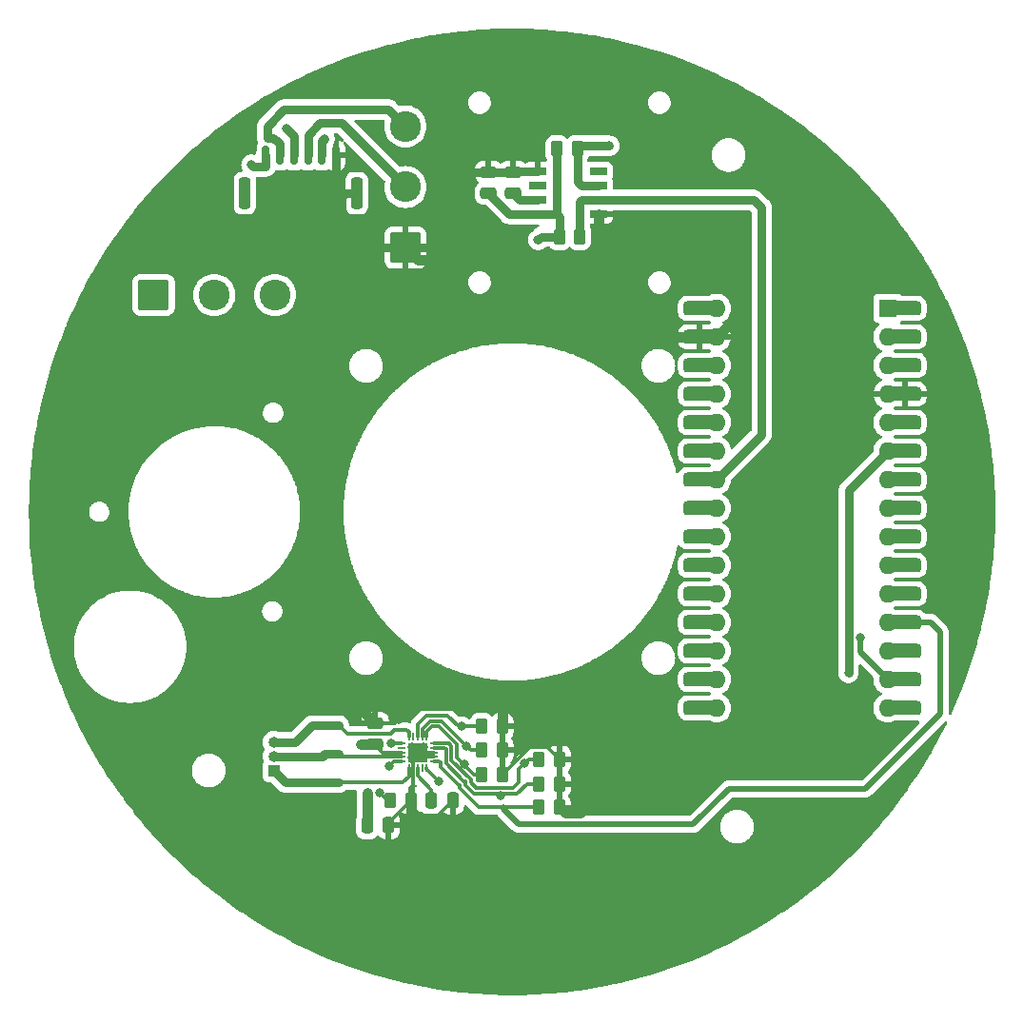
<source format=gbr>
%TF.GenerationSoftware,KiCad,Pcbnew,7.0.7-rc1*%
%TF.CreationDate,2024-03-12T16:47:17-04:00*%
%TF.ProjectId,Moving,4d6f7669-6e67-42e6-9b69-6361645f7063,rev?*%
%TF.SameCoordinates,Original*%
%TF.FileFunction,Copper,L2,Bot*%
%TF.FilePolarity,Positive*%
%FSLAX46Y46*%
G04 Gerber Fmt 4.6, Leading zero omitted, Abs format (unit mm)*
G04 Created by KiCad (PCBNEW 7.0.7-rc1) date 2024-03-12 16:47:17*
%MOMM*%
%LPD*%
G01*
G04 APERTURE LIST*
G04 Aperture macros list*
%AMRoundRect*
0 Rectangle with rounded corners*
0 $1 Rounding radius*
0 $2 $3 $4 $5 $6 $7 $8 $9 X,Y pos of 4 corners*
0 Add a 4 corners polygon primitive as box body*
4,1,4,$2,$3,$4,$5,$6,$7,$8,$9,$2,$3,0*
0 Add four circle primitives for the rounded corners*
1,1,$1+$1,$2,$3*
1,1,$1+$1,$4,$5*
1,1,$1+$1,$6,$7*
1,1,$1+$1,$8,$9*
0 Add four rect primitives between the rounded corners*
20,1,$1+$1,$2,$3,$4,$5,0*
20,1,$1+$1,$4,$5,$6,$7,0*
20,1,$1+$1,$6,$7,$8,$9,0*
20,1,$1+$1,$8,$9,$2,$3,0*%
G04 Aperture macros list end*
%TA.AperFunction,ComponentPad*%
%ADD10RoundRect,0.250000X1.125000X-1.125000X1.125000X1.125000X-1.125000X1.125000X-1.125000X-1.125000X0*%
%TD*%
%TA.AperFunction,ComponentPad*%
%ADD11C,2.750000*%
%TD*%
%TA.AperFunction,ComponentPad*%
%ADD12R,1.000000X1.000000*%
%TD*%
%TA.AperFunction,ComponentPad*%
%ADD13O,1.000000X1.000000*%
%TD*%
%TA.AperFunction,ComponentPad*%
%ADD14RoundRect,0.250000X-1.125000X-1.125000X1.125000X-1.125000X1.125000X1.125000X-1.125000X1.125000X0*%
%TD*%
%TA.AperFunction,SMDPad,CuDef*%
%ADD15RoundRect,0.250000X-0.262500X-0.450000X0.262500X-0.450000X0.262500X0.450000X-0.262500X0.450000X0*%
%TD*%
%TA.AperFunction,ComponentPad*%
%ADD16R,1.600000X1.600000*%
%TD*%
%TA.AperFunction,ConnectorPad*%
%ADD17RoundRect,0.317500X1.112500X0.317500X-1.112500X0.317500X-1.112500X-0.317500X1.112500X-0.317500X0*%
%TD*%
%TA.AperFunction,ComponentPad*%
%ADD18O,1.600000X1.600000*%
%TD*%
%TA.AperFunction,SMDPad,CuDef*%
%ADD19R,1.500000X0.650000*%
%TD*%
%TA.AperFunction,SMDPad,CuDef*%
%ADD20RoundRect,0.250000X0.475000X-0.250000X0.475000X0.250000X-0.475000X0.250000X-0.475000X-0.250000X0*%
%TD*%
%TA.AperFunction,SMDPad,CuDef*%
%ADD21RoundRect,0.250000X-0.250000X-0.475000X0.250000X-0.475000X0.250000X0.475000X-0.250000X0.475000X0*%
%TD*%
%TA.AperFunction,SMDPad,CuDef*%
%ADD22RoundRect,0.150000X-0.150000X-0.700000X0.150000X-0.700000X0.150000X0.700000X-0.150000X0.700000X0*%
%TD*%
%TA.AperFunction,SMDPad,CuDef*%
%ADD23RoundRect,0.250000X-0.250000X-1.150000X0.250000X-1.150000X0.250000X1.150000X-0.250000X1.150000X0*%
%TD*%
%TA.AperFunction,SMDPad,CuDef*%
%ADD24RoundRect,0.250000X0.262500X0.450000X-0.262500X0.450000X-0.262500X-0.450000X0.262500X-0.450000X0*%
%TD*%
%TA.AperFunction,SMDPad,CuDef*%
%ADD25R,0.203200X0.762000*%
%TD*%
%TA.AperFunction,SMDPad,CuDef*%
%ADD26R,0.762000X0.203200*%
%TD*%
%TA.AperFunction,SMDPad,CuDef*%
%ADD27R,1.803400X1.803400*%
%TD*%
%TA.AperFunction,ViaPad*%
%ADD28C,0.800000*%
%TD*%
%TA.AperFunction,Conductor*%
%ADD29C,0.300000*%
%TD*%
%TA.AperFunction,Conductor*%
%ADD30C,0.800000*%
%TD*%
%TA.AperFunction,Conductor*%
%ADD31C,0.900000*%
%TD*%
%TA.AperFunction,Conductor*%
%ADD32C,0.500000*%
%TD*%
G04 APERTURE END LIST*
D10*
%TO.P,J8,1,Pin_1*%
%TO.N,GND*%
X130500000Y-66500000D03*
D11*
%TO.P,J8,2,Pin_2*%
%TO.N,Net-(J3-Pin_4)*%
X130500000Y-61100000D03*
%TO.P,J8,3,Pin_3*%
%TO.N,Net-(J3-Pin_2)*%
X130500000Y-55700000D03*
%TD*%
D12*
%TO.P,J2,1,Pin_1*%
%TO.N,U*%
X118800000Y-113040000D03*
D13*
%TO.P,J2,2,Pin_2*%
%TO.N,V*%
X118800000Y-111770000D03*
%TO.P,J2,3,Pin_3*%
%TO.N,W*%
X118800000Y-110500000D03*
%TD*%
D14*
%TO.P,J6,1,Pin_1*%
%TO.N,Net-(J3-Pin_3)*%
X108100000Y-70700000D03*
D11*
%TO.P,J6,2,Pin_2*%
%TO.N,Net-(J3-Pin_1)*%
X113500000Y-70700000D03*
%TO.P,J6,3,Pin_3*%
%TO.N,VCC*%
X118900000Y-70700000D03*
%TD*%
D15*
%TO.P,R1,1*%
%TO.N,UH*%
X137275000Y-109100000D03*
%TO.P,R1,2*%
%TO.N,GND*%
X139100000Y-109100000D03*
%TD*%
D16*
%TO.P,A1,1,D1/TX*%
%TO.N,unconnected-(A1-D1{slash}TX-Pad1)*%
X173425000Y-71890000D03*
D17*
X174925000Y-71890000D03*
D18*
%TO.P,A1,2,D0/RX*%
%TO.N,unconnected-(A1-D0{slash}RX-Pad2)*%
X173425000Y-74430000D03*
D17*
X174925000Y-74430000D03*
D18*
%TO.P,A1,3,~{RESET}*%
%TO.N,unconnected-(A1-~{RESET}-Pad3)*%
X173425000Y-76970000D03*
D17*
X174925000Y-76970000D03*
D18*
%TO.P,A1,4,GND*%
%TO.N,GND*%
X173425000Y-79510000D03*
D17*
X174925000Y-79510000D03*
D18*
%TO.P,A1,5,D2*%
%TO.N,unconnected-(A1-D2-Pad5)*%
X173425000Y-82050000D03*
D17*
X174925000Y-82050000D03*
D18*
%TO.P,A1,6,D3*%
%TO.N,UL*%
X173425000Y-84590000D03*
D17*
X174925000Y-84590000D03*
D18*
%TO.P,A1,7,D4*%
%TO.N,unconnected-(A1-D4-Pad7)*%
X173425000Y-87130000D03*
D17*
X174925000Y-87130000D03*
D18*
%TO.P,A1,8,D5*%
%TO.N,WL*%
X173425000Y-89670000D03*
D17*
X174925000Y-89670000D03*
D18*
%TO.P,A1,9,D6*%
%TO.N,WH*%
X173425000Y-92210000D03*
D17*
X174925000Y-92210000D03*
D18*
%TO.P,A1,10,D7*%
%TO.N,unconnected-(A1-D7-Pad10)*%
X173425000Y-94750000D03*
D17*
X174925000Y-94750000D03*
D18*
%TO.P,A1,11,D8*%
%TO.N,unconnected-(A1-D8-Pad11)*%
X173425000Y-97290000D03*
D17*
X174925000Y-97290000D03*
D18*
%TO.P,A1,12,D9*%
%TO.N,VL*%
X173425000Y-99830000D03*
D17*
X174925000Y-99830000D03*
D18*
%TO.P,A1,13,D10*%
%TO.N,VH*%
X173425000Y-102370000D03*
D17*
X174925000Y-102370000D03*
D18*
%TO.P,A1,14,D11*%
%TO.N,UH*%
X173425000Y-104910000D03*
D17*
X174925000Y-104910000D03*
D18*
%TO.P,A1,15,D12*%
%TO.N,VIO*%
X173425000Y-107450000D03*
D17*
X174925000Y-107450000D03*
%TO.P,A1,16,D13*%
%TO.N,unconnected-(A1-D13-Pad16)*%
X156685000Y-107450000D03*
D18*
X158185000Y-107450000D03*
D17*
%TO.P,A1,17,3V3*%
%TO.N,unconnected-(A1-3V3-Pad17)*%
X156685000Y-104910000D03*
D18*
X158185000Y-104910000D03*
D17*
%TO.P,A1,18,AREF*%
%TO.N,unconnected-(A1-AREF-Pad18)*%
X156685000Y-102370000D03*
D18*
X158185000Y-102370000D03*
D17*
%TO.P,A1,19,A0*%
%TO.N,unconnected-(A1-A0-Pad19)*%
X156685000Y-99830000D03*
D18*
X158185000Y-99830000D03*
D17*
%TO.P,A1,20,A1*%
%TO.N,unconnected-(A1-A1-Pad20)*%
X156685000Y-97290000D03*
D18*
X158185000Y-97290000D03*
D17*
%TO.P,A1,21,A2*%
%TO.N,unconnected-(A1-A2-Pad21)*%
X156685000Y-94750000D03*
D18*
X158185000Y-94750000D03*
D17*
%TO.P,A1,22,A3*%
%TO.N,unconnected-(A1-A3-Pad22)*%
X156685000Y-92210000D03*
D18*
X158185000Y-92210000D03*
D17*
%TO.P,A1,23,A4*%
%TO.N,SDA*%
X156685000Y-89670000D03*
D18*
X158185000Y-89670000D03*
D17*
%TO.P,A1,24,A5*%
%TO.N,SCL*%
X156685000Y-87130000D03*
D18*
X158185000Y-87130000D03*
D17*
%TO.P,A1,25,A6*%
%TO.N,unconnected-(A1-A6-Pad25)*%
X156685000Y-84590000D03*
D18*
X158185000Y-84590000D03*
D17*
%TO.P,A1,26,A7*%
%TO.N,unconnected-(A1-A7-Pad26)*%
X156685000Y-82050000D03*
D18*
X158185000Y-82050000D03*
D17*
%TO.P,A1,27,+5V*%
%TO.N,+5V*%
X156685000Y-79510000D03*
D18*
X158185000Y-79510000D03*
D17*
%TO.P,A1,28,~{RESET}*%
%TO.N,unconnected-(A1-~{RESET}-Pad28)*%
X156685000Y-76970000D03*
D18*
X158185000Y-76970000D03*
D17*
%TO.P,A1,29,GND*%
%TO.N,GND*%
X156685000Y-74430000D03*
D18*
X158185000Y-74430000D03*
D17*
%TO.P,A1,30,VIN*%
%TO.N,VCC*%
X156685000Y-71890000D03*
D18*
X158185000Y-71890000D03*
%TD*%
D19*
%TO.P,IC1,1,VDD5V*%
%TO.N,+5V*%
X142300000Y-63505000D03*
%TO.P,IC1,2,VDD3V3*%
%TO.N,Net-(IC1-VDD3V3)*%
X142300000Y-62235000D03*
%TO.P,IC1,3,OUT*%
%TO.N,unconnected-(IC1-OUT-Pad3)*%
X142300000Y-60965000D03*
%TO.P,IC1,4,GND*%
%TO.N,GND*%
X142300000Y-59695000D03*
%TO.P,IC1,5,PGO*%
%TO.N,unconnected-(IC1-PGO-Pad5)*%
X147700000Y-59695000D03*
%TO.P,IC1,6,SDA*%
%TO.N,SDA*%
X147700000Y-60965000D03*
%TO.P,IC1,7,SCL*%
%TO.N,SCL*%
X147700000Y-62235000D03*
%TO.P,IC1,8,DIR*%
%TO.N,GND*%
X147700000Y-63505000D03*
%TD*%
D20*
%TO.P,C5,1*%
%TO.N,Net-(IC1-VDD3V3)*%
X140100000Y-61655000D03*
%TO.P,C5,2*%
%TO.N,GND*%
X140100000Y-59755000D03*
%TD*%
D15*
%TO.P,R6,1*%
%TO.N,VL*%
X142362500Y-116300000D03*
%TO.P,R6,2*%
%TO.N,GND*%
X144187500Y-116300000D03*
%TD*%
D21*
%TO.P,C3,1*%
%TO.N,VCC*%
X127100000Y-117900000D03*
%TO.P,C3,2*%
%TO.N,GND*%
X129000000Y-117900000D03*
%TD*%
D15*
%TO.P,R2,1*%
%TO.N,VH*%
X137275000Y-111200000D03*
%TO.P,R2,2*%
%TO.N,GND*%
X139100000Y-111200000D03*
%TD*%
D22*
%TO.P,J3,1,Pin_1*%
%TO.N,Net-(J3-Pin_1)*%
X118075000Y-58300000D03*
%TO.P,J3,2,Pin_2*%
%TO.N,Net-(J3-Pin_2)*%
X119325000Y-58300000D03*
%TO.P,J3,3,Pin_3*%
%TO.N,Net-(J3-Pin_3)*%
X120575000Y-58300000D03*
%TO.P,J3,4,Pin_4*%
%TO.N,Net-(J3-Pin_4)*%
X121825000Y-58300000D03*
%TO.P,J3,5,Pin_5*%
%TO.N,VCC*%
X123075000Y-58300000D03*
%TO.P,J3,6,Pin_6*%
%TO.N,GND*%
X124325000Y-58300000D03*
D23*
%TO.P,J3,MP*%
%TO.N,N/C*%
X116225000Y-61650000D03*
X126175000Y-61650000D03*
%TD*%
D24*
%TO.P,R9,1*%
%TO.N,SDA*%
X145812500Y-57705000D03*
%TO.P,R9,2*%
%TO.N,+5V*%
X143987500Y-57705000D03*
%TD*%
D15*
%TO.P,R3,1*%
%TO.N,WH*%
X137275000Y-113400000D03*
%TO.P,R3,2*%
%TO.N,GND*%
X139100000Y-113400000D03*
%TD*%
D25*
%TO.P,U1,1,W*%
%TO.N,W*%
X130799998Y-109977601D03*
%TO.P,U1,2,VCP*%
%TO.N,unconnected-(U1-VCP-Pad2)*%
X131200000Y-109977601D03*
%TO.P,U1,3,UH*%
%TO.N,UH*%
X131599999Y-109977601D03*
%TO.P,U1,4,VH*%
%TO.N,VH*%
X131999998Y-109977601D03*
%TO.P,U1,5,WH*%
%TO.N,WH*%
X132400000Y-109977601D03*
D26*
%TO.P,U1,6,UL*%
%TO.N,UL*%
X133022399Y-110600000D03*
%TO.P,U1,7,WL*%
%TO.N,WL*%
X133022399Y-111000002D03*
%TO.P,U1,8,GND*%
%TO.N,GND*%
X133022399Y-111400001D03*
%TO.P,U1,9,GND*%
X133022399Y-111800000D03*
%TO.P,U1,10,VL*%
%TO.N,VL*%
X133022399Y-112200002D03*
D25*
%TO.P,U1,11,VIO/NSTDBY*%
%TO.N,VIO*%
X132400000Y-112822401D03*
%TO.P,U1,12,DIAG*%
%TO.N,unconnected-(U1-DIAG-Pad12)*%
X131999998Y-112822401D03*
%TO.P,U1,13,1.8VOUT*%
%TO.N,Net-(U1-1.8VOUT)*%
X131599999Y-112822401D03*
%TO.P,U1,14,GND*%
%TO.N,GND*%
X131200000Y-112822401D03*
%TO.P,U1,15,U*%
%TO.N,U*%
X130799998Y-112822401D03*
D26*
%TO.P,U1,16,BRUV*%
%TO.N,Net-(U1-BRUV)*%
X130177599Y-112200002D03*
%TO.P,U1,17,V*%
%TO.N,V*%
X130177599Y-111800000D03*
%TO.P,U1,18,VS*%
%TO.N,VCC*%
X130177599Y-111400001D03*
%TO.P,U1,19,NC*%
%TO.N,unconnected-(U1-NC-Pad19)*%
X130177599Y-111000002D03*
%TO.P,U1,20,BRW*%
%TO.N,Net-(U1-BRUV)*%
X130177599Y-110600000D03*
D27*
%TO.P,U1,21,GND*%
%TO.N,GND*%
X131599999Y-111400001D03*
%TD*%
D15*
%TO.P,R7,1*%
%TO.N,Net-(U1-BRUV)*%
X129187500Y-115700000D03*
%TO.P,R7,2*%
%TO.N,GND*%
X131012500Y-115700000D03*
%TD*%
D20*
%TO.P,C2,1*%
%TO.N,VCC*%
X127800000Y-110700000D03*
%TO.P,C2,2*%
%TO.N,GND*%
X127800000Y-108800000D03*
%TD*%
D24*
%TO.P,R8,1*%
%TO.N,SCL*%
X146012500Y-65505000D03*
%TO.P,R8,2*%
%TO.N,+5V*%
X144187500Y-65505000D03*
%TD*%
D20*
%TO.P,C4,1*%
%TO.N,+5V*%
X137900000Y-61655000D03*
%TO.P,C4,2*%
%TO.N,GND*%
X137900000Y-59755000D03*
%TD*%
D15*
%TO.P,R4,1*%
%TO.N,UL*%
X142387500Y-112000000D03*
%TO.P,R4,2*%
%TO.N,GND*%
X144212500Y-112000000D03*
%TD*%
%TO.P,R5,1*%
%TO.N,WL*%
X142387500Y-114200000D03*
%TO.P,R5,2*%
%TO.N,GND*%
X144212500Y-114200000D03*
%TD*%
D21*
%TO.P,C1,1*%
%TO.N,Net-(U1-1.8VOUT)*%
X132800000Y-115700000D03*
%TO.P,C1,2*%
%TO.N,GND*%
X134700000Y-115700000D03*
%TD*%
D28*
%TO.N,GND*%
X131599999Y-111400001D03*
X132100000Y-110900000D03*
X132100000Y-111900000D03*
X131100000Y-110900000D03*
X146100000Y-116800000D03*
X129900000Y-108500000D03*
X131100000Y-111900000D03*
X160650000Y-64100000D03*
%TO.N,UL*%
X169930000Y-104340000D03*
X141100000Y-112400000D03*
%TO.N,WL*%
X139000000Y-115249500D03*
%TO.N,WH*%
X135786963Y-112413037D03*
%TO.N,VH*%
X135900000Y-110800000D03*
%TO.N,UH*%
X135500000Y-109100000D03*
X170950000Y-101190000D03*
%TO.N,VIO*%
X133500000Y-114000000D03*
%TO.N,SDA*%
X148650000Y-57425000D03*
%TO.N,+5V*%
X142300000Y-65800000D03*
%TO.N,VCC*%
X127100000Y-115000000D03*
X123300000Y-56800000D03*
X126500000Y-110700000D03*
%TO.N,Net-(J3-Pin_1)*%
X116800000Y-59100000D03*
%TO.N,Net-(J3-Pin_3)*%
X119900000Y-55900000D03*
%TO.N,Net-(U1-BRUV)*%
X129200000Y-110600000D03*
X129100000Y-112600000D03*
X128200000Y-115000000D03*
%TD*%
D29*
%TO.N,GND*%
X131441401Y-111900000D02*
X131100000Y-111900000D01*
X129600000Y-108800000D02*
X129900000Y-108500000D01*
X131200000Y-115512500D02*
X131012500Y-115700000D01*
D30*
X125200000Y-61650000D02*
X124850000Y-62000000D01*
D31*
X124450000Y-105450000D02*
X126175000Y-107175000D01*
X147700000Y-65600000D02*
X147700000Y-66400000D01*
D30*
X140160000Y-59695000D02*
X140100000Y-59755000D01*
D29*
X139100000Y-111200000D02*
X139100000Y-109100000D01*
X131999998Y-111800000D02*
X131599999Y-111400001D01*
X141600000Y-110900000D02*
X143112500Y-110900000D01*
X139100000Y-113400000D02*
X139100000Y-111200000D01*
X132200000Y-111800000D02*
X132100000Y-111900000D01*
X131100000Y-111900000D02*
X131100000Y-112241401D01*
X129000000Y-117900000D02*
X129000000Y-117712500D01*
D31*
X138775000Y-107175000D02*
X139100000Y-107500000D01*
X158450000Y-65300000D02*
X160450000Y-67300000D01*
D29*
X133022399Y-111800000D02*
X132200000Y-111800000D01*
D31*
X126175000Y-107175000D02*
X138775000Y-107175000D01*
D29*
X133022399Y-111400001D02*
X131941400Y-111400001D01*
D31*
X131600000Y-67600000D02*
X130500000Y-66500000D01*
D30*
X142300000Y-59695000D02*
X140160000Y-59695000D01*
D29*
X144212500Y-114200000D02*
X144212500Y-116275000D01*
D31*
X146100000Y-116800000D02*
X144687500Y-116800000D01*
D30*
X124325000Y-58300000D02*
X124325000Y-61475000D01*
D31*
X149150000Y-73875000D02*
X124450000Y-73875000D01*
X147700000Y-65400000D02*
X147700000Y-65600000D01*
D30*
X137900000Y-59755000D02*
X135445000Y-59755000D01*
X135445000Y-59755000D02*
X134400000Y-60800000D01*
D29*
X131599999Y-111400001D02*
X132100000Y-110900000D01*
D31*
X132800000Y-119300000D02*
X131012500Y-117512500D01*
X158185000Y-74430000D02*
X149705000Y-74430000D01*
D29*
X133400000Y-117000000D02*
X134700000Y-115700000D01*
X139100000Y-113400000D02*
X141600000Y-110900000D01*
D31*
X149705000Y-74430000D02*
X149150000Y-73875000D01*
X126175000Y-107175000D02*
X127800000Y-108800000D01*
X147700000Y-63505000D02*
X147700000Y-65400000D01*
D30*
X134400000Y-65500000D02*
X133400000Y-66500000D01*
D31*
X147700000Y-66400000D02*
X146500000Y-67600000D01*
D29*
X129000000Y-117712500D02*
X131012500Y-115700000D01*
X127800000Y-108800000D02*
X129600000Y-108800000D01*
D30*
X134400000Y-60800000D02*
X134400000Y-65500000D01*
X126175000Y-61650000D02*
X125200000Y-61650000D01*
D29*
X144212500Y-116275000D02*
X144187500Y-116300000D01*
X131012500Y-116212500D02*
X131800000Y-117000000D01*
X131941400Y-111400001D02*
X131441401Y-111900000D01*
X132000000Y-111800000D02*
X131999998Y-111800000D01*
D30*
X140100000Y-59755000D02*
X137900000Y-59755000D01*
X124325000Y-61475000D02*
X124850000Y-62000000D01*
D29*
X144212500Y-112000000D02*
X144212500Y-114200000D01*
D30*
X124400000Y-66500000D02*
X124850000Y-66050000D01*
D31*
X124450000Y-73875000D02*
X124450000Y-105450000D01*
X139100000Y-107500000D02*
X139100000Y-109100000D01*
D30*
X159450000Y-65300000D02*
X158450000Y-65300000D01*
D31*
X160450000Y-67300000D02*
X160450000Y-72165000D01*
D29*
X131200000Y-112141401D02*
X131200000Y-112822401D01*
D30*
X130500000Y-66500000D02*
X124400000Y-66500000D01*
D31*
X131012500Y-117512500D02*
X131012500Y-115700000D01*
D30*
X124850000Y-66050000D02*
X124850000Y-62000000D01*
D31*
X160450000Y-72165000D02*
X158185000Y-74430000D01*
D30*
X160650000Y-64100000D02*
X159450000Y-65300000D01*
D31*
X146500000Y-67600000D02*
X131600000Y-67600000D01*
D30*
X133400000Y-66500000D02*
X130500000Y-66500000D01*
D31*
X148000000Y-65300000D02*
X158450000Y-65300000D01*
X147700000Y-65600000D02*
X148000000Y-65300000D01*
D29*
X131800000Y-117000000D02*
X133400000Y-117000000D01*
X143112500Y-110900000D02*
X144212500Y-112000000D01*
X131012500Y-115700000D02*
X131012500Y-116212500D01*
X131200000Y-112822401D02*
X131200000Y-115512500D01*
X131100000Y-112241401D02*
X131200000Y-112141401D01*
X132100000Y-111900000D02*
X132000000Y-111800000D01*
D31*
X144687500Y-116800000D02*
X144187500Y-116300000D01*
D30*
%TO.N,UL*%
X169930000Y-104340000D02*
X169930000Y-88085000D01*
D29*
X140600000Y-112900000D02*
X141100000Y-112400000D01*
X136300000Y-114100000D02*
X136800000Y-114600000D01*
X133022399Y-110600000D02*
X134400000Y-110600000D01*
X134400000Y-110600000D02*
X134600000Y-110800000D01*
X134600000Y-112144607D02*
X136300000Y-113844607D01*
X134600000Y-110800000D02*
X134600000Y-112144607D01*
D30*
X169930000Y-88085000D02*
X173425000Y-84590000D01*
D29*
X136800000Y-114600000D02*
X140100000Y-114600000D01*
X142387500Y-112000000D02*
X141500000Y-112000000D01*
X141500000Y-112000000D02*
X141100000Y-112400000D01*
X136300000Y-113844607D02*
X136300000Y-114100000D01*
X140100000Y-114600000D02*
X140600000Y-114100000D01*
X140600000Y-114100000D02*
X140600000Y-112900000D01*
%TO.N,WL*%
X133999998Y-111000002D02*
X134000000Y-111000000D01*
X135700000Y-114000000D02*
X135800000Y-114000000D01*
X141300000Y-114200000D02*
X142387500Y-114200000D01*
X133022399Y-111000002D02*
X133999998Y-111000002D01*
X134100000Y-111100000D02*
X134100000Y-112400000D01*
X135800000Y-114300000D02*
X136600000Y-115100000D01*
X135800000Y-114000000D02*
X135800000Y-114300000D01*
X140400000Y-115100000D02*
X141300000Y-114200000D01*
X136600000Y-115100000D02*
X140400000Y-115100000D01*
X134000000Y-111000000D02*
X134100000Y-111100000D01*
X134100000Y-112400000D02*
X135700000Y-114000000D01*
%TO.N,WH*%
X132900000Y-109100000D02*
X133500000Y-109100000D01*
X132400000Y-109600000D02*
X132900000Y-109100000D01*
X136600000Y-113400000D02*
X137275000Y-113400000D01*
X135100000Y-111900000D02*
X136600000Y-113400000D01*
X132400000Y-109977601D02*
X132400000Y-109600000D01*
X133500000Y-109100000D02*
X135100000Y-110700000D01*
X135100000Y-110700000D02*
X135100000Y-111900000D01*
%TO.N,VL*%
X133600000Y-112700000D02*
X135200000Y-114300000D01*
X133500002Y-112200002D02*
X133600000Y-112300000D01*
D32*
X139200000Y-116300000D02*
X139200000Y-116400000D01*
D29*
X135300000Y-114300000D02*
X135300000Y-114600000D01*
D32*
X177260000Y-99830000D02*
X174925000Y-99830000D01*
X140600000Y-117800000D02*
X156100000Y-117800000D01*
D29*
X133600000Y-112300000D02*
X133600000Y-112700000D01*
D32*
X139200000Y-116400000D02*
X140600000Y-117800000D01*
X171420000Y-114640000D02*
X178080000Y-107980000D01*
D29*
X135300000Y-114600000D02*
X137000000Y-116300000D01*
X137000000Y-116300000D02*
X139200000Y-116300000D01*
D32*
X156100000Y-117800000D02*
X159260000Y-114640000D01*
D29*
X133022399Y-112200002D02*
X133500002Y-112200002D01*
D32*
X159260000Y-114640000D02*
X171420000Y-114640000D01*
D29*
X135200000Y-114300000D02*
X135300000Y-114300000D01*
D32*
X178080000Y-100650000D02*
X177260000Y-99830000D01*
X178080000Y-107980000D02*
X178080000Y-100650000D01*
D29*
X139200000Y-116300000D02*
X142362500Y-116300000D01*
%TO.N,VH*%
X133700000Y-108600000D02*
X135900000Y-110800000D01*
X132700000Y-108600000D02*
X133700000Y-108600000D01*
X131999998Y-109977601D02*
X131999998Y-109300002D01*
X136300000Y-111200000D02*
X137275000Y-111200000D01*
X135900000Y-110800000D02*
X136300000Y-111200000D01*
X131999998Y-109300002D02*
X132700000Y-108600000D01*
D32*
%TO.N,UH*%
X170950000Y-102435000D02*
X173425000Y-104910000D01*
D29*
X132400000Y-108100000D02*
X134200000Y-108100000D01*
X131600000Y-109134314D02*
X131600000Y-108900000D01*
X134200000Y-108100000D02*
X135200000Y-109100000D01*
X131599998Y-109134316D02*
X131600000Y-109134314D01*
X135200000Y-109100000D02*
X135500000Y-109100000D01*
D32*
X170950000Y-101190000D02*
X170950000Y-102435000D01*
D29*
X131599999Y-109977601D02*
X131599998Y-109134316D01*
X135500000Y-109100000D02*
X137275000Y-109100000D01*
X131600000Y-108900000D02*
X132400000Y-108100000D01*
%TO.N,VIO*%
X132400000Y-112822401D02*
X132400000Y-112900000D01*
X132400000Y-112900000D02*
X133500000Y-114000000D01*
D30*
%TO.N,SDA*%
X146150000Y-60965000D02*
X147700000Y-60965000D01*
X148650000Y-57425000D02*
X146092500Y-57425000D01*
X145812500Y-60627500D02*
X146150000Y-60965000D01*
X145812500Y-57705000D02*
X145812500Y-60627500D01*
X146092500Y-57425000D02*
X145812500Y-57705000D01*
%TO.N,SCL*%
X146150000Y-62235000D02*
X147700000Y-62235000D01*
X147700000Y-62235000D02*
X161500000Y-62235000D01*
X162200000Y-62935000D02*
X162200000Y-83115000D01*
X146012500Y-62372500D02*
X146150000Y-62235000D01*
X161500000Y-62235000D02*
X162200000Y-62935000D01*
X146012500Y-65505000D02*
X146012500Y-62372500D01*
X162200000Y-83115000D02*
X158185000Y-87130000D01*
%TO.N,+5V*%
X137900000Y-61655000D02*
X139750000Y-63505000D01*
X139750000Y-63505000D02*
X142300000Y-63505000D01*
X144187500Y-63812500D02*
X144187500Y-65505000D01*
X143987500Y-63422500D02*
X143905000Y-63505000D01*
X142300000Y-63505000D02*
X143905000Y-63505000D01*
X143905000Y-63505000D02*
X144200000Y-63800000D01*
X144187500Y-65505000D02*
X142595000Y-65505000D01*
X142595000Y-65505000D02*
X142300000Y-65800000D01*
X144200000Y-63800000D02*
X144187500Y-63812500D01*
X143987500Y-57705000D02*
X143987500Y-63422500D01*
D31*
%TO.N,VCC*%
X127100000Y-117900000D02*
X127100000Y-115000000D01*
D30*
X123075000Y-58300000D02*
X123075000Y-57025000D01*
D29*
X128500001Y-111400001D02*
X130177599Y-111400001D01*
D31*
X126500000Y-110700000D02*
X127800000Y-110700000D01*
D30*
X123075000Y-57025000D02*
X123300000Y-56800000D01*
D29*
X127800000Y-110700000D02*
X128500001Y-111400001D01*
%TO.N,Net-(U1-1.8VOUT)*%
X131599999Y-112822401D02*
X131599999Y-113503401D01*
X131599999Y-113503401D02*
X132800000Y-114703402D01*
X132800000Y-114703402D02*
X132800000Y-115700000D01*
%TO.N,W*%
X125300000Y-109700000D02*
X124600000Y-109000000D01*
X130799998Y-109977601D02*
X130799998Y-109599998D01*
X129200000Y-109700000D02*
X125300000Y-109700000D01*
D30*
X120700000Y-110500000D02*
X118800000Y-110500000D01*
D29*
X130600000Y-109400000D02*
X129500000Y-109400000D01*
X129500000Y-109400000D02*
X129200000Y-109700000D01*
X130799998Y-109599998D02*
X130600000Y-109400000D01*
D30*
X122200000Y-109000000D02*
X124600000Y-109000000D01*
X122200000Y-109000000D02*
X120700000Y-110500000D01*
%TO.N,V*%
X123110000Y-111770000D02*
X118800000Y-111770000D01*
X123110000Y-111770000D02*
X123340000Y-111540000D01*
X123340000Y-111540000D02*
X124600000Y-111540000D01*
D29*
X124600000Y-111540000D02*
X124860000Y-111800000D01*
X124860000Y-111800000D02*
X130177599Y-111800000D01*
D30*
%TO.N,Net-(J3-Pin_1)*%
X116975000Y-59275000D02*
X116800000Y-59100000D01*
X118075000Y-59275000D02*
X116975000Y-59275000D01*
X118075000Y-59275000D02*
X118075000Y-58300000D01*
%TO.N,Net-(J3-Pin_2)*%
X119000000Y-56900000D02*
X119325000Y-57225000D01*
X118200000Y-56700000D02*
X118200000Y-55700000D01*
X119325000Y-57225000D02*
X119325000Y-58300000D01*
X119700000Y-54200000D02*
X129000000Y-54200000D01*
X118200000Y-56700000D02*
X118700000Y-56700000D01*
X129000000Y-54200000D02*
X130500000Y-55700000D01*
X118700000Y-56700000D02*
X118900000Y-56900000D01*
X118900000Y-56900000D02*
X119000000Y-56900000D01*
X118200000Y-55700000D02*
X119700000Y-54200000D01*
%TO.N,Net-(J3-Pin_3)*%
X120575000Y-56575000D02*
X119900000Y-55900000D01*
X120575000Y-58300000D02*
X120575000Y-56575000D01*
%TO.N,Net-(J3-Pin_4)*%
X121825000Y-56475000D02*
X122900000Y-55400000D01*
X124800000Y-55400000D02*
X130500000Y-61100000D01*
X122900000Y-55400000D02*
X124800000Y-55400000D01*
X121825000Y-58300000D02*
X121825000Y-56475000D01*
%TO.N,U*%
X118800000Y-113040000D02*
X119840000Y-114080000D01*
D29*
X130242399Y-114080000D02*
X130799998Y-113522401D01*
X130799998Y-113522401D02*
X130799998Y-112822401D01*
D30*
X119840000Y-114080000D02*
X124600000Y-114080000D01*
D29*
X124600000Y-114080000D02*
X130242399Y-114080000D01*
%TO.N,Net-(U1-BRUV)*%
X130177599Y-112200002D02*
X129499998Y-112200002D01*
X130177599Y-110600000D02*
X129200000Y-110600000D01*
X129499998Y-112200002D02*
X129100000Y-112600000D01*
X128900000Y-115700000D02*
X128200000Y-115000000D01*
X129187500Y-115700000D02*
X128900000Y-115700000D01*
D30*
%TO.N,Net-(IC1-VDD3V3)*%
X140100000Y-61655000D02*
X140680000Y-62235000D01*
X140680000Y-62235000D02*
X142300000Y-62235000D01*
%TD*%
%TA.AperFunction,Conductor*%
%TO.N,GND*%
G36*
X140786812Y-47009499D02*
G01*
X141835503Y-47041495D01*
X142097511Y-47053490D01*
X143144787Y-47117456D01*
X143406184Y-47137427D01*
X144348805Y-47223921D01*
X144451058Y-47233304D01*
X144478156Y-47236207D01*
X144711706Y-47261234D01*
X145753151Y-47388928D01*
X146012935Y-47424809D01*
X147049974Y-47584199D01*
X147308589Y-47627996D01*
X148340225Y-47818928D01*
X148597310Y-47870575D01*
X149622778Y-48092907D01*
X149878049Y-48152343D01*
X150896256Y-48405843D01*
X151086024Y-48456175D01*
X151149736Y-48473074D01*
X151270131Y-48506979D01*
X152159680Y-48757492D01*
X152410891Y-48832391D01*
X153411705Y-49147480D01*
X153660641Y-49230046D01*
X154651363Y-49575505D01*
X154897527Y-49665573D01*
X155877334Y-50041114D01*
X156066977Y-50117138D01*
X156120695Y-50138673D01*
X157088519Y-50543888D01*
X157328818Y-50648834D01*
X158283793Y-51083356D01*
X158520892Y-51195635D01*
X159462043Y-51659016D01*
X159695668Y-51778503D01*
X160622335Y-52270416D01*
X160852066Y-52396895D01*
X161504110Y-52768946D01*
X161763306Y-52916841D01*
X161989135Y-53050303D01*
X162884073Y-53597783D01*
X163105725Y-53738069D01*
X163983575Y-54312603D01*
X164200824Y-54459568D01*
X164267088Y-54505883D01*
X165060737Y-55060600D01*
X165216423Y-55172989D01*
X165273431Y-55214143D01*
X165350508Y-55271592D01*
X166114604Y-55841111D01*
X166322488Y-56001046D01*
X166569979Y-56197533D01*
X167144172Y-56653394D01*
X167316623Y-56794646D01*
X167347080Y-56819592D01*
X168148536Y-57496737D01*
X168346201Y-57668976D01*
X168784285Y-58062623D01*
X169126652Y-58370262D01*
X169141016Y-58383570D01*
X169318987Y-58548462D01*
X170077641Y-59273176D01*
X170264590Y-59457296D01*
X171000708Y-60204727D01*
X171181921Y-60394427D01*
X171894963Y-61164024D01*
X171939687Y-61213796D01*
X172017494Y-61300387D01*
X172070236Y-61359082D01*
X172759515Y-62150110D01*
X172928773Y-62350441D01*
X173593585Y-63162093D01*
X173756662Y-63367502D01*
X174396440Y-64199087D01*
X174495639Y-64332177D01*
X174553129Y-64409309D01*
X175167234Y-65259996D01*
X175317490Y-65474970D01*
X175897404Y-66332218D01*
X175905358Y-66343976D01*
X176048993Y-66563441D01*
X176610077Y-67449957D01*
X176746950Y-67673695D01*
X176906767Y-67944119D01*
X177280711Y-68576865D01*
X177353401Y-68704258D01*
X177410723Y-68804719D01*
X177916731Y-69723814D01*
X178039691Y-69955448D01*
X178321210Y-70505883D01*
X178496013Y-70847664D01*
X178517433Y-70889544D01*
X178536818Y-70928915D01*
X178633280Y-71124837D01*
X179082313Y-72073067D01*
X179190940Y-72311803D01*
X179610842Y-73273274D01*
X179712131Y-73515196D01*
X180102509Y-74489007D01*
X180196394Y-74733957D01*
X180337179Y-75118730D01*
X180550219Y-75700984D01*
X180556899Y-75719239D01*
X180589281Y-75812106D01*
X180643231Y-75966826D01*
X180973547Y-76962721D01*
X181052291Y-77212833D01*
X181352072Y-78218306D01*
X181423160Y-78470733D01*
X181692136Y-79484869D01*
X181755490Y-79739335D01*
X181993407Y-80761173D01*
X182048990Y-81017538D01*
X182255623Y-82046101D01*
X182303361Y-82304037D01*
X182478539Y-83338477D01*
X182518377Y-83597675D01*
X182661928Y-84636974D01*
X182693852Y-84897335D01*
X182805637Y-85940494D01*
X182829606Y-86201710D01*
X182909525Y-87247769D01*
X182925519Y-87509633D01*
X182973501Y-88557666D01*
X182981499Y-88819808D01*
X182999500Y-90000000D01*
X182981499Y-91180191D01*
X182973501Y-91442333D01*
X182925519Y-92490366D01*
X182909525Y-92752230D01*
X182829606Y-93798289D01*
X182805637Y-94059505D01*
X182693852Y-95102664D01*
X182661928Y-95363025D01*
X182518377Y-96402324D01*
X182478539Y-96661522D01*
X182303361Y-97695962D01*
X182255623Y-97953898D01*
X182048990Y-98982461D01*
X181993407Y-99238826D01*
X181755490Y-100260664D01*
X181692136Y-100515130D01*
X181423160Y-101529266D01*
X181352072Y-101781693D01*
X181052291Y-102787166D01*
X180973547Y-103037278D01*
X180643231Y-104033173D01*
X180556903Y-104280749D01*
X180196394Y-105266042D01*
X180102509Y-105510992D01*
X179712131Y-106484803D01*
X179610842Y-106726725D01*
X179190940Y-107688196D01*
X179082313Y-107926932D01*
X179066569Y-107960178D01*
X179020086Y-108012342D01*
X178952780Y-108031095D01*
X178886020Y-108010482D01*
X178841002Y-107957049D01*
X178830500Y-107907107D01*
X178830500Y-100713705D01*
X178831809Y-100695735D01*
X178835289Y-100671974D01*
X178830736Y-100619939D01*
X178830500Y-100614532D01*
X178830500Y-100606296D01*
X178830500Y-100606291D01*
X178826691Y-100573705D01*
X178819998Y-100497203D01*
X178819995Y-100497194D01*
X178818538Y-100490135D01*
X178818598Y-100490122D01*
X178816966Y-100482764D01*
X178816908Y-100482778D01*
X178815241Y-100475747D01*
X178815241Y-100475745D01*
X178788969Y-100403563D01*
X178788968Y-100403562D01*
X178764815Y-100330668D01*
X178761762Y-100324121D01*
X178761815Y-100324095D01*
X178758531Y-100317311D01*
X178758479Y-100317338D01*
X178755236Y-100310882D01*
X178713034Y-100246716D01*
X178672714Y-100181347D01*
X178668234Y-100175681D01*
X178668280Y-100175643D01*
X178663519Y-100169799D01*
X178663474Y-100169838D01*
X178658834Y-100164308D01*
X178602982Y-100111613D01*
X177835729Y-99344361D01*
X177823949Y-99330730D01*
X177810406Y-99312539D01*
X177809612Y-99311472D01*
X177787522Y-99292936D01*
X177769587Y-99277886D01*
X177765612Y-99274244D01*
X177762690Y-99271322D01*
X177759780Y-99268411D01*
X177734040Y-99248059D01*
X177687272Y-99208816D01*
X177675214Y-99198698D01*
X177675213Y-99198697D01*
X177675209Y-99198694D01*
X177669180Y-99194729D01*
X177669212Y-99194680D01*
X177662853Y-99190628D01*
X177662822Y-99190679D01*
X177656680Y-99186891D01*
X177656678Y-99186890D01*
X177656677Y-99186889D01*
X177589663Y-99155639D01*
X177587058Y-99154424D01*
X177552894Y-99137267D01*
X177518433Y-99119960D01*
X177518431Y-99119959D01*
X177518430Y-99119959D01*
X177511645Y-99117489D01*
X177511665Y-99117433D01*
X177504549Y-99114959D01*
X177504531Y-99115015D01*
X177497671Y-99112742D01*
X177469841Y-99106996D01*
X177422434Y-99097207D01*
X177373472Y-99085603D01*
X177347719Y-99079499D01*
X177340547Y-99078661D01*
X177340553Y-99078601D01*
X177333055Y-99077835D01*
X177333050Y-99077895D01*
X177325860Y-99077265D01*
X177249083Y-99079500D01*
X176800037Y-99079500D01*
X176732998Y-99059815D01*
X176695044Y-99021473D01*
X176681086Y-98999259D01*
X176550742Y-98868915D01*
X176394665Y-98770845D01*
X176394664Y-98770844D01*
X176394663Y-98770844D01*
X176312663Y-98742151D01*
X176220671Y-98709961D01*
X176083442Y-98694500D01*
X176083438Y-98694500D01*
X174094647Y-98694500D01*
X174042242Y-98682882D01*
X174019725Y-98672382D01*
X173967286Y-98626209D01*
X173948134Y-98559016D01*
X173968350Y-98492135D01*
X174019725Y-98447618D01*
X174040415Y-98437970D01*
X174042242Y-98437117D01*
X174094647Y-98425500D01*
X176083442Y-98425500D01*
X176083442Y-98425499D01*
X176145673Y-98418487D01*
X176220671Y-98410038D01*
X176229176Y-98407062D01*
X176394663Y-98349156D01*
X176550742Y-98251085D01*
X176681085Y-98120742D01*
X176779156Y-97964663D01*
X176840037Y-97790674D01*
X176840037Y-97790673D01*
X176840038Y-97790671D01*
X176849624Y-97705590D01*
X176855500Y-97653438D01*
X176855500Y-96926562D01*
X176855500Y-96926561D01*
X176855500Y-96926557D01*
X176840038Y-96789328D01*
X176825422Y-96747559D01*
X176779156Y-96615337D01*
X176681085Y-96459258D01*
X176550742Y-96328915D01*
X176488736Y-96289954D01*
X176394665Y-96230845D01*
X176394664Y-96230844D01*
X176394663Y-96230844D01*
X176352896Y-96216229D01*
X176220671Y-96169961D01*
X176083442Y-96154500D01*
X176083438Y-96154500D01*
X174094647Y-96154500D01*
X174042242Y-96142882D01*
X174019725Y-96132382D01*
X173967286Y-96086209D01*
X173948134Y-96019016D01*
X173968350Y-95952135D01*
X174019725Y-95907618D01*
X174042242Y-95897118D01*
X174094647Y-95885500D01*
X176083442Y-95885500D01*
X176083442Y-95885499D01*
X176145673Y-95878487D01*
X176220671Y-95870038D01*
X176220674Y-95870037D01*
X176394663Y-95809156D01*
X176550742Y-95711085D01*
X176681085Y-95580742D01*
X176779156Y-95424663D01*
X176840037Y-95250674D01*
X176840037Y-95250673D01*
X176840038Y-95250671D01*
X176848487Y-95175673D01*
X176855500Y-95113438D01*
X176855500Y-94386562D01*
X176855500Y-94386557D01*
X176840038Y-94249328D01*
X176820317Y-94192970D01*
X176779156Y-94075337D01*
X176681085Y-93919258D01*
X176550742Y-93788915D01*
X176488736Y-93749954D01*
X176394665Y-93690845D01*
X176394664Y-93690844D01*
X176394663Y-93690844D01*
X176352896Y-93676229D01*
X176220671Y-93629961D01*
X176083442Y-93614500D01*
X176083438Y-93614500D01*
X174094647Y-93614500D01*
X174042242Y-93602882D01*
X174019725Y-93592382D01*
X173967286Y-93546209D01*
X173948134Y-93479016D01*
X173968350Y-93412135D01*
X174019725Y-93367618D01*
X174042242Y-93357118D01*
X174094647Y-93345500D01*
X176083442Y-93345500D01*
X176083442Y-93345499D01*
X176145673Y-93338487D01*
X176220671Y-93330038D01*
X176220674Y-93330037D01*
X176394663Y-93269156D01*
X176550742Y-93171085D01*
X176681085Y-93040742D01*
X176779156Y-92884663D01*
X176840037Y-92710674D01*
X176840037Y-92710673D01*
X176840038Y-92710671D01*
X176850996Y-92613413D01*
X176855500Y-92573438D01*
X176855500Y-91846562D01*
X176855500Y-91846557D01*
X176840038Y-91709328D01*
X176808776Y-91619987D01*
X176779156Y-91535337D01*
X176681085Y-91379258D01*
X176550742Y-91248915D01*
X176488736Y-91209954D01*
X176394665Y-91150845D01*
X176394664Y-91150844D01*
X176394663Y-91150844D01*
X176352861Y-91136217D01*
X176220671Y-91089961D01*
X176083442Y-91074500D01*
X176083438Y-91074500D01*
X174094647Y-91074500D01*
X174042242Y-91062882D01*
X174019725Y-91052382D01*
X173967286Y-91006209D01*
X173948134Y-90939016D01*
X173968350Y-90872135D01*
X174019725Y-90827618D01*
X174035146Y-90820427D01*
X174042242Y-90817117D01*
X174094647Y-90805500D01*
X176083442Y-90805500D01*
X176083442Y-90805499D01*
X176149105Y-90798101D01*
X176220671Y-90790038D01*
X176220674Y-90790037D01*
X176394663Y-90729156D01*
X176550742Y-90631085D01*
X176681085Y-90500742D01*
X176779156Y-90344663D01*
X176840037Y-90170674D01*
X176840037Y-90170673D01*
X176840038Y-90170671D01*
X176850074Y-90081591D01*
X176855500Y-90033438D01*
X176855500Y-89306562D01*
X176855500Y-89306557D01*
X176840038Y-89169328D01*
X176815604Y-89099500D01*
X176779156Y-88995337D01*
X176681085Y-88839258D01*
X176550742Y-88708915D01*
X176518247Y-88688497D01*
X176394665Y-88610845D01*
X176394664Y-88610844D01*
X176394663Y-88610844D01*
X176352896Y-88596229D01*
X176220671Y-88549961D01*
X176083442Y-88534500D01*
X176083438Y-88534500D01*
X174094647Y-88534500D01*
X174042242Y-88522882D01*
X174019725Y-88512382D01*
X173967286Y-88466209D01*
X173948134Y-88399016D01*
X173968350Y-88332135D01*
X174019725Y-88287618D01*
X174042242Y-88277118D01*
X174094647Y-88265500D01*
X176083442Y-88265500D01*
X176083442Y-88265499D01*
X176145673Y-88258487D01*
X176220671Y-88250038D01*
X176220674Y-88250037D01*
X176394663Y-88189156D01*
X176550742Y-88091085D01*
X176681085Y-87960742D01*
X176779156Y-87804663D01*
X176840037Y-87630674D01*
X176840037Y-87630673D01*
X176840038Y-87630671D01*
X176848814Y-87552781D01*
X176855500Y-87493438D01*
X176855500Y-86766562D01*
X176855500Y-86766557D01*
X176840038Y-86629328D01*
X176810983Y-86546295D01*
X176779156Y-86455337D01*
X176681085Y-86299258D01*
X176550742Y-86168915D01*
X176482650Y-86126130D01*
X176394665Y-86070845D01*
X176394664Y-86070844D01*
X176394663Y-86070844D01*
X176352896Y-86056229D01*
X176220671Y-86009961D01*
X176083442Y-85994500D01*
X176083438Y-85994500D01*
X174094647Y-85994500D01*
X174042242Y-85982882D01*
X174019725Y-85972382D01*
X173967286Y-85926209D01*
X173948134Y-85859016D01*
X173968350Y-85792135D01*
X174019725Y-85747618D01*
X174042242Y-85737118D01*
X174094647Y-85725500D01*
X176083442Y-85725500D01*
X176083442Y-85725499D01*
X176145673Y-85718487D01*
X176220671Y-85710038D01*
X176220674Y-85710037D01*
X176394663Y-85649156D01*
X176550742Y-85551085D01*
X176681085Y-85420742D01*
X176779156Y-85264663D01*
X176840037Y-85090674D01*
X176840037Y-85090673D01*
X176840038Y-85090671D01*
X176850388Y-84998808D01*
X176855500Y-84953438D01*
X176855500Y-84226562D01*
X176855500Y-84226561D01*
X176855500Y-84226557D01*
X176840038Y-84089328D01*
X176825422Y-84047559D01*
X176779156Y-83915337D01*
X176681085Y-83759258D01*
X176550742Y-83628915D01*
X176488736Y-83589954D01*
X176394665Y-83530845D01*
X176394664Y-83530844D01*
X176394663Y-83530844D01*
X176352896Y-83516229D01*
X176220671Y-83469961D01*
X176083442Y-83454500D01*
X176083438Y-83454500D01*
X174094647Y-83454500D01*
X174042242Y-83442882D01*
X174019725Y-83432382D01*
X173967286Y-83386209D01*
X173948134Y-83319016D01*
X173968350Y-83252135D01*
X174019725Y-83207618D01*
X174042242Y-83197118D01*
X174094647Y-83185500D01*
X176083442Y-83185500D01*
X176083442Y-83185499D01*
X176145673Y-83178487D01*
X176220671Y-83170038D01*
X176243082Y-83162196D01*
X176394663Y-83109156D01*
X176550742Y-83011085D01*
X176681085Y-82880742D01*
X176779156Y-82724663D01*
X176840037Y-82550674D01*
X176840037Y-82550673D01*
X176840038Y-82550671D01*
X176852251Y-82442272D01*
X176855500Y-82413438D01*
X176855500Y-81686562D01*
X176855500Y-81686557D01*
X176840038Y-81549328D01*
X176819412Y-81490384D01*
X176779156Y-81375337D01*
X176681085Y-81219258D01*
X176550742Y-81088915D01*
X176488736Y-81049954D01*
X176394665Y-80990845D01*
X176394664Y-80990844D01*
X176394663Y-80990844D01*
X176352896Y-80976229D01*
X176220671Y-80929961D01*
X176083442Y-80914500D01*
X176083438Y-80914500D01*
X174094647Y-80914500D01*
X174042240Y-80902881D01*
X174019132Y-80892105D01*
X173966694Y-80845932D01*
X173947543Y-80778738D01*
X173967760Y-80711857D01*
X174019137Y-80667341D01*
X174042136Y-80656617D01*
X174094538Y-80645000D01*
X174675000Y-80645000D01*
X174675000Y-79760000D01*
X175175000Y-79760000D01*
X175175000Y-80645000D01*
X176083415Y-80645000D01*
X176083418Y-80644999D01*
X176220553Y-80629548D01*
X176220559Y-80629547D01*
X176394443Y-80568703D01*
X176550428Y-80470691D01*
X176680691Y-80340428D01*
X176778703Y-80184443D01*
X176839547Y-80010559D01*
X176839548Y-80010553D01*
X176854999Y-79873418D01*
X176855000Y-79873414D01*
X176855000Y-79760000D01*
X175175000Y-79760000D01*
X174675000Y-79760000D01*
X174675000Y-78375000D01*
X175175000Y-78375000D01*
X175175000Y-79260000D01*
X176855000Y-79260000D01*
X176855000Y-79146585D01*
X176854999Y-79146581D01*
X176839548Y-79009446D01*
X176839547Y-79009440D01*
X176778703Y-78835556D01*
X176680691Y-78679571D01*
X176550428Y-78549308D01*
X176394443Y-78451296D01*
X176220559Y-78390452D01*
X176220553Y-78390451D01*
X176083418Y-78375000D01*
X175175000Y-78375000D01*
X174675000Y-78375000D01*
X174094538Y-78375000D01*
X174042132Y-78363381D01*
X174019133Y-78352656D01*
X173966694Y-78306483D01*
X173947543Y-78239290D01*
X173967760Y-78172409D01*
X174019134Y-78127893D01*
X174042244Y-78117116D01*
X174094647Y-78105500D01*
X176083442Y-78105500D01*
X176083442Y-78105499D01*
X176145673Y-78098487D01*
X176220671Y-78090038D01*
X176220674Y-78090037D01*
X176394663Y-78029156D01*
X176550742Y-77931085D01*
X176681085Y-77800742D01*
X176779156Y-77644663D01*
X176840037Y-77470674D01*
X176840037Y-77470673D01*
X176840038Y-77470671D01*
X176850483Y-77377962D01*
X176855500Y-77333438D01*
X176855500Y-76606562D01*
X176855500Y-76606557D01*
X176840038Y-76469328D01*
X176825422Y-76427559D01*
X176779156Y-76295337D01*
X176681085Y-76139258D01*
X176550742Y-76008915D01*
X176522229Y-75990999D01*
X176394665Y-75910845D01*
X176394664Y-75910844D01*
X176394663Y-75910844D01*
X176352896Y-75896229D01*
X176220671Y-75849961D01*
X176083442Y-75834500D01*
X176083438Y-75834500D01*
X174094647Y-75834500D01*
X174042242Y-75822882D01*
X174037706Y-75820767D01*
X174019724Y-75812381D01*
X173967286Y-75766209D01*
X173948134Y-75699016D01*
X173968350Y-75632135D01*
X174019725Y-75587618D01*
X174042242Y-75577118D01*
X174094647Y-75565500D01*
X176083442Y-75565500D01*
X176083442Y-75565499D01*
X176145673Y-75558487D01*
X176220671Y-75550038D01*
X176222074Y-75549547D01*
X176394663Y-75489156D01*
X176550742Y-75391085D01*
X176681085Y-75260742D01*
X176779156Y-75104663D01*
X176840037Y-74930674D01*
X176840037Y-74930673D01*
X176840038Y-74930671D01*
X176848569Y-74854952D01*
X176855500Y-74793438D01*
X176855500Y-74066562D01*
X176855500Y-74066557D01*
X176840038Y-73929328D01*
X176825422Y-73887559D01*
X176779156Y-73755337D01*
X176681085Y-73599258D01*
X176550742Y-73468915D01*
X176550742Y-73468914D01*
X176394665Y-73370845D01*
X176394664Y-73370844D01*
X176394663Y-73370844D01*
X176352896Y-73356229D01*
X176220671Y-73309961D01*
X176083442Y-73294500D01*
X176083438Y-73294500D01*
X174625215Y-73294500D01*
X174558176Y-73274815D01*
X174512421Y-73222011D01*
X174502477Y-73152853D01*
X174531502Y-73089297D01*
X174550903Y-73071234D01*
X174578955Y-73050234D01*
X174644419Y-73025816D01*
X174653267Y-73025500D01*
X176083442Y-73025500D01*
X176083442Y-73025499D01*
X176145673Y-73018487D01*
X176220671Y-73010038D01*
X176220674Y-73010037D01*
X176394663Y-72949156D01*
X176550742Y-72851085D01*
X176681085Y-72720742D01*
X176779156Y-72564663D01*
X176840037Y-72390674D01*
X176840037Y-72390673D01*
X176840038Y-72390671D01*
X176852304Y-72281799D01*
X176855500Y-72253438D01*
X176855500Y-71526562D01*
X176855500Y-71526561D01*
X176855500Y-71526557D01*
X176840038Y-71389328D01*
X176825422Y-71347559D01*
X176779156Y-71215337D01*
X176681085Y-71059258D01*
X176550742Y-70928915D01*
X176488736Y-70889954D01*
X176394665Y-70830845D01*
X176394664Y-70830844D01*
X176394663Y-70830844D01*
X176352896Y-70816229D01*
X176220671Y-70769961D01*
X176083442Y-70754500D01*
X176083438Y-70754500D01*
X174653267Y-70754500D01*
X174586228Y-70734815D01*
X174578956Y-70729766D01*
X174467335Y-70646206D01*
X174467328Y-70646202D01*
X174332482Y-70595908D01*
X174332483Y-70595908D01*
X174272883Y-70589501D01*
X174272881Y-70589500D01*
X174272873Y-70589500D01*
X174272864Y-70589500D01*
X172577129Y-70589500D01*
X172577123Y-70589501D01*
X172517516Y-70595908D01*
X172382671Y-70646202D01*
X172382664Y-70646206D01*
X172267455Y-70732452D01*
X172267452Y-70732455D01*
X172181206Y-70847664D01*
X172181202Y-70847671D01*
X172130908Y-70982517D01*
X172124501Y-71042116D01*
X172124500Y-71042135D01*
X172124500Y-72737870D01*
X172124501Y-72737876D01*
X172130908Y-72797483D01*
X172181202Y-72932328D01*
X172181206Y-72932335D01*
X172267452Y-73047544D01*
X172267455Y-73047547D01*
X172382664Y-73133793D01*
X172382671Y-73133797D01*
X172427618Y-73150561D01*
X172517517Y-73184091D01*
X172552596Y-73187862D01*
X172617144Y-73214599D01*
X172656993Y-73271991D01*
X172659488Y-73341816D01*
X172623836Y-73401905D01*
X172610464Y-73412725D01*
X172585858Y-73429954D01*
X172424954Y-73590858D01*
X172294432Y-73777265D01*
X172294431Y-73777267D01*
X172198261Y-73983502D01*
X172198258Y-73983511D01*
X172139366Y-74203302D01*
X172139364Y-74203313D01*
X172119532Y-74429998D01*
X172119532Y-74430001D01*
X172139364Y-74656686D01*
X172139366Y-74656697D01*
X172198258Y-74876488D01*
X172198261Y-74876497D01*
X172294431Y-75082732D01*
X172294432Y-75082734D01*
X172424954Y-75269141D01*
X172585858Y-75430045D01*
X172585861Y-75430047D01*
X172772266Y-75560568D01*
X172813447Y-75579771D01*
X172830275Y-75587618D01*
X172882714Y-75633791D01*
X172901866Y-75700984D01*
X172881650Y-75767865D01*
X172830275Y-75812382D01*
X172772267Y-75839431D01*
X172772265Y-75839432D01*
X172585858Y-75969954D01*
X172424954Y-76130858D01*
X172294432Y-76317265D01*
X172294431Y-76317267D01*
X172198261Y-76523502D01*
X172198258Y-76523511D01*
X172139366Y-76743302D01*
X172139364Y-76743313D01*
X172119532Y-76969998D01*
X172119532Y-76970001D01*
X172139364Y-77196686D01*
X172139366Y-77196697D01*
X172198258Y-77416488D01*
X172198261Y-77416497D01*
X172294431Y-77622732D01*
X172294432Y-77622734D01*
X172424954Y-77809141D01*
X172585858Y-77970045D01*
X172585861Y-77970047D01*
X172772266Y-78100568D01*
X172830865Y-78127893D01*
X172883305Y-78174065D01*
X172902457Y-78241258D01*
X172882242Y-78308139D01*
X172830867Y-78352657D01*
X172772515Y-78379867D01*
X172586179Y-78510342D01*
X172425342Y-78671179D01*
X172294865Y-78857517D01*
X172198734Y-79063673D01*
X172198730Y-79063682D01*
X172146127Y-79259999D01*
X172146128Y-79260000D01*
X172811653Y-79260000D01*
X172878692Y-79279685D01*
X172924447Y-79332489D01*
X172934391Y-79401647D01*
X172930631Y-79418933D01*
X172925000Y-79438111D01*
X172925000Y-79581888D01*
X172930631Y-79601067D01*
X172930630Y-79670936D01*
X172892855Y-79729714D01*
X172829299Y-79758738D01*
X172811653Y-79760000D01*
X172146128Y-79760000D01*
X172198730Y-79956317D01*
X172198734Y-79956326D01*
X172294865Y-80162482D01*
X172425342Y-80348820D01*
X172586179Y-80509657D01*
X172772518Y-80640134D01*
X172772520Y-80640135D01*
X172830865Y-80667342D01*
X172883305Y-80713514D01*
X172902457Y-80780707D01*
X172882242Y-80847589D01*
X172830867Y-80892105D01*
X172772266Y-80919432D01*
X172772264Y-80919433D01*
X172585858Y-81049954D01*
X172424954Y-81210858D01*
X172294432Y-81397265D01*
X172294431Y-81397267D01*
X172198261Y-81603502D01*
X172198258Y-81603511D01*
X172139366Y-81823302D01*
X172139364Y-81823313D01*
X172119532Y-82049998D01*
X172119532Y-82050001D01*
X172139364Y-82276686D01*
X172139366Y-82276696D01*
X172198258Y-82496488D01*
X172198261Y-82496497D01*
X172294431Y-82702732D01*
X172294432Y-82702734D01*
X172424954Y-82889141D01*
X172585858Y-83050045D01*
X172585861Y-83050047D01*
X172772266Y-83180568D01*
X172830275Y-83207618D01*
X172882714Y-83253791D01*
X172901866Y-83320984D01*
X172881650Y-83387865D01*
X172830275Y-83432381D01*
X172813272Y-83440310D01*
X172772267Y-83459431D01*
X172772265Y-83459432D01*
X172585858Y-83589954D01*
X172424954Y-83750858D01*
X172294432Y-83937265D01*
X172294431Y-83937267D01*
X172198261Y-84143502D01*
X172198258Y-84143511D01*
X172139366Y-84363302D01*
X172139364Y-84363312D01*
X172120400Y-84580073D01*
X172094947Y-84645141D01*
X172084553Y-84656946D01*
X169350263Y-87391236D01*
X169335474Y-87403869D01*
X169324126Y-87412114D01*
X169277666Y-87463713D01*
X169275435Y-87466065D01*
X169259890Y-87481610D01*
X169259875Y-87481627D01*
X169246039Y-87498710D01*
X169243936Y-87501172D01*
X169197469Y-87552781D01*
X169197466Y-87552785D01*
X169190458Y-87564923D01*
X169179444Y-87580948D01*
X169170626Y-87591837D01*
X169170616Y-87591853D01*
X169139082Y-87653740D01*
X169137533Y-87656592D01*
X169102821Y-87716713D01*
X169098487Y-87730053D01*
X169091045Y-87748020D01*
X169084680Y-87760512D01*
X169066706Y-87827584D01*
X169065785Y-87830692D01*
X169044326Y-87896742D01*
X169044325Y-87896745D01*
X169042860Y-87910686D01*
X169039315Y-87929812D01*
X169035686Y-87943352D01*
X169032051Y-88012710D01*
X169031797Y-88015941D01*
X169029500Y-88037810D01*
X169029500Y-88059797D01*
X169029415Y-88063042D01*
X169025781Y-88132387D01*
X169027973Y-88146225D01*
X169029500Y-88165626D01*
X169029500Y-104289553D01*
X169029160Y-104296037D01*
X169024540Y-104339999D01*
X169024540Y-104340000D01*
X169029500Y-104387192D01*
X169044326Y-104528256D01*
X169044327Y-104528259D01*
X169102818Y-104708277D01*
X169102821Y-104708284D01*
X169197467Y-104872216D01*
X169296854Y-104982596D01*
X169324129Y-105012888D01*
X169477265Y-105124148D01*
X169477270Y-105124151D01*
X169650192Y-105201142D01*
X169650197Y-105201144D01*
X169835354Y-105240500D01*
X169835355Y-105240500D01*
X170024644Y-105240500D01*
X170024646Y-105240500D01*
X170209803Y-105201144D01*
X170382730Y-105124151D01*
X170535871Y-105012888D01*
X170662533Y-104872216D01*
X170757179Y-104708284D01*
X170815674Y-104528256D01*
X170830500Y-104387192D01*
X170835460Y-104340000D01*
X170831942Y-104306527D01*
X170830840Y-104296037D01*
X170830500Y-104289553D01*
X170830500Y-103676229D01*
X170850185Y-103609190D01*
X170902989Y-103563435D01*
X170972147Y-103553491D01*
X171035703Y-103582516D01*
X171042178Y-103588545D01*
X171611246Y-104157614D01*
X172098282Y-104644650D01*
X172131767Y-104705973D01*
X172134129Y-104743137D01*
X172119532Y-104909996D01*
X172119532Y-104910001D01*
X172139364Y-105136686D01*
X172139366Y-105136697D01*
X172198258Y-105356488D01*
X172198261Y-105356497D01*
X172294431Y-105562732D01*
X172294432Y-105562734D01*
X172424954Y-105749141D01*
X172585858Y-105910045D01*
X172590774Y-105913487D01*
X172772266Y-106040568D01*
X172830275Y-106067618D01*
X172882714Y-106113791D01*
X172901866Y-106180984D01*
X172881650Y-106247865D01*
X172830275Y-106292382D01*
X172772267Y-106319431D01*
X172772265Y-106319432D01*
X172585858Y-106449954D01*
X172424954Y-106610858D01*
X172294432Y-106797265D01*
X172294431Y-106797267D01*
X172198261Y-107003502D01*
X172198258Y-107003511D01*
X172139366Y-107223302D01*
X172139364Y-107223313D01*
X172119532Y-107449998D01*
X172119532Y-107450001D01*
X172139364Y-107676686D01*
X172139366Y-107676697D01*
X172198258Y-107896488D01*
X172198261Y-107896497D01*
X172294431Y-108102732D01*
X172294432Y-108102734D01*
X172424954Y-108289141D01*
X172585858Y-108450045D01*
X172612879Y-108468965D01*
X172772266Y-108580568D01*
X172978504Y-108676739D01*
X173198308Y-108735635D01*
X173353642Y-108749225D01*
X173424998Y-108755468D01*
X173425000Y-108755468D01*
X173425002Y-108755468D01*
X173493214Y-108749500D01*
X173651692Y-108735635D01*
X173871496Y-108676739D01*
X174042242Y-108597117D01*
X174094647Y-108585500D01*
X176083442Y-108585500D01*
X176083442Y-108585499D01*
X176093973Y-108584312D01*
X176102852Y-108583313D01*
X176171674Y-108595367D01*
X176223054Y-108642716D01*
X176240678Y-108710326D01*
X176218952Y-108776732D01*
X176204417Y-108794214D01*
X171145451Y-113853181D01*
X171084128Y-113886666D01*
X171057770Y-113889500D01*
X159323705Y-113889500D01*
X159305735Y-113888191D01*
X159281972Y-113884710D01*
X159236533Y-113888686D01*
X159229931Y-113889264D01*
X159224530Y-113889500D01*
X159216289Y-113889500D01*
X159194579Y-113892037D01*
X159183724Y-113893306D01*
X159168419Y-113894645D01*
X159107199Y-113900001D01*
X159100132Y-113901460D01*
X159100120Y-113901404D01*
X159092763Y-113903035D01*
X159092777Y-113903092D01*
X159085743Y-113904759D01*
X159013575Y-113931025D01*
X158940675Y-113955181D01*
X158934126Y-113958236D01*
X158934101Y-113958183D01*
X158927308Y-113961471D01*
X158927334Y-113961523D01*
X158920880Y-113964764D01*
X158856708Y-114006971D01*
X158791347Y-114047285D01*
X158785683Y-114051765D01*
X158785647Y-114051719D01*
X158779798Y-114056484D01*
X158779835Y-114056528D01*
X158774310Y-114061164D01*
X158774304Y-114061169D01*
X158774304Y-114061170D01*
X158730368Y-114107739D01*
X158721597Y-114117035D01*
X155825451Y-117013181D01*
X155764128Y-117046666D01*
X155737770Y-117049500D01*
X145311434Y-117049500D01*
X145244395Y-117029815D01*
X145198640Y-116977011D01*
X145188924Y-116909441D01*
X145188818Y-116909431D01*
X145188861Y-116909004D01*
X145188696Y-116907853D01*
X145189357Y-116904151D01*
X145199999Y-116799986D01*
X145200000Y-116799973D01*
X145200000Y-116550000D01*
X144061500Y-116550000D01*
X143994461Y-116530315D01*
X143948706Y-116477511D01*
X143937500Y-116426000D01*
X143937500Y-116050000D01*
X144437500Y-116050000D01*
X145199999Y-116050000D01*
X145199999Y-115800028D01*
X145199998Y-115800013D01*
X145189505Y-115697302D01*
X145134358Y-115530880D01*
X145134356Y-115530875D01*
X145042315Y-115381654D01*
X145010842Y-115350181D01*
X144977357Y-115288858D01*
X144982341Y-115219166D01*
X145010842Y-115174819D01*
X145067315Y-115118345D01*
X145159356Y-114969124D01*
X145159358Y-114969119D01*
X145214505Y-114802697D01*
X145214506Y-114802690D01*
X145224999Y-114699986D01*
X145225000Y-114699973D01*
X145225000Y-114450000D01*
X144462500Y-114450000D01*
X144462500Y-115363637D01*
X144442815Y-115430676D01*
X144437500Y-115437271D01*
X144437500Y-116050000D01*
X143937500Y-116050000D01*
X143937500Y-115136362D01*
X143957185Y-115069323D01*
X143962500Y-115062727D01*
X143962500Y-112250000D01*
X144462500Y-112250000D01*
X144462500Y-113950000D01*
X145224999Y-113950000D01*
X145224999Y-113700028D01*
X145224998Y-113700013D01*
X145214505Y-113597302D01*
X145159358Y-113430880D01*
X145159356Y-113430875D01*
X145067315Y-113281654D01*
X144973342Y-113187681D01*
X144939857Y-113126358D01*
X144944841Y-113056666D01*
X144973342Y-113012319D01*
X145067315Y-112918345D01*
X145159356Y-112769124D01*
X145159358Y-112769119D01*
X145214505Y-112602697D01*
X145214506Y-112602690D01*
X145224999Y-112499986D01*
X145225000Y-112499973D01*
X145225000Y-112250000D01*
X144462500Y-112250000D01*
X143962500Y-112250000D01*
X143962500Y-110800000D01*
X144462500Y-110800000D01*
X144462500Y-111750000D01*
X145224999Y-111750000D01*
X145224999Y-111500028D01*
X145224998Y-111500013D01*
X145214505Y-111397302D01*
X145159358Y-111230880D01*
X145159356Y-111230875D01*
X145067315Y-111081654D01*
X144943345Y-110957684D01*
X144794124Y-110865643D01*
X144794119Y-110865641D01*
X144627697Y-110810494D01*
X144627690Y-110810493D01*
X144524986Y-110800000D01*
X144462500Y-110800000D01*
X143962500Y-110800000D01*
X143962499Y-110799999D01*
X143900028Y-110800000D01*
X143900011Y-110800001D01*
X143797302Y-110810494D01*
X143630880Y-110865641D01*
X143630875Y-110865643D01*
X143481657Y-110957682D01*
X143388034Y-111051305D01*
X143326710Y-111084789D01*
X143257019Y-111079805D01*
X143212672Y-111051304D01*
X143118657Y-110957289D01*
X143118656Y-110957288D01*
X142969334Y-110865186D01*
X142802797Y-110810001D01*
X142802795Y-110810000D01*
X142700010Y-110799500D01*
X142074998Y-110799500D01*
X142074980Y-110799501D01*
X141972203Y-110810000D01*
X141972200Y-110810001D01*
X141805668Y-110865185D01*
X141805663Y-110865187D01*
X141656342Y-110957289D01*
X141532289Y-111081342D01*
X141440184Y-111230668D01*
X141422452Y-111284179D01*
X141382679Y-111341623D01*
X141343828Y-111361138D01*
X141344193Y-111362058D01*
X141291775Y-111382811D01*
X141286247Y-111384703D01*
X141239602Y-111398255D01*
X141221332Y-111409060D01*
X141203863Y-111417618D01*
X141184129Y-111425431D01*
X141144839Y-111453976D01*
X141139957Y-111457183D01*
X141097608Y-111482230D01*
X141034484Y-111499500D01*
X141005354Y-111499500D01*
X140976552Y-111505622D01*
X140820197Y-111538855D01*
X140820192Y-111538857D01*
X140647270Y-111615848D01*
X140647265Y-111615851D01*
X140494129Y-111727111D01*
X140367465Y-111867785D01*
X140300651Y-111983512D01*
X140250084Y-112031728D01*
X140246851Y-112032350D01*
X140247946Y-112033986D01*
X140249240Y-112103844D01*
X140247567Y-112109435D01*
X140214328Y-112211736D01*
X140214326Y-112211742D01*
X140201090Y-112337676D01*
X140174505Y-112402291D01*
X140168162Y-112409597D01*
X140156060Y-112422485D01*
X140132809Y-112447244D01*
X140122812Y-112457241D01*
X140114288Y-112465765D01*
X140052965Y-112499250D01*
X139983273Y-112494266D01*
X139938926Y-112465765D01*
X139860842Y-112387681D01*
X139827357Y-112326358D01*
X139832341Y-112256666D01*
X139860842Y-112212319D01*
X139954816Y-112118344D01*
X139954817Y-112118343D01*
X140024097Y-112006022D01*
X140075955Y-111959377D01*
X140072759Y-111892278D01*
X140075558Y-111882507D01*
X140102005Y-111802694D01*
X140102006Y-111802690D01*
X140112499Y-111699986D01*
X140112500Y-111699973D01*
X140112500Y-111450000D01*
X139350000Y-111450000D01*
X139350000Y-113526000D01*
X139330315Y-113593039D01*
X139277511Y-113638794D01*
X139226000Y-113650000D01*
X138974000Y-113650000D01*
X138906961Y-113630315D01*
X138861206Y-113577511D01*
X138850000Y-113526000D01*
X138850000Y-109350000D01*
X139350000Y-109350000D01*
X139350000Y-110950000D01*
X140112499Y-110950000D01*
X140112499Y-110700028D01*
X140112498Y-110700013D01*
X140102005Y-110597302D01*
X140046858Y-110430880D01*
X140046856Y-110430875D01*
X139954815Y-110281654D01*
X139910842Y-110237681D01*
X139877357Y-110176358D01*
X139882341Y-110106666D01*
X139910842Y-110062319D01*
X139954815Y-110018345D01*
X140046856Y-109869124D01*
X140046858Y-109869119D01*
X140102005Y-109702697D01*
X140102006Y-109702690D01*
X140112499Y-109599986D01*
X140112500Y-109599973D01*
X140112500Y-109350000D01*
X139350000Y-109350000D01*
X138850000Y-109350000D01*
X138850000Y-107900000D01*
X139350000Y-107900000D01*
X139350000Y-108850000D01*
X140112499Y-108850000D01*
X140112499Y-108600028D01*
X140112498Y-108600013D01*
X140102005Y-108497302D01*
X140046858Y-108330880D01*
X140046856Y-108330875D01*
X139954815Y-108181654D01*
X139830845Y-108057684D01*
X139681624Y-107965643D01*
X139681619Y-107965641D01*
X139515197Y-107910494D01*
X139515190Y-107910493D01*
X139412486Y-107900000D01*
X139350000Y-107900000D01*
X138850000Y-107900000D01*
X138849999Y-107899999D01*
X138787528Y-107900000D01*
X138787511Y-107900001D01*
X138684802Y-107910494D01*
X138518380Y-107965641D01*
X138518375Y-107965643D01*
X138369157Y-108057682D01*
X138275534Y-108151305D01*
X138214210Y-108184789D01*
X138144519Y-108179805D01*
X138100172Y-108151304D01*
X138006157Y-108057289D01*
X138006156Y-108057288D01*
X137856834Y-107965186D01*
X137690297Y-107910001D01*
X137690295Y-107910000D01*
X137587510Y-107899500D01*
X136962498Y-107899500D01*
X136962480Y-107899501D01*
X136859703Y-107910000D01*
X136859700Y-107910001D01*
X136693168Y-107965185D01*
X136693163Y-107965187D01*
X136543842Y-108057289D01*
X136419789Y-108181342D01*
X136327687Y-108330663D01*
X136327684Y-108330671D01*
X136316472Y-108364506D01*
X136276699Y-108421950D01*
X136212183Y-108448772D01*
X136198767Y-108449500D01*
X136176975Y-108449500D01*
X136109936Y-108429815D01*
X136104090Y-108425818D01*
X135952734Y-108315851D01*
X135952729Y-108315848D01*
X135779807Y-108238857D01*
X135779802Y-108238855D01*
X135632439Y-108207533D01*
X135594646Y-108199500D01*
X135405354Y-108199500D01*
X135405349Y-108199500D01*
X135317888Y-108218090D01*
X135248221Y-108212774D01*
X135204427Y-108184481D01*
X134720434Y-107700488D01*
X134710361Y-107687914D01*
X134710174Y-107688070D01*
X134705201Y-107682059D01*
X134652756Y-107632810D01*
X134631035Y-107611089D01*
X134625240Y-107606594D01*
X134620798Y-107602799D01*
X134585396Y-107569554D01*
X134585388Y-107569548D01*
X134566792Y-107559325D01*
X134550531Y-107548644D01*
X134533763Y-107535637D01*
X134510180Y-107525432D01*
X134489178Y-107516343D01*
X134483956Y-107513786D01*
X134441368Y-107490373D01*
X134441365Y-107490372D01*
X134420801Y-107485092D01*
X134402396Y-107478790D01*
X134382927Y-107470365D01*
X134382921Y-107470363D01*
X134334951Y-107462766D01*
X134329236Y-107461582D01*
X134312772Y-107457355D01*
X134282180Y-107449500D01*
X134282177Y-107449500D01*
X134260955Y-107449500D01*
X134241555Y-107447973D01*
X134220596Y-107444653D01*
X134220595Y-107444653D01*
X134196786Y-107446903D01*
X134172230Y-107449225D01*
X134166392Y-107449500D01*
X132485505Y-107449500D01*
X132469494Y-107447732D01*
X132469472Y-107447974D01*
X132461705Y-107447240D01*
X132461704Y-107447240D01*
X132389797Y-107449500D01*
X132359075Y-107449500D01*
X132359071Y-107449500D01*
X132359061Y-107449501D01*
X132351793Y-107450419D01*
X132345976Y-107450876D01*
X132297436Y-107452402D01*
X132297425Y-107452404D01*
X132277049Y-107458323D01*
X132258008Y-107462266D01*
X132236953Y-107464926D01*
X132236937Y-107464930D01*
X132191771Y-107482812D01*
X132186244Y-107484704D01*
X132139599Y-107498256D01*
X132121327Y-107509062D01*
X132103861Y-107517619D01*
X132084128Y-107525432D01*
X132044830Y-107553983D01*
X132039953Y-107557186D01*
X132026281Y-107565272D01*
X131998132Y-107581920D01*
X131983126Y-107596926D01*
X131968336Y-107609558D01*
X131951167Y-107622032D01*
X131951165Y-107622034D01*
X131920194Y-107659470D01*
X131916262Y-107663791D01*
X131200485Y-108379567D01*
X131187914Y-108389639D01*
X131188069Y-108389826D01*
X131182056Y-108394800D01*
X131132814Y-108447240D01*
X131111095Y-108468957D01*
X131111088Y-108468965D01*
X131106592Y-108474761D01*
X131102804Y-108479195D01*
X131069551Y-108514607D01*
X131059322Y-108533213D01*
X131048646Y-108549464D01*
X131035640Y-108566232D01*
X131035636Y-108566238D01*
X131016348Y-108610811D01*
X131013777Y-108616058D01*
X130990372Y-108658630D01*
X130990372Y-108658631D01*
X130985091Y-108679199D01*
X130978789Y-108697604D01*
X130970977Y-108715656D01*
X130926286Y-108769364D01*
X130859654Y-108790384D01*
X130826341Y-108786514D01*
X130820806Y-108785093D01*
X130802396Y-108778790D01*
X130782927Y-108770365D01*
X130782921Y-108770363D01*
X130734951Y-108762766D01*
X130729236Y-108761582D01*
X130712772Y-108757355D01*
X130682180Y-108749500D01*
X130682177Y-108749500D01*
X130660955Y-108749500D01*
X130641555Y-108747973D01*
X130620596Y-108744653D01*
X130620595Y-108744653D01*
X130596786Y-108746903D01*
X130572230Y-108749225D01*
X130566392Y-108749500D01*
X129585505Y-108749500D01*
X129569494Y-108747732D01*
X129569472Y-108747974D01*
X129561705Y-108747240D01*
X129561704Y-108747240D01*
X129489797Y-108749500D01*
X129459075Y-108749500D01*
X129459071Y-108749500D01*
X129459061Y-108749501D01*
X129451793Y-108750419D01*
X129445976Y-108750876D01*
X129397436Y-108752402D01*
X129397425Y-108752404D01*
X129377049Y-108758323D01*
X129358008Y-108762266D01*
X129336953Y-108764926D01*
X129336937Y-108764930D01*
X129291771Y-108782812D01*
X129286244Y-108784704D01*
X129239599Y-108798256D01*
X129221327Y-108809062D01*
X129203859Y-108817620D01*
X129194648Y-108821267D01*
X129125070Y-108827644D01*
X129063089Y-108795392D01*
X129028384Y-108734751D01*
X129024999Y-108705975D01*
X129024999Y-108500028D01*
X129024998Y-108500013D01*
X129014505Y-108397302D01*
X128959358Y-108230880D01*
X128959356Y-108230875D01*
X128867315Y-108081654D01*
X128743345Y-107957684D01*
X128594124Y-107865643D01*
X128594119Y-107865641D01*
X128427697Y-107810494D01*
X128427690Y-107810493D01*
X128324986Y-107800000D01*
X128050000Y-107800000D01*
X128050000Y-108925500D01*
X128030315Y-108992539D01*
X127977511Y-109038294D01*
X127926000Y-109049500D01*
X125624500Y-109049500D01*
X125557461Y-109029815D01*
X125511706Y-108977011D01*
X125500500Y-108925500D01*
X125500500Y-108905350D01*
X125461144Y-108720197D01*
X125461142Y-108720192D01*
X125385366Y-108550000D01*
X126575000Y-108550000D01*
X127550000Y-108550000D01*
X127550000Y-107800000D01*
X127275029Y-107800000D01*
X127275012Y-107800001D01*
X127172302Y-107810494D01*
X127005880Y-107865641D01*
X127005875Y-107865643D01*
X126856654Y-107957684D01*
X126732684Y-108081654D01*
X126640643Y-108230875D01*
X126640641Y-108230880D01*
X126585494Y-108397302D01*
X126585493Y-108397309D01*
X126575000Y-108500013D01*
X126575000Y-108550000D01*
X125385366Y-108550000D01*
X125384151Y-108547270D01*
X125384148Y-108547265D01*
X125272888Y-108394129D01*
X125239988Y-108364506D01*
X125132216Y-108267467D01*
X124968284Y-108172821D01*
X124968277Y-108172818D01*
X124788259Y-108114327D01*
X124788256Y-108114326D01*
X124647192Y-108099500D01*
X124647188Y-108099500D01*
X122280627Y-108099500D01*
X122261228Y-108097973D01*
X122247389Y-108095781D01*
X122247388Y-108095781D01*
X122178046Y-108099415D01*
X122174803Y-108099500D01*
X122152808Y-108099500D01*
X122137403Y-108101118D01*
X122130933Y-108101798D01*
X122127702Y-108102052D01*
X122058356Y-108105687D01*
X122044809Y-108109317D01*
X122025686Y-108112860D01*
X122011745Y-108114325D01*
X122011743Y-108114325D01*
X121945702Y-108135784D01*
X121942590Y-108136705D01*
X121875517Y-108154677D01*
X121875503Y-108154683D01*
X121863022Y-108161043D01*
X121845049Y-108168488D01*
X121831715Y-108172820D01*
X121771592Y-108207533D01*
X121768740Y-108209082D01*
X121706853Y-108240616D01*
X121706837Y-108240626D01*
X121695948Y-108249444D01*
X121679923Y-108260458D01*
X121667785Y-108267466D01*
X121667781Y-108267469D01*
X121616172Y-108313936D01*
X121613710Y-108316039D01*
X121596627Y-108329875D01*
X121596610Y-108329890D01*
X121581065Y-108345435D01*
X121578713Y-108347666D01*
X121527114Y-108394126D01*
X121518869Y-108405474D01*
X121506236Y-108420263D01*
X120363320Y-109563181D01*
X120301997Y-109596666D01*
X120275639Y-109599500D01*
X119268759Y-109599500D01*
X119210306Y-109584858D01*
X119201193Y-109579987D01*
X119184730Y-109571187D01*
X118996129Y-109513975D01*
X118800000Y-109494659D01*
X118603870Y-109513975D01*
X118415266Y-109571188D01*
X118241467Y-109664086D01*
X118241460Y-109664090D01*
X118089116Y-109789116D01*
X117964090Y-109941460D01*
X117964086Y-109941467D01*
X117871188Y-110115266D01*
X117813975Y-110303870D01*
X117794659Y-110500000D01*
X117813975Y-110696129D01*
X117829568Y-110747533D01*
X117866075Y-110867880D01*
X117871188Y-110884733D01*
X117964086Y-111058532D01*
X117967473Y-111063601D01*
X117965832Y-111064697D01*
X117989594Y-111120638D01*
X117977805Y-111189506D01*
X117967109Y-111206156D01*
X117967473Y-111206399D01*
X117964086Y-111211467D01*
X117871188Y-111385266D01*
X117813975Y-111573870D01*
X117794659Y-111770000D01*
X117813975Y-111966129D01*
X117813976Y-111966132D01*
X117869356Y-112148695D01*
X117871187Y-112154729D01*
X117872321Y-112156850D01*
X117872580Y-112158094D01*
X117873518Y-112160359D01*
X117873088Y-112160536D01*
X117886564Y-112225253D01*
X117862233Y-112289614D01*
X117856205Y-112297666D01*
X117856202Y-112297671D01*
X117805908Y-112432517D01*
X117799501Y-112492116D01*
X117799500Y-112492135D01*
X117799500Y-113587870D01*
X117799501Y-113587876D01*
X117805908Y-113647483D01*
X117856202Y-113782328D01*
X117856206Y-113782335D01*
X117942452Y-113897544D01*
X117942455Y-113897547D01*
X118057664Y-113983793D01*
X118057671Y-113983797D01*
X118100876Y-113999911D01*
X118192517Y-114034091D01*
X118252127Y-114040500D01*
X118475637Y-114040499D01*
X118542677Y-114060183D01*
X118563319Y-114076818D01*
X119146235Y-114659734D01*
X119158872Y-114674529D01*
X119167113Y-114685872D01*
X119218722Y-114732341D01*
X119221078Y-114734577D01*
X119236620Y-114750119D01*
X119251723Y-114762350D01*
X119253702Y-114763952D01*
X119256170Y-114766060D01*
X119307781Y-114812531D01*
X119307782Y-114812531D01*
X119307784Y-114812533D01*
X119319918Y-114819538D01*
X119335955Y-114830560D01*
X119346849Y-114839382D01*
X119346851Y-114839383D01*
X119408747Y-114870920D01*
X119411552Y-114872443D01*
X119423708Y-114879461D01*
X119471707Y-114907175D01*
X119471712Y-114907177D01*
X119471713Y-114907177D01*
X119471716Y-114907179D01*
X119485050Y-114911511D01*
X119503022Y-114918956D01*
X119515512Y-114925320D01*
X119535463Y-114930666D01*
X119582596Y-114943296D01*
X119585708Y-114944218D01*
X119651741Y-114965673D01*
X119651744Y-114965674D01*
X119665684Y-114967138D01*
X119684812Y-114970684D01*
X119698354Y-114974313D01*
X119767720Y-114977947D01*
X119770935Y-114978200D01*
X119792808Y-114980500D01*
X119814797Y-114980500D01*
X119818040Y-114980584D01*
X119887388Y-114984219D01*
X119901227Y-114982027D01*
X119920627Y-114980500D01*
X124647188Y-114980500D01*
X124647192Y-114980500D01*
X124788256Y-114965674D01*
X124968284Y-114907179D01*
X125132216Y-114812533D01*
X125187949Y-114762350D01*
X125250942Y-114732120D01*
X125270922Y-114730500D01*
X126032946Y-114730500D01*
X126099985Y-114750185D01*
X126145740Y-114802989D01*
X126155684Y-114872147D01*
X126154408Y-114879461D01*
X126149500Y-114903343D01*
X126149500Y-117132993D01*
X126143206Y-117171997D01*
X126110001Y-117272203D01*
X126110000Y-117272204D01*
X126099500Y-117374983D01*
X126099500Y-118425001D01*
X126099501Y-118425019D01*
X126110000Y-118527796D01*
X126110001Y-118527799D01*
X126147485Y-118640917D01*
X126165186Y-118694334D01*
X126257288Y-118843656D01*
X126381344Y-118967712D01*
X126530666Y-119059814D01*
X126697203Y-119114999D01*
X126799991Y-119125500D01*
X127400008Y-119125499D01*
X127400016Y-119125498D01*
X127400019Y-119125498D01*
X127456302Y-119119748D01*
X127502797Y-119114999D01*
X127669334Y-119059814D01*
X127818656Y-118967712D01*
X127942712Y-118843656D01*
X127944752Y-118840347D01*
X127946745Y-118838555D01*
X127947193Y-118837989D01*
X127947289Y-118838065D01*
X127996694Y-118793623D01*
X128065656Y-118782395D01*
X128129740Y-118810234D01*
X128155829Y-118840339D01*
X128157681Y-118843341D01*
X128157683Y-118843344D01*
X128281654Y-118967315D01*
X128430875Y-119059356D01*
X128430880Y-119059358D01*
X128597302Y-119114505D01*
X128597309Y-119114506D01*
X128700019Y-119124999D01*
X128749999Y-119124998D01*
X128750000Y-118150000D01*
X129250000Y-118150000D01*
X129250000Y-119124999D01*
X129299972Y-119124999D01*
X129299986Y-119124998D01*
X129402697Y-119114505D01*
X129569119Y-119059358D01*
X129569124Y-119059356D01*
X129718345Y-118967315D01*
X129842315Y-118843345D01*
X129934356Y-118694124D01*
X129934358Y-118694119D01*
X129989505Y-118527697D01*
X129989506Y-118527690D01*
X129999999Y-118424986D01*
X130000000Y-118424973D01*
X130000000Y-118150000D01*
X129250000Y-118150000D01*
X128750000Y-118150000D01*
X128750000Y-117774000D01*
X128769685Y-117706961D01*
X128822489Y-117661206D01*
X128874000Y-117650000D01*
X129999999Y-117650000D01*
X129999999Y-117375028D01*
X129999998Y-117375013D01*
X129989505Y-117272302D01*
X129934358Y-117105880D01*
X129934356Y-117105875D01*
X129842315Y-116956653D01*
X129840057Y-116953798D01*
X129839117Y-116951470D01*
X129838525Y-116950509D01*
X129838689Y-116950407D01*
X129813916Y-116889003D01*
X129826956Y-116820361D01*
X129872226Y-116771349D01*
X129918656Y-116742712D01*
X130012675Y-116648692D01*
X130073994Y-116615210D01*
X130143686Y-116620194D01*
X130188034Y-116648695D01*
X130281654Y-116742315D01*
X130430875Y-116834356D01*
X130430880Y-116834358D01*
X130597302Y-116889505D01*
X130597309Y-116889506D01*
X130700019Y-116899999D01*
X130762499Y-116899998D01*
X130762500Y-116899998D01*
X130762500Y-114531205D01*
X130782185Y-114464166D01*
X130798814Y-114443529D01*
X131121820Y-114120523D01*
X131183139Y-114087041D01*
X131252830Y-114092025D01*
X131297178Y-114120526D01*
X131470204Y-114293552D01*
X131503689Y-114354875D01*
X131498705Y-114424567D01*
X131456833Y-114480500D01*
X131391369Y-114504917D01*
X131369921Y-114504591D01*
X131324988Y-114500000D01*
X131262499Y-114500000D01*
X131262500Y-115450000D01*
X131262499Y-116899998D01*
X131262500Y-116899999D01*
X131324972Y-116899999D01*
X131324986Y-116899998D01*
X131427697Y-116889505D01*
X131594119Y-116834358D01*
X131594124Y-116834356D01*
X131743342Y-116742317D01*
X131811964Y-116673695D01*
X131873287Y-116640210D01*
X131942979Y-116645194D01*
X131987327Y-116673695D01*
X132081344Y-116767712D01*
X132230666Y-116859814D01*
X132397203Y-116914999D01*
X132499991Y-116925500D01*
X133100008Y-116925499D01*
X133100016Y-116925498D01*
X133100019Y-116925498D01*
X133179948Y-116917333D01*
X133202797Y-116914999D01*
X133369334Y-116859814D01*
X133518656Y-116767712D01*
X133642712Y-116643656D01*
X133644752Y-116640347D01*
X133646745Y-116638555D01*
X133647193Y-116637989D01*
X133647289Y-116638065D01*
X133696694Y-116593623D01*
X133765656Y-116582395D01*
X133829740Y-116610234D01*
X133855829Y-116640339D01*
X133857681Y-116643341D01*
X133857683Y-116643344D01*
X133981654Y-116767315D01*
X134130875Y-116859356D01*
X134130880Y-116859358D01*
X134297302Y-116914505D01*
X134297309Y-116914506D01*
X134400019Y-116924999D01*
X134449999Y-116924998D01*
X134450000Y-116924998D01*
X134450000Y-115574000D01*
X134469685Y-115506961D01*
X134522489Y-115461206D01*
X134574000Y-115450000D01*
X134826000Y-115450000D01*
X134893039Y-115469685D01*
X134938794Y-115522489D01*
X134950000Y-115574000D01*
X134950000Y-116924999D01*
X134999972Y-116924999D01*
X134999986Y-116924998D01*
X135102697Y-116914505D01*
X135269119Y-116859358D01*
X135269124Y-116859356D01*
X135418345Y-116767315D01*
X135542315Y-116643345D01*
X135634356Y-116494124D01*
X135634358Y-116494119D01*
X135689505Y-116327697D01*
X135689506Y-116327690D01*
X135699999Y-116224986D01*
X135699999Y-116219321D01*
X135719676Y-116152279D01*
X135772475Y-116106518D01*
X135841632Y-116096567D01*
X135905191Y-116125585D01*
X135911680Y-116131626D01*
X136479564Y-116699510D01*
X136489635Y-116712080D01*
X136489822Y-116711926D01*
X136494796Y-116717937D01*
X136494798Y-116717940D01*
X136514503Y-116736444D01*
X136547243Y-116767190D01*
X136568967Y-116788913D01*
X136574757Y-116793405D01*
X136579197Y-116797197D01*
X136600140Y-116816863D01*
X136614607Y-116830448D01*
X136614610Y-116830450D01*
X136614612Y-116830451D01*
X136633207Y-116840674D01*
X136649468Y-116851356D01*
X136666232Y-116864359D01*
X136666236Y-116864362D01*
X136703897Y-116880659D01*
X136710811Y-116883651D01*
X136716050Y-116886217D01*
X136758632Y-116909627D01*
X136779204Y-116914908D01*
X136797594Y-116921205D01*
X136817074Y-116929635D01*
X136861221Y-116936626D01*
X136865048Y-116937233D01*
X136870757Y-116938415D01*
X136917823Y-116950500D01*
X136939045Y-116950500D01*
X136958444Y-116952026D01*
X136979405Y-116955347D01*
X137024104Y-116951121D01*
X137027770Y-116950775D01*
X137033608Y-116950500D01*
X138637770Y-116950500D01*
X138704809Y-116970185D01*
X138725451Y-116986819D01*
X140024270Y-118285638D01*
X140036051Y-118299270D01*
X140050388Y-118318528D01*
X140090409Y-118352111D01*
X140094397Y-118355766D01*
X140100216Y-118361585D01*
X140100220Y-118361588D01*
X140100223Y-118361591D01*
X140125959Y-118381940D01*
X140184786Y-118431302D01*
X140184787Y-118431302D01*
X140184789Y-118431304D01*
X140190818Y-118435270D01*
X140190785Y-118435319D01*
X140197147Y-118439372D01*
X140197179Y-118439321D01*
X140203319Y-118443108D01*
X140203323Y-118443111D01*
X140238132Y-118459343D01*
X140272941Y-118475575D01*
X140299422Y-118488874D01*
X140341567Y-118510040D01*
X140341569Y-118510040D01*
X140348357Y-118512511D01*
X140348336Y-118512567D01*
X140355457Y-118515043D01*
X140355476Y-118514986D01*
X140362322Y-118517254D01*
X140362327Y-118517257D01*
X140362332Y-118517258D01*
X140362335Y-118517259D01*
X140413383Y-118527799D01*
X140437565Y-118532792D01*
X140512279Y-118550500D01*
X140512282Y-118550500D01*
X140512286Y-118550501D01*
X140519453Y-118551339D01*
X140519446Y-118551398D01*
X140526944Y-118552164D01*
X140526950Y-118552105D01*
X140534139Y-118552734D01*
X140534143Y-118552733D01*
X140534144Y-118552734D01*
X140610917Y-118550500D01*
X156036295Y-118550500D01*
X156054265Y-118551809D01*
X156078023Y-118555289D01*
X156130068Y-118550735D01*
X156135470Y-118550500D01*
X156143704Y-118550500D01*
X156143709Y-118550500D01*
X156155327Y-118549141D01*
X156176276Y-118546693D01*
X156189028Y-118545577D01*
X156252797Y-118539999D01*
X156252805Y-118539996D01*
X156259866Y-118538539D01*
X156259878Y-118538598D01*
X156267243Y-118536965D01*
X156267229Y-118536906D01*
X156274246Y-118535241D01*
X156274255Y-118535241D01*
X156346423Y-118508974D01*
X156419334Y-118484814D01*
X156419343Y-118484807D01*
X156425882Y-118481760D01*
X156425908Y-118481816D01*
X156432690Y-118478532D01*
X156432663Y-118478478D01*
X156439106Y-118475240D01*
X156439117Y-118475237D01*
X156503283Y-118433034D01*
X156568656Y-118392712D01*
X156568662Y-118392705D01*
X156574325Y-118388229D01*
X156574363Y-118388277D01*
X156580200Y-118383522D01*
X156580161Y-118383475D01*
X156585696Y-118378830D01*
X156638385Y-118322982D01*
X156961363Y-118000004D01*
X158494357Y-118000004D01*
X158502350Y-118096456D01*
X158502562Y-118101579D01*
X158502562Y-118114456D01*
X158501274Y-118118839D01*
X158501940Y-118126871D01*
X158504143Y-118133570D01*
X158506264Y-118146279D01*
X158506899Y-118151367D01*
X158514891Y-118247816D01*
X158514891Y-118247818D01*
X158538654Y-118341659D01*
X158539707Y-118346679D01*
X158541825Y-118359374D01*
X158541277Y-118363902D01*
X158543256Y-118371715D01*
X158546532Y-118377962D01*
X158550714Y-118390145D01*
X158552177Y-118395058D01*
X158574148Y-118481816D01*
X158575937Y-118488881D01*
X158601296Y-118546693D01*
X158614810Y-118577503D01*
X158616675Y-118582283D01*
X158620864Y-118594488D01*
X158621069Y-118599040D01*
X158624304Y-118606415D01*
X158628567Y-118612043D01*
X158634700Y-118623377D01*
X158636949Y-118627978D01*
X158675826Y-118716605D01*
X158728764Y-118797634D01*
X158731389Y-118802039D01*
X158737521Y-118813371D01*
X158738473Y-118817831D01*
X158742879Y-118824575D01*
X158748009Y-118829422D01*
X158755927Y-118839596D01*
X158758903Y-118843766D01*
X158809371Y-118921012D01*
X158811836Y-118924785D01*
X158836306Y-118951366D01*
X158877391Y-118995998D01*
X158880706Y-118999911D01*
X158888612Y-119010070D01*
X158890284Y-119014308D01*
X158895752Y-119020249D01*
X158901599Y-119024178D01*
X158911079Y-119032904D01*
X158914703Y-119036529D01*
X158980257Y-119107739D01*
X159056624Y-119167178D01*
X159060539Y-119170493D01*
X159070026Y-119179227D01*
X159072373Y-119183133D01*
X159078730Y-119188081D01*
X159085150Y-119190998D01*
X159095935Y-119198043D01*
X159100091Y-119201009D01*
X159176491Y-119260474D01*
X159261634Y-119306551D01*
X159266010Y-119309159D01*
X159276811Y-119316216D01*
X159279772Y-119319686D01*
X159286844Y-119323514D01*
X159293664Y-119325336D01*
X159305483Y-119330521D01*
X159310057Y-119332756D01*
X159395190Y-119378828D01*
X159486767Y-119410266D01*
X159491480Y-119412105D01*
X159503300Y-119417290D01*
X159506791Y-119420224D01*
X159514421Y-119422843D01*
X159521432Y-119423517D01*
X159529378Y-119425528D01*
X159533935Y-119426682D01*
X159538823Y-119428137D01*
X159604307Y-119450618D01*
X159630385Y-119459571D01*
X159725857Y-119475502D01*
X159730861Y-119476550D01*
X159743359Y-119479715D01*
X159747285Y-119482034D01*
X159755240Y-119483362D01*
X159762274Y-119482871D01*
X159775122Y-119483936D01*
X159780187Y-119484567D01*
X159875665Y-119500500D01*
X159875666Y-119500500D01*
X159972436Y-119500500D01*
X159977556Y-119500712D01*
X159989551Y-119501705D01*
X159990419Y-119501777D01*
X159994680Y-119503421D01*
X160002715Y-119503421D01*
X160009579Y-119501778D01*
X160022453Y-119500712D01*
X160027574Y-119500500D01*
X160124330Y-119500500D01*
X160124335Y-119500500D01*
X160219854Y-119484560D01*
X160224850Y-119483938D01*
X160237730Y-119482871D01*
X160242193Y-119483789D01*
X160250141Y-119482463D01*
X160256623Y-119479719D01*
X160269158Y-119476545D01*
X160274105Y-119475508D01*
X160369614Y-119459571D01*
X160461198Y-119428129D01*
X160466055Y-119426684D01*
X160478568Y-119423516D01*
X160483120Y-119423687D01*
X160490741Y-119421071D01*
X160496691Y-119417293D01*
X160508501Y-119412113D01*
X160513251Y-119410260D01*
X160604810Y-119378828D01*
X160689970Y-119332741D01*
X160694522Y-119330517D01*
X160706340Y-119325334D01*
X160710865Y-119324752D01*
X160717935Y-119320926D01*
X160723190Y-119316215D01*
X160733999Y-119309153D01*
X160738361Y-119306553D01*
X160823509Y-119260474D01*
X160899937Y-119200986D01*
X160904025Y-119198068D01*
X160914856Y-119190993D01*
X160919221Y-119189676D01*
X160925568Y-119184735D01*
X160929972Y-119179228D01*
X160939462Y-119170492D01*
X160943349Y-119167198D01*
X161019744Y-119107738D01*
X161085313Y-119036510D01*
X161088909Y-119032914D01*
X161098405Y-119024172D01*
X161102489Y-119022157D01*
X161107949Y-119016226D01*
X161111384Y-119010073D01*
X161119315Y-118999883D01*
X161122585Y-118996022D01*
X161188164Y-118924785D01*
X161241124Y-118843723D01*
X161244055Y-118839618D01*
X161252004Y-118829405D01*
X161255699Y-118826746D01*
X161260104Y-118820004D01*
X161262481Y-118813365D01*
X161268621Y-118802020D01*
X161271224Y-118797650D01*
X161324173Y-118716607D01*
X161363068Y-118627933D01*
X161365288Y-118623394D01*
X161371425Y-118612054D01*
X161374644Y-118608810D01*
X161377882Y-118601427D01*
X161379135Y-118594483D01*
X161383329Y-118582266D01*
X161385170Y-118577546D01*
X161424063Y-118488881D01*
X161447832Y-118395019D01*
X161449280Y-118390156D01*
X161453467Y-118377960D01*
X161456103Y-118374238D01*
X161458081Y-118366428D01*
X161458174Y-118359373D01*
X161460299Y-118346638D01*
X161461344Y-118341659D01*
X161485108Y-118247821D01*
X161493103Y-118151333D01*
X161493734Y-118146278D01*
X161498508Y-118117669D01*
X161497688Y-118111928D01*
X161498088Y-118092585D01*
X161498283Y-118088814D01*
X161505643Y-118000000D01*
X161498283Y-117911189D01*
X161498088Y-117907410D01*
X161497688Y-117888072D01*
X161498789Y-117884016D01*
X161497438Y-117875919D01*
X161493731Y-117853704D01*
X161493102Y-117848660D01*
X161485108Y-117752179D01*
X161484814Y-117751019D01*
X161473657Y-117706961D01*
X161461341Y-117658327D01*
X161460295Y-117653334D01*
X161460292Y-117653319D01*
X161458175Y-117640627D01*
X161458721Y-117636102D01*
X161456743Y-117628287D01*
X161453466Y-117622037D01*
X161449283Y-117609851D01*
X161447830Y-117604976D01*
X161424063Y-117511119D01*
X161385180Y-117422475D01*
X161383326Y-117417725D01*
X161379133Y-117405509D01*
X161378927Y-117400953D01*
X161375699Y-117393592D01*
X161371435Y-117387962D01*
X161365298Y-117376621D01*
X161363052Y-117372029D01*
X161324173Y-117283393D01*
X161324173Y-117283392D01*
X161271231Y-117202358D01*
X161268618Y-117197973D01*
X161262477Y-117186626D01*
X161261524Y-117182167D01*
X161257122Y-117175428D01*
X161251994Y-117170581D01*
X161244081Y-117160415D01*
X161241102Y-117156243D01*
X161188164Y-117075215D01*
X161161883Y-117046666D01*
X161122606Y-117003999D01*
X161119291Y-117000085D01*
X161111384Y-116989926D01*
X161109711Y-116985685D01*
X161104253Y-116979757D01*
X161098398Y-116975820D01*
X161088918Y-116967092D01*
X161085294Y-116963468D01*
X161071863Y-116948879D01*
X161019744Y-116892262D01*
X160983896Y-116864360D01*
X160943378Y-116832823D01*
X160939462Y-116829507D01*
X160929970Y-116820767D01*
X160927624Y-116816863D01*
X160921279Y-116811924D01*
X160914845Y-116809000D01*
X160912967Y-116807773D01*
X160904055Y-116801950D01*
X160899893Y-116798978D01*
X160866931Y-116773323D01*
X160823509Y-116739526D01*
X160823504Y-116739523D01*
X160823503Y-116739522D01*
X160772509Y-116711926D01*
X160738380Y-116693456D01*
X160733985Y-116690837D01*
X160723190Y-116683784D01*
X160720227Y-116680313D01*
X160713156Y-116676486D01*
X160706332Y-116674661D01*
X160694528Y-116669483D01*
X160689925Y-116667233D01*
X160604816Y-116621175D01*
X160604813Y-116621174D01*
X160604810Y-116621172D01*
X160604804Y-116621170D01*
X160604802Y-116621169D01*
X160513258Y-116589742D01*
X160508480Y-116587877D01*
X160496690Y-116582705D01*
X160493199Y-116579771D01*
X160485584Y-116577156D01*
X160478562Y-116576481D01*
X160474750Y-116575516D01*
X160466080Y-116573320D01*
X160461168Y-116571858D01*
X160369614Y-116540429D01*
X160274141Y-116524496D01*
X160269128Y-116523445D01*
X160256648Y-116520286D01*
X160252715Y-116517962D01*
X160244768Y-116516636D01*
X160237719Y-116517127D01*
X160224888Y-116516063D01*
X160219804Y-116515430D01*
X160124336Y-116499500D01*
X160124335Y-116499500D01*
X160027541Y-116499500D01*
X160022428Y-116499288D01*
X160011122Y-116498351D01*
X160009583Y-116498224D01*
X160005328Y-116496582D01*
X159997279Y-116496582D01*
X159990414Y-116498224D01*
X159980435Y-116499051D01*
X159980291Y-116499063D01*
X159977606Y-116499285D01*
X159972495Y-116499500D01*
X159875665Y-116499500D01*
X159780194Y-116515430D01*
X159775109Y-116516064D01*
X159762277Y-116517127D01*
X159757806Y-116516207D01*
X159749862Y-116517532D01*
X159743355Y-116520285D01*
X159730872Y-116523445D01*
X159725857Y-116524497D01*
X159630383Y-116540429D01*
X159538835Y-116571856D01*
X159533929Y-116573317D01*
X159521450Y-116576478D01*
X159516890Y-116576307D01*
X159509261Y-116578925D01*
X159503304Y-116582707D01*
X159491515Y-116587879D01*
X159486740Y-116589742D01*
X159395194Y-116621170D01*
X159395183Y-116621175D01*
X159310084Y-116667228D01*
X159305479Y-116669479D01*
X159293662Y-116674663D01*
X159289135Y-116675244D01*
X159282061Y-116679072D01*
X159276804Y-116683786D01*
X159266009Y-116690839D01*
X159261607Y-116693461D01*
X159176493Y-116739524D01*
X159176489Y-116739526D01*
X159100108Y-116798976D01*
X159095944Y-116801950D01*
X159088967Y-116806509D01*
X159085138Y-116809010D01*
X159080771Y-116810327D01*
X159074428Y-116815264D01*
X159070025Y-116820771D01*
X159060532Y-116829510D01*
X159056620Y-116832824D01*
X158980255Y-116892262D01*
X158914696Y-116963477D01*
X158911071Y-116967102D01*
X158901596Y-116975824D01*
X158897509Y-116977840D01*
X158892043Y-116983778D01*
X158888604Y-116989940D01*
X158880699Y-117000095D01*
X158877390Y-117004001D01*
X158811836Y-117075215D01*
X158758903Y-117156233D01*
X158755931Y-117160397D01*
X158749308Y-117168908D01*
X158747990Y-117170601D01*
X158744294Y-117173259D01*
X158739900Y-117179984D01*
X158737520Y-117186631D01*
X158731387Y-117197962D01*
X158728764Y-117202364D01*
X158675828Y-117283390D01*
X158636952Y-117372015D01*
X158634703Y-117376616D01*
X158631673Y-117382216D01*
X158628566Y-117387958D01*
X158625350Y-117391198D01*
X158622116Y-117398571D01*
X158620863Y-117405517D01*
X158616674Y-117417717D01*
X158614811Y-117422493D01*
X158585179Y-117490047D01*
X158575939Y-117511116D01*
X158575936Y-117511122D01*
X158552177Y-117604940D01*
X158550715Y-117609851D01*
X158546533Y-117622033D01*
X158543896Y-117625755D01*
X158541917Y-117633570D01*
X158541825Y-117640622D01*
X158539707Y-117653319D01*
X158538654Y-117658339D01*
X158514891Y-117752178D01*
X158514891Y-117752183D01*
X158506899Y-117848631D01*
X158506264Y-117853719D01*
X158504143Y-117866428D01*
X158502156Y-117870530D01*
X158501490Y-117878563D01*
X158502562Y-117885542D01*
X158502562Y-117898419D01*
X158502350Y-117903542D01*
X158494357Y-117999994D01*
X158494357Y-118000004D01*
X156961363Y-118000004D01*
X159534549Y-115426819D01*
X159595872Y-115393334D01*
X159622230Y-115390500D01*
X171356295Y-115390500D01*
X171374265Y-115391809D01*
X171398023Y-115395289D01*
X171450068Y-115390735D01*
X171455470Y-115390500D01*
X171463704Y-115390500D01*
X171463709Y-115390500D01*
X171475327Y-115389141D01*
X171496276Y-115386693D01*
X171509028Y-115385577D01*
X171572797Y-115379999D01*
X171572805Y-115379996D01*
X171579866Y-115378539D01*
X171579878Y-115378598D01*
X171587243Y-115376965D01*
X171587229Y-115376906D01*
X171594246Y-115375241D01*
X171594255Y-115375241D01*
X171666423Y-115348974D01*
X171739334Y-115324814D01*
X171739343Y-115324807D01*
X171745882Y-115321760D01*
X171745908Y-115321816D01*
X171752690Y-115318532D01*
X171752663Y-115318478D01*
X171759106Y-115315240D01*
X171759117Y-115315237D01*
X171823283Y-115273034D01*
X171888656Y-115232712D01*
X171888662Y-115232705D01*
X171894325Y-115228229D01*
X171894362Y-115228277D01*
X171900204Y-115223518D01*
X171900164Y-115223471D01*
X171905691Y-115218832D01*
X171905696Y-115218830D01*
X171923469Y-115199992D01*
X171958386Y-115162981D01*
X173574127Y-113547240D01*
X178475425Y-108645940D01*
X178536746Y-108612457D01*
X178606438Y-108617441D01*
X178662371Y-108659313D01*
X178686788Y-108724777D01*
X178675174Y-108786693D01*
X178633280Y-108875161D01*
X178517446Y-109110430D01*
X178039691Y-110044551D01*
X177916731Y-110276185D01*
X177410723Y-111195280D01*
X177359999Y-111284179D01*
X177303721Y-111382811D01*
X177280754Y-111423060D01*
X177093730Y-111739523D01*
X176746957Y-112326292D01*
X176610077Y-112550042D01*
X176048993Y-113436558D01*
X175905358Y-113656023D01*
X175317500Y-114525015D01*
X175167250Y-114739982D01*
X174553129Y-115590690D01*
X174396447Y-115800903D01*
X173915531Y-116426000D01*
X173756661Y-116632500D01*
X173593585Y-116837906D01*
X172928773Y-117649558D01*
X172759515Y-117849889D01*
X172070236Y-118640917D01*
X171894963Y-118835975D01*
X171181921Y-119605572D01*
X171000708Y-119795272D01*
X170264573Y-120542721D01*
X170077643Y-120726821D01*
X169319015Y-121451511D01*
X169126652Y-121629737D01*
X168346208Y-122331017D01*
X168148524Y-122503273D01*
X167347093Y-123180396D01*
X167144172Y-123346605D01*
X166322494Y-123998948D01*
X166114600Y-124158891D01*
X165273431Y-124785856D01*
X165060728Y-124939406D01*
X164200824Y-125540431D01*
X163983575Y-125687396D01*
X163105725Y-126261930D01*
X162884073Y-126402216D01*
X161989135Y-126949696D01*
X161763306Y-127083158D01*
X160852058Y-127603109D01*
X160622307Y-127729598D01*
X159695668Y-128221496D01*
X159462043Y-128340983D01*
X158520892Y-128804364D01*
X158283760Y-128916658D01*
X157328840Y-129351156D01*
X157088500Y-129456119D01*
X156120695Y-129861326D01*
X155877315Y-129958892D01*
X154897557Y-130334414D01*
X154651345Y-130424501D01*
X153660642Y-130769952D01*
X153411682Y-130852527D01*
X152410937Y-131167594D01*
X152159626Y-131242522D01*
X151149736Y-131526925D01*
X150896208Y-131594168D01*
X149878095Y-131847645D01*
X149622721Y-131907104D01*
X148597310Y-132129424D01*
X148340225Y-132181071D01*
X147308589Y-132372003D01*
X147049926Y-132415807D01*
X146012990Y-132575182D01*
X145753155Y-132611071D01*
X144711757Y-132738759D01*
X144451058Y-132766695D01*
X143406214Y-132862569D01*
X143144730Y-132882547D01*
X142097540Y-132946507D01*
X141835472Y-132958505D01*
X140786843Y-132990499D01*
X140524578Y-132994500D01*
X139475422Y-132994500D01*
X139213156Y-132990499D01*
X138164527Y-132958505D01*
X137902459Y-132946507D01*
X136855269Y-132882547D01*
X136593785Y-132862569D01*
X135548941Y-132766695D01*
X135288242Y-132738759D01*
X134246844Y-132611071D01*
X133987009Y-132575182D01*
X132950073Y-132415807D01*
X132691410Y-132372003D01*
X131659774Y-132181071D01*
X131402689Y-132129424D01*
X130377278Y-131907104D01*
X130121904Y-131847645D01*
X129103791Y-131594168D01*
X128850263Y-131526925D01*
X127840373Y-131242522D01*
X127589062Y-131167594D01*
X126588317Y-130852527D01*
X126339357Y-130769952D01*
X125348654Y-130424501D01*
X125102442Y-130334414D01*
X124122684Y-129958892D01*
X123879304Y-129861326D01*
X122911499Y-129456119D01*
X122671142Y-129351148D01*
X121716239Y-128916658D01*
X121479107Y-128804364D01*
X120537956Y-128340983D01*
X120304331Y-128221496D01*
X119377692Y-127729598D01*
X119147941Y-127603109D01*
X118236693Y-127083158D01*
X118010864Y-126949696D01*
X117115926Y-126402216D01*
X116894274Y-126261930D01*
X116016424Y-125687396D01*
X115799175Y-125540431D01*
X114939302Y-124939427D01*
X114818952Y-124852548D01*
X114726568Y-124785856D01*
X113885399Y-124158891D01*
X113677505Y-123998948D01*
X112855827Y-123346605D01*
X112652906Y-123180396D01*
X111851475Y-122503273D01*
X111653791Y-122331017D01*
X110873347Y-121629737D01*
X110807573Y-121568796D01*
X110680980Y-121451506D01*
X109922355Y-120726820D01*
X109735440Y-120542735D01*
X108999282Y-119795263D01*
X108818078Y-119605572D01*
X108105036Y-118835975D01*
X107929763Y-118640917D01*
X107918488Y-118627978D01*
X107587226Y-118247816D01*
X107240484Y-117849889D01*
X107071226Y-117649558D01*
X106406414Y-116837906D01*
X106387642Y-116814261D01*
X106243339Y-116632500D01*
X105603560Y-115800913D01*
X105446870Y-115590690D01*
X105409037Y-115538282D01*
X104832732Y-114739958D01*
X104682500Y-114525015D01*
X104094628Y-113656003D01*
X104076286Y-113627978D01*
X103951006Y-113436558D01*
X103674704Y-113000000D01*
X111494357Y-113000000D01*
X111500413Y-113073089D01*
X111502350Y-113096456D01*
X111502562Y-113101579D01*
X111502562Y-113114456D01*
X111501274Y-113118839D01*
X111501940Y-113126871D01*
X111504143Y-113133570D01*
X111506264Y-113146279D01*
X111506899Y-113151367D01*
X111514891Y-113247816D01*
X111514891Y-113247818D01*
X111538654Y-113341659D01*
X111539707Y-113346679D01*
X111541825Y-113359374D01*
X111541277Y-113363902D01*
X111543256Y-113371715D01*
X111546532Y-113377962D01*
X111550714Y-113390145D01*
X111552177Y-113395058D01*
X111575432Y-113486887D01*
X111575937Y-113488881D01*
X111592219Y-113526000D01*
X111614810Y-113577503D01*
X111616675Y-113582283D01*
X111620864Y-113594488D01*
X111621069Y-113599040D01*
X111624304Y-113606415D01*
X111628567Y-113612043D01*
X111634700Y-113623377D01*
X111636949Y-113627978D01*
X111675826Y-113716605D01*
X111728764Y-113797634D01*
X111731389Y-113802039D01*
X111737521Y-113813371D01*
X111738473Y-113817831D01*
X111742879Y-113824575D01*
X111748009Y-113829422D01*
X111755927Y-113839596D01*
X111758903Y-113843766D01*
X111795649Y-113900009D01*
X111811836Y-113924785D01*
X111834588Y-113949500D01*
X111877391Y-113995998D01*
X111880706Y-113999911D01*
X111888612Y-114010070D01*
X111890284Y-114014308D01*
X111895752Y-114020249D01*
X111901599Y-114024178D01*
X111911079Y-114032904D01*
X111914703Y-114036529D01*
X111980257Y-114107739D01*
X112056624Y-114167178D01*
X112060539Y-114170493D01*
X112070026Y-114179227D01*
X112072373Y-114183133D01*
X112078730Y-114188081D01*
X112085150Y-114190998D01*
X112095935Y-114198043D01*
X112100091Y-114201009D01*
X112176491Y-114260474D01*
X112261634Y-114306551D01*
X112266010Y-114309159D01*
X112276811Y-114316216D01*
X112279772Y-114319686D01*
X112286844Y-114323514D01*
X112293664Y-114325336D01*
X112305483Y-114330521D01*
X112310057Y-114332756D01*
X112395190Y-114378828D01*
X112486767Y-114410266D01*
X112491480Y-114412105D01*
X112503300Y-114417290D01*
X112506791Y-114420224D01*
X112514421Y-114422843D01*
X112521432Y-114423517D01*
X112529378Y-114425528D01*
X112533935Y-114426682D01*
X112538823Y-114428137D01*
X112602507Y-114450000D01*
X112630385Y-114459571D01*
X112725857Y-114475502D01*
X112730861Y-114476550D01*
X112743359Y-114479715D01*
X112747285Y-114482034D01*
X112755240Y-114483362D01*
X112762274Y-114482871D01*
X112775122Y-114483936D01*
X112780187Y-114484567D01*
X112875665Y-114500500D01*
X112875666Y-114500500D01*
X112972436Y-114500500D01*
X112977556Y-114500712D01*
X112989551Y-114501705D01*
X112990419Y-114501777D01*
X112994680Y-114503421D01*
X113002715Y-114503421D01*
X113009579Y-114501778D01*
X113022453Y-114500712D01*
X113027574Y-114500500D01*
X113124330Y-114500500D01*
X113124335Y-114500500D01*
X113219854Y-114484560D01*
X113224850Y-114483938D01*
X113237730Y-114482871D01*
X113242193Y-114483789D01*
X113250141Y-114482463D01*
X113256623Y-114479719D01*
X113269158Y-114476545D01*
X113274105Y-114475508D01*
X113369614Y-114459571D01*
X113461198Y-114428129D01*
X113466055Y-114426684D01*
X113478568Y-114423516D01*
X113483120Y-114423687D01*
X113490741Y-114421071D01*
X113496691Y-114417293D01*
X113508501Y-114412113D01*
X113513251Y-114410260D01*
X113604810Y-114378828D01*
X113689970Y-114332741D01*
X113694522Y-114330517D01*
X113706340Y-114325334D01*
X113710865Y-114324752D01*
X113717935Y-114320926D01*
X113723190Y-114316215D01*
X113733999Y-114309153D01*
X113738361Y-114306553D01*
X113823509Y-114260474D01*
X113899937Y-114200986D01*
X113904025Y-114198068D01*
X113914856Y-114190993D01*
X113919221Y-114189676D01*
X113925568Y-114184735D01*
X113929972Y-114179228D01*
X113939462Y-114170492D01*
X113943349Y-114167198D01*
X114019744Y-114107738D01*
X114085313Y-114036510D01*
X114088909Y-114032914D01*
X114098405Y-114024172D01*
X114102489Y-114022157D01*
X114107949Y-114016226D01*
X114111384Y-114010073D01*
X114119315Y-113999883D01*
X114122585Y-113996022D01*
X114188164Y-113924785D01*
X114241124Y-113843723D01*
X114244055Y-113839618D01*
X114252004Y-113829405D01*
X114255699Y-113826746D01*
X114260104Y-113820004D01*
X114262481Y-113813365D01*
X114268621Y-113802020D01*
X114271224Y-113797650D01*
X114324173Y-113716607D01*
X114363052Y-113627970D01*
X114365290Y-113623391D01*
X114371434Y-113612038D01*
X114374649Y-113608799D01*
X114377882Y-113601427D01*
X114379135Y-113594483D01*
X114383329Y-113582266D01*
X114385170Y-113577546D01*
X114424063Y-113488881D01*
X114447832Y-113395019D01*
X114449280Y-113390156D01*
X114453467Y-113377960D01*
X114456103Y-113374238D01*
X114458081Y-113366428D01*
X114458174Y-113359373D01*
X114460299Y-113346638D01*
X114461344Y-113341659D01*
X114485108Y-113247821D01*
X114493103Y-113151333D01*
X114493734Y-113146278D01*
X114498508Y-113117669D01*
X114497688Y-113111928D01*
X114498088Y-113092585D01*
X114498283Y-113088814D01*
X114505643Y-113000000D01*
X114498283Y-112911189D01*
X114498088Y-112907410D01*
X114497688Y-112888072D01*
X114498789Y-112884016D01*
X114497438Y-112875919D01*
X114493731Y-112853704D01*
X114493102Y-112848660D01*
X114485108Y-112752179D01*
X114484851Y-112751166D01*
X114470687Y-112695233D01*
X114461341Y-112658327D01*
X114460295Y-112653334D01*
X114460292Y-112653319D01*
X114458175Y-112640627D01*
X114458721Y-112636102D01*
X114456743Y-112628287D01*
X114453466Y-112622037D01*
X114449283Y-112609851D01*
X114447830Y-112604976D01*
X114424063Y-112511119D01*
X114411002Y-112481344D01*
X114406108Y-112470185D01*
X114385180Y-112422475D01*
X114383326Y-112417725D01*
X114379133Y-112405509D01*
X114378927Y-112400953D01*
X114375699Y-112393592D01*
X114371435Y-112387962D01*
X114365298Y-112376621D01*
X114363052Y-112372029D01*
X114324173Y-112283393D01*
X114324173Y-112283392D01*
X114271231Y-112202358D01*
X114268618Y-112197973D01*
X114262477Y-112186626D01*
X114261524Y-112182167D01*
X114257122Y-112175428D01*
X114251994Y-112170581D01*
X114244081Y-112160415D01*
X114241102Y-112156243D01*
X114188164Y-112075215D01*
X114155358Y-112039578D01*
X114122606Y-112003999D01*
X114119291Y-112000085D01*
X114111384Y-111989926D01*
X114109711Y-111985685D01*
X114104253Y-111979757D01*
X114098398Y-111975820D01*
X114088918Y-111967092D01*
X114085294Y-111963468D01*
X114064519Y-111940901D01*
X114019744Y-111892262D01*
X113973246Y-111856071D01*
X113943378Y-111832823D01*
X113939462Y-111829507D01*
X113929970Y-111820767D01*
X113927624Y-111816863D01*
X113921287Y-111811931D01*
X113914862Y-111809011D01*
X113907008Y-111803880D01*
X113904055Y-111801950D01*
X113899889Y-111798975D01*
X113823505Y-111739523D01*
X113823503Y-111739522D01*
X113774906Y-111713223D01*
X113738380Y-111693456D01*
X113733985Y-111690837D01*
X113723190Y-111683784D01*
X113720227Y-111680313D01*
X113713156Y-111676486D01*
X113706332Y-111674661D01*
X113694528Y-111669483D01*
X113689925Y-111667233D01*
X113604816Y-111621175D01*
X113604813Y-111621174D01*
X113604810Y-111621172D01*
X113604804Y-111621170D01*
X113604802Y-111621169D01*
X113513258Y-111589742D01*
X113508480Y-111587877D01*
X113496690Y-111582705D01*
X113493199Y-111579771D01*
X113485584Y-111577156D01*
X113478562Y-111576481D01*
X113474750Y-111575516D01*
X113466080Y-111573320D01*
X113461168Y-111571858D01*
X113369614Y-111540429D01*
X113274141Y-111524496D01*
X113269128Y-111523445D01*
X113256648Y-111520286D01*
X113252715Y-111517962D01*
X113244768Y-111516636D01*
X113237719Y-111517127D01*
X113224888Y-111516063D01*
X113219804Y-111515430D01*
X113124336Y-111499500D01*
X113124335Y-111499500D01*
X113027541Y-111499500D01*
X113022428Y-111499288D01*
X113011122Y-111498351D01*
X113009583Y-111498224D01*
X113005328Y-111496582D01*
X112997279Y-111496582D01*
X112990414Y-111498224D01*
X112980435Y-111499051D01*
X112980291Y-111499063D01*
X112977606Y-111499285D01*
X112972495Y-111499500D01*
X112875665Y-111499500D01*
X112780194Y-111515430D01*
X112775109Y-111516064D01*
X112762277Y-111517127D01*
X112757806Y-111516207D01*
X112749862Y-111517532D01*
X112743355Y-111520285D01*
X112730872Y-111523445D01*
X112725857Y-111524497D01*
X112630383Y-111540429D01*
X112538837Y-111571855D01*
X112533936Y-111573315D01*
X112523715Y-111575905D01*
X112521419Y-111576486D01*
X112516869Y-111576314D01*
X112509261Y-111578925D01*
X112503304Y-111582707D01*
X112491515Y-111587879D01*
X112486740Y-111589742D01*
X112395194Y-111621170D01*
X112395183Y-111621175D01*
X112310084Y-111667228D01*
X112305479Y-111669479D01*
X112293662Y-111674663D01*
X112289135Y-111675244D01*
X112282061Y-111679072D01*
X112276804Y-111683786D01*
X112266009Y-111690839D01*
X112261607Y-111693461D01*
X112176493Y-111739524D01*
X112176489Y-111739526D01*
X112100108Y-111798976D01*
X112095944Y-111801950D01*
X112088967Y-111806509D01*
X112085138Y-111809010D01*
X112080771Y-111810327D01*
X112074428Y-111815264D01*
X112070025Y-111820771D01*
X112060532Y-111829510D01*
X112056620Y-111832824D01*
X111980255Y-111892262D01*
X111914696Y-111963477D01*
X111911071Y-111967102D01*
X111901596Y-111975824D01*
X111897509Y-111977840D01*
X111892043Y-111983778D01*
X111888604Y-111989940D01*
X111880699Y-112000095D01*
X111877390Y-112004001D01*
X111811836Y-112075215D01*
X111758903Y-112156233D01*
X111755931Y-112160397D01*
X111749308Y-112168908D01*
X111747990Y-112170601D01*
X111744294Y-112173259D01*
X111739900Y-112179984D01*
X111737520Y-112186631D01*
X111731387Y-112197962D01*
X111728764Y-112202364D01*
X111675828Y-112283390D01*
X111636952Y-112372015D01*
X111634703Y-112376616D01*
X111631673Y-112382216D01*
X111628566Y-112387958D01*
X111625350Y-112391198D01*
X111622116Y-112398571D01*
X111620863Y-112405517D01*
X111616674Y-112417717D01*
X111614811Y-112422493D01*
X111587486Y-112484789D01*
X111575939Y-112511116D01*
X111575936Y-112511122D01*
X111552177Y-112604940D01*
X111550715Y-112609851D01*
X111546533Y-112622033D01*
X111543896Y-112625755D01*
X111541917Y-112633570D01*
X111541825Y-112640622D01*
X111539707Y-112653319D01*
X111538654Y-112658339D01*
X111514891Y-112752178D01*
X111514891Y-112752183D01*
X111506899Y-112848631D01*
X111506264Y-112853719D01*
X111504143Y-112866428D01*
X111502156Y-112870530D01*
X111501490Y-112878563D01*
X111502562Y-112885542D01*
X111502562Y-112898419D01*
X111502350Y-112903542D01*
X111495684Y-112983990D01*
X111494357Y-113000000D01*
X103674704Y-113000000D01*
X103389920Y-112550039D01*
X103373372Y-112522989D01*
X103253061Y-112326324D01*
X102719258Y-111423083D01*
X102589276Y-111195280D01*
X102489749Y-111014503D01*
X102083263Y-110276175D01*
X101960308Y-110044551D01*
X101870750Y-109869445D01*
X101482551Y-109110425D01*
X101366719Y-108875162D01*
X100917686Y-107926932D01*
X100809059Y-107688196D01*
X100546306Y-107086557D01*
X100389146Y-106726700D01*
X100377104Y-106697938D01*
X100304392Y-106524269D01*
X100287868Y-106484803D01*
X99897490Y-105510992D01*
X99838275Y-105356497D01*
X99803598Y-105266023D01*
X99443084Y-104280716D01*
X99356769Y-104033173D01*
X99026446Y-103037259D01*
X99021873Y-103022734D01*
X98947720Y-102787206D01*
X98713016Y-102000003D01*
X100994460Y-102000003D01*
X100994640Y-102004001D01*
X101002455Y-102178034D01*
X101002517Y-102180789D01*
X101002517Y-102224437D01*
X101002789Y-102227456D01*
X101006430Y-102267912D01*
X101006616Y-102270675D01*
X101007319Y-102286317D01*
X101014610Y-102448683D01*
X101014611Y-102448696D01*
X101038530Y-102625274D01*
X101038841Y-102628037D01*
X101042755Y-102671514D01*
X101047569Y-102698040D01*
X101050546Y-102714445D01*
X101050979Y-102717177D01*
X101074901Y-102893775D01*
X101095162Y-102982543D01*
X101109340Y-103044663D01*
X101114558Y-103067522D01*
X101115116Y-103070248D01*
X101122905Y-103113172D01*
X101134509Y-103155220D01*
X101135189Y-103157916D01*
X101174844Y-103331655D01*
X101229914Y-103501144D01*
X101230714Y-103503809D01*
X101242317Y-103545851D01*
X101242321Y-103545864D01*
X101248915Y-103563435D01*
X101257650Y-103586708D01*
X101258569Y-103589334D01*
X101311546Y-103752382D01*
X101313639Y-103758821D01*
X101332103Y-103802020D01*
X101383674Y-103922678D01*
X101384710Y-103925260D01*
X101400047Y-103966125D01*
X101418986Y-104005452D01*
X101420136Y-104007984D01*
X101490158Y-104171812D01*
X101490167Y-104171828D01*
X101574599Y-104328730D01*
X101575861Y-104331207D01*
X101594798Y-104370529D01*
X101594805Y-104370541D01*
X101617184Y-104407998D01*
X101618557Y-104410418D01*
X101665669Y-104497965D01*
X101703000Y-104567338D01*
X101723556Y-104598479D01*
X101801170Y-104716062D01*
X101802649Y-104718415D01*
X101825031Y-104755874D01*
X101825033Y-104755877D01*
X101838343Y-104774196D01*
X101850674Y-104791167D01*
X101852225Y-104793405D01*
X101904247Y-104872214D01*
X101950428Y-104942177D01*
X101950429Y-104942178D01*
X102061542Y-105081509D01*
X102063207Y-105083696D01*
X102079553Y-105106193D01*
X102088862Y-105119007D01*
X102088866Y-105119012D01*
X102088872Y-105119020D01*
X102104316Y-105136697D01*
X102117580Y-105151879D01*
X102119363Y-105154015D01*
X102230469Y-105293337D01*
X102230471Y-105293340D01*
X102353612Y-105422136D01*
X102355488Y-105424189D01*
X102384190Y-105457040D01*
X102384210Y-105457061D01*
X102415746Y-105487214D01*
X102417712Y-105489180D01*
X102540853Y-105617974D01*
X102540858Y-105617979D01*
X102675055Y-105735223D01*
X102677096Y-105737089D01*
X102689702Y-105749141D01*
X102708648Y-105767255D01*
X102742783Y-105794477D01*
X102744879Y-105796226D01*
X102879097Y-105913489D01*
X103023276Y-106018241D01*
X103025445Y-106019892D01*
X103051371Y-106040567D01*
X103057556Y-106045500D01*
X103059593Y-106047124D01*
X103096034Y-106071178D01*
X103098265Y-106072724D01*
X103242463Y-106177490D01*
X103395458Y-106268900D01*
X103397781Y-106270360D01*
X103434211Y-106294407D01*
X103469304Y-106313291D01*
X103472637Y-106315085D01*
X103475056Y-106316458D01*
X103497660Y-106329963D01*
X103628031Y-106407856D01*
X103788606Y-106485185D01*
X103791047Y-106486429D01*
X103829488Y-106507115D01*
X103869615Y-106524266D01*
X103869622Y-106524269D01*
X103872138Y-106525412D01*
X104032697Y-106602733D01*
X104199562Y-106665358D01*
X104202065Y-106666362D01*
X104229456Y-106678069D01*
X104242225Y-106683528D01*
X104242231Y-106683530D01*
X104242240Y-106683534D01*
X104283759Y-106697024D01*
X104286352Y-106697931D01*
X104453203Y-106760551D01*
X104625000Y-106807964D01*
X104627616Y-106808749D01*
X104669145Y-106822243D01*
X104711704Y-106831956D01*
X104714352Y-106832624D01*
X104886163Y-106880041D01*
X105061551Y-106911869D01*
X105064186Y-106912408D01*
X105106766Y-106922127D01*
X105150019Y-106927986D01*
X105152694Y-106928409D01*
X105328090Y-106960239D01*
X105505591Y-106976214D01*
X105508320Y-106976521D01*
X105551578Y-106982381D01*
X105595220Y-106984341D01*
X105597859Y-106984518D01*
X105775427Y-107000500D01*
X105775432Y-107000500D01*
X105953633Y-107000500D01*
X105956389Y-107000561D01*
X105996995Y-107002385D01*
X105999999Y-107002520D01*
X106000000Y-107002520D01*
X106000001Y-107002520D01*
X106003004Y-107002385D01*
X106043610Y-107000561D01*
X106046367Y-107000500D01*
X106224567Y-107000500D01*
X106224573Y-107000500D01*
X106402143Y-106984518D01*
X106404776Y-106984341D01*
X106448422Y-106982381D01*
X106486185Y-106977265D01*
X106491654Y-106976525D01*
X106494399Y-106976215D01*
X106671910Y-106960239D01*
X106847305Y-106928409D01*
X106849980Y-106927986D01*
X106893234Y-106922127D01*
X106935877Y-106912393D01*
X106938365Y-106911884D01*
X107113837Y-106880041D01*
X107113850Y-106880037D01*
X107113852Y-106880037D01*
X107135175Y-106874152D01*
X107285679Y-106832615D01*
X107288274Y-106831961D01*
X107330855Y-106822243D01*
X107372388Y-106808748D01*
X107374979Y-106807969D01*
X107546797Y-106760551D01*
X107713683Y-106697917D01*
X107716178Y-106697044D01*
X107757760Y-106683534D01*
X107797995Y-106666336D01*
X107800389Y-106665376D01*
X107967303Y-106602733D01*
X108127888Y-106525399D01*
X108130362Y-106524275D01*
X108170512Y-106507115D01*
X108209008Y-106486398D01*
X108211335Y-106485213D01*
X108371969Y-106407856D01*
X108524969Y-106316442D01*
X108527335Y-106315099D01*
X108565789Y-106294407D01*
X108602270Y-106270325D01*
X108604494Y-106268928D01*
X108757537Y-106177490D01*
X108901750Y-106072712D01*
X108903961Y-106071181D01*
X108940407Y-106047124D01*
X108974582Y-106019870D01*
X108976673Y-106018278D01*
X109120892Y-105913497D01*
X109120898Y-105913493D01*
X109120906Y-105913487D01*
X109169438Y-105871085D01*
X109255146Y-105796203D01*
X109257185Y-105794502D01*
X109291352Y-105767255D01*
X109322966Y-105737028D01*
X109324893Y-105735267D01*
X109459142Y-105617979D01*
X109582356Y-105489106D01*
X109584180Y-105487282D01*
X109615796Y-105457055D01*
X109644575Y-105424114D01*
X109646332Y-105422193D01*
X109769529Y-105293339D01*
X109880671Y-105153971D01*
X109882403Y-105151898D01*
X109882420Y-105151879D01*
X109911128Y-105119020D01*
X109936820Y-105083657D01*
X109938410Y-105081568D01*
X110049567Y-104942183D01*
X110147784Y-104793389D01*
X110149273Y-104791240D01*
X110174969Y-104755873D01*
X110197364Y-104718390D01*
X110198788Y-104716121D01*
X110297000Y-104567338D01*
X110381477Y-104410352D01*
X110382766Y-104408078D01*
X110405197Y-104370537D01*
X110424131Y-104331219D01*
X110425391Y-104328747D01*
X110435935Y-104309153D01*
X110509836Y-104171822D01*
X110579877Y-104007951D01*
X110581022Y-104005432D01*
X110583681Y-103999911D01*
X110599956Y-103966116D01*
X110615305Y-103925217D01*
X110616308Y-103922717D01*
X110686361Y-103758821D01*
X110741454Y-103589260D01*
X110742328Y-103586766D01*
X110757679Y-103545864D01*
X110769301Y-103503751D01*
X110770070Y-103501190D01*
X110825155Y-103331658D01*
X110864819Y-103157877D01*
X110865474Y-103155275D01*
X110877096Y-103113165D01*
X110884893Y-103070196D01*
X110885425Y-103067593D01*
X110900852Y-103000004D01*
X125494357Y-103000004D01*
X125502350Y-103096456D01*
X125502562Y-103101579D01*
X125502562Y-103114456D01*
X125501274Y-103118839D01*
X125501940Y-103126871D01*
X125504143Y-103133570D01*
X125506264Y-103146279D01*
X125506899Y-103151367D01*
X125514891Y-103247816D01*
X125514891Y-103247818D01*
X125538654Y-103341659D01*
X125539707Y-103346679D01*
X125541825Y-103359374D01*
X125541277Y-103363902D01*
X125543256Y-103371715D01*
X125546532Y-103377962D01*
X125550714Y-103390145D01*
X125552177Y-103395058D01*
X125560812Y-103429156D01*
X125575937Y-103488881D01*
X125592929Y-103527618D01*
X125614810Y-103577503D01*
X125616675Y-103582283D01*
X125620864Y-103594488D01*
X125621069Y-103599040D01*
X125624304Y-103606415D01*
X125628567Y-103612043D01*
X125634700Y-103623377D01*
X125636949Y-103627978D01*
X125675826Y-103716605D01*
X125728764Y-103797634D01*
X125731389Y-103802039D01*
X125737521Y-103813371D01*
X125738473Y-103817831D01*
X125742879Y-103824575D01*
X125748009Y-103829422D01*
X125755927Y-103839596D01*
X125758903Y-103843766D01*
X125802146Y-103909954D01*
X125811836Y-103924785D01*
X125834049Y-103948915D01*
X125877391Y-103995998D01*
X125880706Y-103999911D01*
X125888612Y-104010070D01*
X125890284Y-104014308D01*
X125895752Y-104020249D01*
X125901599Y-104024178D01*
X125911079Y-104032904D01*
X125914703Y-104036529D01*
X125980257Y-104107739D01*
X126056624Y-104167178D01*
X126060539Y-104170493D01*
X126070026Y-104179227D01*
X126072373Y-104183133D01*
X126078730Y-104188081D01*
X126085150Y-104190998D01*
X126095935Y-104198043D01*
X126100091Y-104201009D01*
X126176491Y-104260474D01*
X126261634Y-104306551D01*
X126266010Y-104309159D01*
X126276811Y-104316216D01*
X126279772Y-104319686D01*
X126286844Y-104323514D01*
X126293664Y-104325336D01*
X126305483Y-104330521D01*
X126310057Y-104332756D01*
X126395190Y-104378828D01*
X126486767Y-104410266D01*
X126491480Y-104412105D01*
X126503300Y-104417290D01*
X126506791Y-104420224D01*
X126514421Y-104422843D01*
X126521432Y-104423517D01*
X126529378Y-104425528D01*
X126533935Y-104426682D01*
X126538823Y-104428137D01*
X126604307Y-104450618D01*
X126630385Y-104459571D01*
X126725857Y-104475502D01*
X126730861Y-104476550D01*
X126743359Y-104479715D01*
X126747285Y-104482034D01*
X126755240Y-104483362D01*
X126762274Y-104482871D01*
X126775122Y-104483936D01*
X126780187Y-104484567D01*
X126875665Y-104500500D01*
X126875666Y-104500500D01*
X126972436Y-104500500D01*
X126977556Y-104500712D01*
X126989551Y-104501705D01*
X126990419Y-104501777D01*
X126994680Y-104503421D01*
X127002715Y-104503421D01*
X127009579Y-104501778D01*
X127022453Y-104500712D01*
X127027574Y-104500500D01*
X127124330Y-104500500D01*
X127124335Y-104500500D01*
X127219854Y-104484560D01*
X127224850Y-104483938D01*
X127237730Y-104482871D01*
X127242193Y-104483789D01*
X127250141Y-104482463D01*
X127256623Y-104479719D01*
X127269158Y-104476545D01*
X127274105Y-104475508D01*
X127369614Y-104459571D01*
X127461198Y-104428129D01*
X127466055Y-104426684D01*
X127478568Y-104423516D01*
X127483120Y-104423687D01*
X127490741Y-104421071D01*
X127496691Y-104417293D01*
X127508501Y-104412113D01*
X127513251Y-104410260D01*
X127604810Y-104378828D01*
X127689970Y-104332741D01*
X127694522Y-104330517D01*
X127706340Y-104325334D01*
X127710865Y-104324752D01*
X127717935Y-104320926D01*
X127723190Y-104316215D01*
X127733999Y-104309153D01*
X127738361Y-104306553D01*
X127823509Y-104260474D01*
X127899937Y-104200986D01*
X127904025Y-104198068D01*
X127914856Y-104190993D01*
X127919221Y-104189676D01*
X127925568Y-104184735D01*
X127929972Y-104179228D01*
X127939462Y-104170492D01*
X127943349Y-104167198D01*
X128019744Y-104107738D01*
X128085313Y-104036510D01*
X128088909Y-104032914D01*
X128098405Y-104024172D01*
X128102489Y-104022157D01*
X128107949Y-104016226D01*
X128111384Y-104010073D01*
X128119315Y-103999883D01*
X128122585Y-103996022D01*
X128188164Y-103924785D01*
X128241124Y-103843723D01*
X128244055Y-103839618D01*
X128252004Y-103829405D01*
X128255699Y-103826746D01*
X128260104Y-103820004D01*
X128262481Y-103813365D01*
X128268621Y-103802020D01*
X128271224Y-103797650D01*
X128324173Y-103716607D01*
X128363068Y-103627933D01*
X128365298Y-103623377D01*
X128371421Y-103612062D01*
X128374641Y-103608816D01*
X128377882Y-103601427D01*
X128379135Y-103594483D01*
X128383329Y-103582266D01*
X128385170Y-103577546D01*
X128424063Y-103488881D01*
X128447832Y-103395019D01*
X128449280Y-103390156D01*
X128453467Y-103377960D01*
X128456103Y-103374238D01*
X128458081Y-103366428D01*
X128458174Y-103359373D01*
X128460299Y-103346638D01*
X128461344Y-103341659D01*
X128485108Y-103247821D01*
X128493103Y-103151333D01*
X128493734Y-103146278D01*
X128498508Y-103117669D01*
X128497688Y-103111928D01*
X128498088Y-103092585D01*
X128498283Y-103088814D01*
X128505643Y-103000000D01*
X128498283Y-102911189D01*
X128498088Y-102907410D01*
X128497688Y-102888072D01*
X128498789Y-102884016D01*
X128496562Y-102870671D01*
X128493731Y-102853704D01*
X128493102Y-102848660D01*
X128485108Y-102752179D01*
X128461341Y-102658327D01*
X128460295Y-102653334D01*
X128460292Y-102653319D01*
X128458175Y-102640627D01*
X128458721Y-102636102D01*
X128456743Y-102628287D01*
X128453466Y-102622037D01*
X128449283Y-102609851D01*
X128447830Y-102604976D01*
X128424063Y-102511119D01*
X128385180Y-102422475D01*
X128383326Y-102417725D01*
X128379133Y-102405509D01*
X128378927Y-102400953D01*
X128375699Y-102393592D01*
X128371435Y-102387962D01*
X128365298Y-102376621D01*
X128363052Y-102372029D01*
X128324173Y-102283393D01*
X128324173Y-102283392D01*
X128271231Y-102202358D01*
X128268618Y-102197973D01*
X128262477Y-102186626D01*
X128261524Y-102182167D01*
X128257122Y-102175428D01*
X128251994Y-102170581D01*
X128244081Y-102160415D01*
X128241102Y-102156243D01*
X128188164Y-102075215D01*
X128182884Y-102069479D01*
X128122606Y-102003999D01*
X128119291Y-102000085D01*
X128111384Y-101989926D01*
X128109711Y-101985685D01*
X128104253Y-101979757D01*
X128098398Y-101975820D01*
X128088918Y-101967092D01*
X128085294Y-101963468D01*
X128071863Y-101948879D01*
X128019744Y-101892262D01*
X127998870Y-101876015D01*
X127943378Y-101832823D01*
X127939462Y-101829507D01*
X127929970Y-101820767D01*
X127927624Y-101816863D01*
X127921279Y-101811924D01*
X127914845Y-101809000D01*
X127904055Y-101801950D01*
X127899893Y-101798978D01*
X127877685Y-101781693D01*
X127823509Y-101739526D01*
X127823504Y-101739523D01*
X127823503Y-101739522D01*
X127774906Y-101713223D01*
X127738380Y-101693456D01*
X127733985Y-101690837D01*
X127723190Y-101683784D01*
X127720227Y-101680313D01*
X127713156Y-101676486D01*
X127706332Y-101674661D01*
X127694528Y-101669483D01*
X127689925Y-101667233D01*
X127604816Y-101621175D01*
X127604813Y-101621174D01*
X127604810Y-101621172D01*
X127604804Y-101621170D01*
X127604802Y-101621169D01*
X127513258Y-101589742D01*
X127508480Y-101587877D01*
X127496690Y-101582705D01*
X127493199Y-101579771D01*
X127485594Y-101577160D01*
X127478580Y-101576486D01*
X127474723Y-101575510D01*
X127466072Y-101573318D01*
X127461165Y-101571857D01*
X127369614Y-101540429D01*
X127274141Y-101524496D01*
X127269128Y-101523445D01*
X127256648Y-101520286D01*
X127252715Y-101517962D01*
X127244768Y-101516636D01*
X127237719Y-101517127D01*
X127224888Y-101516063D01*
X127219804Y-101515430D01*
X127124336Y-101499500D01*
X127124335Y-101499500D01*
X127027541Y-101499500D01*
X127022428Y-101499288D01*
X127011122Y-101498351D01*
X127009583Y-101498224D01*
X127005328Y-101496582D01*
X126997279Y-101496582D01*
X126990414Y-101498224D01*
X126980435Y-101499051D01*
X126980291Y-101499063D01*
X126977606Y-101499285D01*
X126972495Y-101499500D01*
X126875665Y-101499500D01*
X126780194Y-101515430D01*
X126775109Y-101516064D01*
X126762277Y-101517127D01*
X126757806Y-101516207D01*
X126749862Y-101517532D01*
X126743355Y-101520285D01*
X126730872Y-101523445D01*
X126725857Y-101524497D01*
X126630383Y-101540429D01*
X126538835Y-101571856D01*
X126533929Y-101573317D01*
X126521450Y-101576478D01*
X126516890Y-101576307D01*
X126509261Y-101578925D01*
X126503304Y-101582707D01*
X126491515Y-101587879D01*
X126486740Y-101589742D01*
X126395194Y-101621170D01*
X126395183Y-101621175D01*
X126310084Y-101667228D01*
X126305479Y-101669479D01*
X126293662Y-101674663D01*
X126289135Y-101675244D01*
X126282061Y-101679072D01*
X126276804Y-101683786D01*
X126266009Y-101690839D01*
X126261607Y-101693461D01*
X126176493Y-101739524D01*
X126176489Y-101739526D01*
X126100108Y-101798976D01*
X126095944Y-101801950D01*
X126088967Y-101806509D01*
X126085138Y-101809010D01*
X126080771Y-101810327D01*
X126074428Y-101815264D01*
X126070025Y-101820771D01*
X126060532Y-101829510D01*
X126056620Y-101832824D01*
X125980255Y-101892262D01*
X125914696Y-101963477D01*
X125911071Y-101967102D01*
X125901596Y-101975824D01*
X125897509Y-101977840D01*
X125892043Y-101983778D01*
X125888604Y-101989940D01*
X125880699Y-102000095D01*
X125877390Y-102004001D01*
X125811836Y-102075215D01*
X125758903Y-102156233D01*
X125755931Y-102160397D01*
X125749308Y-102168908D01*
X125747990Y-102170601D01*
X125744294Y-102173259D01*
X125739900Y-102179984D01*
X125737520Y-102186631D01*
X125731387Y-102197962D01*
X125728764Y-102202364D01*
X125675828Y-102283390D01*
X125636952Y-102372015D01*
X125634703Y-102376616D01*
X125631673Y-102382216D01*
X125628566Y-102387958D01*
X125625350Y-102391198D01*
X125622116Y-102398571D01*
X125620863Y-102405517D01*
X125616674Y-102417717D01*
X125614811Y-102422493D01*
X125585179Y-102490047D01*
X125575939Y-102511116D01*
X125575936Y-102511122D01*
X125552177Y-102604940D01*
X125550715Y-102609851D01*
X125546533Y-102622033D01*
X125543896Y-102625755D01*
X125541917Y-102633570D01*
X125541825Y-102640622D01*
X125539707Y-102653319D01*
X125538654Y-102658339D01*
X125514891Y-102752178D01*
X125514891Y-102752183D01*
X125506899Y-102848631D01*
X125506264Y-102853719D01*
X125504143Y-102866428D01*
X125502156Y-102870530D01*
X125501490Y-102878563D01*
X125502562Y-102885542D01*
X125502562Y-102898419D01*
X125502350Y-102903542D01*
X125494357Y-102999994D01*
X125494357Y-103000004D01*
X110900852Y-103000004D01*
X110925099Y-102893774D01*
X110949024Y-102717148D01*
X110949450Y-102714464D01*
X110957246Y-102671505D01*
X110961163Y-102627983D01*
X110961457Y-102625362D01*
X110985389Y-102448693D01*
X110993386Y-102270607D01*
X110993566Y-102267951D01*
X110997483Y-102224437D01*
X110998156Y-102164407D01*
X110998336Y-102160415D01*
X111005360Y-102004001D01*
X111005540Y-102000003D01*
X111005540Y-101999996D01*
X110998156Y-101835587D01*
X110997483Y-101775564D01*
X110997483Y-101775562D01*
X110993566Y-101732051D01*
X110993386Y-101729389D01*
X110985389Y-101551307D01*
X110961458Y-101374647D01*
X110961162Y-101372006D01*
X110957246Y-101328495D01*
X110949451Y-101285542D01*
X110949023Y-101282844D01*
X110925099Y-101106226D01*
X110885433Y-100932440D01*
X110884886Y-100929763D01*
X110883940Y-100924548D01*
X110877096Y-100886835D01*
X110865474Y-100844724D01*
X110864819Y-100842123D01*
X110825155Y-100668342D01*
X110770083Y-100498850D01*
X110769289Y-100496203D01*
X110757682Y-100454147D01*
X110757679Y-100454136D01*
X110742342Y-100413271D01*
X110741427Y-100410655D01*
X110739866Y-100405851D01*
X110686361Y-100241179D01*
X110616318Y-100077306D01*
X110615290Y-100074742D01*
X110615285Y-100074728D01*
X110599956Y-100033884D01*
X110581015Y-99994553D01*
X110579886Y-99992068D01*
X110509836Y-99828178D01*
X110472665Y-99759102D01*
X110425386Y-99671242D01*
X110424122Y-99668762D01*
X110423984Y-99668476D01*
X110405197Y-99629463D01*
X110382799Y-99591975D01*
X110381466Y-99589626D01*
X110297000Y-99432662D01*
X110198810Y-99283910D01*
X110197341Y-99281571D01*
X110177318Y-99248059D01*
X110174969Y-99244127D01*
X110149314Y-99208816D01*
X110147748Y-99206555D01*
X110085560Y-99112344D01*
X110049571Y-99057822D01*
X110049570Y-99057821D01*
X110049567Y-99057817D01*
X109938445Y-98918475D01*
X109936773Y-98916278D01*
X109911132Y-98880985D01*
X109911128Y-98880980D01*
X109884062Y-98850000D01*
X117750026Y-98850000D01*
X117755600Y-98903038D01*
X117752597Y-98919452D01*
X117755279Y-98932065D01*
X117757989Y-98957848D01*
X117757989Y-98965103D01*
X117764335Y-98986155D01*
X117769910Y-99039192D01*
X117786391Y-99089915D01*
X117786867Y-99106584D01*
X117792113Y-99118368D01*
X117800122Y-99143017D01*
X117801635Y-99150137D01*
X117812216Y-99169402D01*
X117828695Y-99220117D01*
X117855365Y-99266311D01*
X117859297Y-99282519D01*
X117866863Y-99292933D01*
X117879824Y-99315384D01*
X117882773Y-99322009D01*
X117897144Y-99338673D01*
X117923816Y-99384869D01*
X117959496Y-99424496D01*
X117966715Y-99439538D01*
X117976296Y-99448165D01*
X117993642Y-99467430D01*
X117997907Y-99473300D01*
X118015418Y-99486603D01*
X118051109Y-99526242D01*
X118094250Y-99557586D01*
X118094253Y-99557588D01*
X118104442Y-99570801D01*
X118115601Y-99577244D01*
X118136577Y-99592483D01*
X118141976Y-99597344D01*
X118161870Y-99606715D01*
X118205013Y-99638061D01*
X118253727Y-99659749D01*
X118266439Y-99670555D01*
X118278701Y-99674539D01*
X118302382Y-99685082D01*
X118308671Y-99688713D01*
X118330082Y-99693745D01*
X118378798Y-99715435D01*
X118378803Y-99715437D01*
X118430963Y-99726524D01*
X118445633Y-99734444D01*
X118458457Y-99735792D01*
X118483815Y-99741183D01*
X118490734Y-99743431D01*
X118512721Y-99743901D01*
X118564882Y-99754989D01*
X118564883Y-99754989D01*
X118618214Y-99754989D01*
X118634229Y-99759691D01*
X118647038Y-99758345D01*
X118672969Y-99758345D01*
X118680171Y-99759102D01*
X118701786Y-99754989D01*
X118755117Y-99754989D01*
X118755118Y-99754989D01*
X118807277Y-99743902D01*
X118823909Y-99745171D01*
X118836183Y-99741183D01*
X118861538Y-99735794D01*
X118868765Y-99735034D01*
X118889032Y-99726524D01*
X118941197Y-99715437D01*
X118989916Y-99693745D01*
X119006452Y-99691528D01*
X119017614Y-99685084D01*
X119041299Y-99674538D01*
X119048204Y-99672294D01*
X119066267Y-99659752D01*
X119114987Y-99638061D01*
X119158127Y-99606717D01*
X119173840Y-99601110D01*
X119183417Y-99592487D01*
X119204395Y-99577245D01*
X119210681Y-99573615D01*
X119225743Y-99557590D01*
X119268891Y-99526242D01*
X119304578Y-99486606D01*
X119318783Y-99477854D01*
X119326359Y-99467428D01*
X119343706Y-99448162D01*
X119349101Y-99443304D01*
X119360502Y-99424497D01*
X119396184Y-99384869D01*
X119422853Y-99338676D01*
X119434929Y-99327161D01*
X119440170Y-99315391D01*
X119453134Y-99292936D01*
X119457393Y-99287072D01*
X119464634Y-99266311D01*
X119491303Y-99220120D01*
X119507780Y-99169406D01*
X119517194Y-99155639D01*
X119519877Y-99143018D01*
X119527887Y-99118364D01*
X119530842Y-99111725D01*
X119533610Y-99089910D01*
X119536993Y-99079500D01*
X119550089Y-99039194D01*
X119557712Y-98966662D01*
X119558727Y-98960255D01*
X119566229Y-98924963D01*
X119564399Y-98903037D01*
X119569974Y-98850000D01*
X119564399Y-98796962D01*
X119567401Y-98780547D01*
X119558727Y-98739742D01*
X119557711Y-98733327D01*
X119555326Y-98710635D01*
X119550089Y-98660806D01*
X119533607Y-98610081D01*
X119533131Y-98593413D01*
X119527887Y-98581634D01*
X119519877Y-98556982D01*
X119518365Y-98549870D01*
X119507780Y-98530591D01*
X119491304Y-98479881D01*
X119464634Y-98433688D01*
X119460701Y-98417477D01*
X119453134Y-98407062D01*
X119440171Y-98384609D01*
X119437224Y-98377989D01*
X119422852Y-98361321D01*
X119396184Y-98315131D01*
X119360502Y-98275502D01*
X119353283Y-98260460D01*
X119343705Y-98251836D01*
X119326360Y-98232572D01*
X119322097Y-98226704D01*
X119304579Y-98213394D01*
X119295898Y-98203753D01*
X119268891Y-98173758D01*
X119268889Y-98173757D01*
X119268887Y-98173754D01*
X119268885Y-98173752D01*
X119225744Y-98142409D01*
X119215554Y-98129195D01*
X119204391Y-98122750D01*
X119183418Y-98107512D01*
X119178029Y-98102659D01*
X119158128Y-98093282D01*
X119114991Y-98061941D01*
X119114986Y-98061938D01*
X119066269Y-98040248D01*
X119053556Y-98029442D01*
X119041293Y-98025458D01*
X119017613Y-98014915D01*
X119011334Y-98011290D01*
X118989918Y-98006255D01*
X118941196Y-97984562D01*
X118889032Y-97973474D01*
X118874355Y-97965550D01*
X118861530Y-97964202D01*
X118836175Y-97958812D01*
X118829275Y-97956570D01*
X118807278Y-97956098D01*
X118755118Y-97945011D01*
X118701787Y-97945011D01*
X118685779Y-97940310D01*
X118672961Y-97941658D01*
X118647039Y-97941658D01*
X118639820Y-97940899D01*
X118618213Y-97945011D01*
X118564878Y-97945011D01*
X118512719Y-97956098D01*
X118496084Y-97954828D01*
X118483821Y-97958813D01*
X118458468Y-97964202D01*
X118451247Y-97964960D01*
X118430968Y-97973474D01*
X118378803Y-97984563D01*
X118330073Y-98006258D01*
X118313537Y-98008474D01*
X118302377Y-98014918D01*
X118278698Y-98025461D01*
X118271804Y-98027700D01*
X118253731Y-98040248D01*
X118205010Y-98061940D01*
X118161866Y-98093285D01*
X118146154Y-98098890D01*
X118136568Y-98107522D01*
X118115600Y-98122756D01*
X118109322Y-98126380D01*
X118094259Y-98142406D01*
X118051109Y-98173757D01*
X118051106Y-98173760D01*
X118015416Y-98213397D01*
X118001212Y-98222147D01*
X117993636Y-98232575D01*
X117976293Y-98251836D01*
X117970903Y-98256689D01*
X117959500Y-98275498D01*
X117923818Y-98315128D01*
X117923815Y-98315132D01*
X117897143Y-98361327D01*
X117885066Y-98372841D01*
X117879826Y-98384612D01*
X117866865Y-98407062D01*
X117862607Y-98412921D01*
X117855367Y-98433684D01*
X117828698Y-98479876D01*
X117828697Y-98479880D01*
X117812216Y-98530599D01*
X117802803Y-98544362D01*
X117800121Y-98556982D01*
X117792113Y-98581628D01*
X117789156Y-98588268D01*
X117786392Y-98610080D01*
X117769910Y-98660808D01*
X117764335Y-98713843D01*
X117757989Y-98729266D01*
X117757989Y-98742151D01*
X117755279Y-98767934D01*
X117753769Y-98775037D01*
X117755600Y-98796960D01*
X117750026Y-98850000D01*
X109884062Y-98850000D01*
X109882413Y-98848113D01*
X109880630Y-98845977D01*
X109769530Y-98706662D01*
X109769528Y-98706659D01*
X109646376Y-98577852D01*
X109644515Y-98575817D01*
X109615796Y-98542945D01*
X109615790Y-98542939D01*
X109584253Y-98512786D01*
X109582286Y-98510819D01*
X109459146Y-98382025D01*
X109459131Y-98382011D01*
X109324944Y-98264775D01*
X109322890Y-98262898D01*
X109291363Y-98232755D01*
X109291357Y-98232749D01*
X109291352Y-98232745D01*
X109291345Y-98232740D01*
X109291340Y-98232735D01*
X109267090Y-98213397D01*
X109257215Y-98205522D01*
X109255121Y-98203773D01*
X109184884Y-98142409D01*
X109120921Y-98086525D01*
X109120891Y-98086502D01*
X108976741Y-97981771D01*
X108974528Y-97980086D01*
X108952901Y-97962840D01*
X108940407Y-97952876D01*
X108940402Y-97952873D01*
X108940400Y-97952871D01*
X108940401Y-97952871D01*
X108903985Y-97928834D01*
X108901713Y-97927260D01*
X108757537Y-97822510D01*
X108757532Y-97822507D01*
X108604548Y-97731102D01*
X108602194Y-97729623D01*
X108565785Y-97705590D01*
X108527368Y-97684917D01*
X108524949Y-97683544D01*
X108371966Y-97592142D01*
X108371960Y-97592139D01*
X108211414Y-97514824D01*
X108208934Y-97513561D01*
X108170516Y-97492887D01*
X108170514Y-97492886D01*
X108170512Y-97492885D01*
X108157292Y-97487234D01*
X108130375Y-97475729D01*
X108127843Y-97474579D01*
X107967319Y-97397274D01*
X107967304Y-97397267D01*
X107800475Y-97334655D01*
X107797893Y-97333619D01*
X107757756Y-97316464D01*
X107716239Y-97302975D01*
X107713613Y-97302056D01*
X107546806Y-97239452D01*
X107546784Y-97239445D01*
X107375029Y-97192043D01*
X107372365Y-97191244D01*
X107330852Y-97177756D01*
X107288301Y-97168043D01*
X107285603Y-97167363D01*
X107113844Y-97119960D01*
X107048511Y-97108104D01*
X106938472Y-97088134D01*
X106935781Y-97087584D01*
X106913033Y-97082392D01*
X106893231Y-97077872D01*
X106893228Y-97077871D01*
X106850010Y-97072017D01*
X106847264Y-97071582D01*
X106671922Y-97039763D01*
X106671913Y-97039761D01*
X106494410Y-97023785D01*
X106491646Y-97023474D01*
X106483085Y-97022314D01*
X106448422Y-97017619D01*
X106404844Y-97015661D01*
X106402071Y-97015475D01*
X106367893Y-97012399D01*
X106224573Y-96999500D01*
X106046367Y-96999500D01*
X106043610Y-96999438D01*
X106003004Y-96997614D01*
X106000001Y-96997480D01*
X105999999Y-96997480D01*
X105996995Y-96997614D01*
X105956389Y-96999438D01*
X105953633Y-96999500D01*
X105775427Y-96999500D01*
X105708384Y-97005534D01*
X105597927Y-97015475D01*
X105595152Y-97015662D01*
X105551575Y-97017619D01*
X105508353Y-97023473D01*
X105505591Y-97023784D01*
X105366889Y-97036269D01*
X105328090Y-97039761D01*
X105328084Y-97039761D01*
X105328084Y-97039762D01*
X105328077Y-97039763D01*
X105152741Y-97071581D01*
X105149995Y-97072016D01*
X105106782Y-97077870D01*
X105106753Y-97077875D01*
X105064236Y-97087580D01*
X105061511Y-97088138D01*
X104886163Y-97119959D01*
X104714377Y-97167367D01*
X104711682Y-97168046D01*
X104673110Y-97176851D01*
X104669145Y-97177757D01*
X104627631Y-97191244D01*
X104624969Y-97192043D01*
X104453215Y-97239445D01*
X104453193Y-97239452D01*
X104286391Y-97302054D01*
X104283766Y-97302973D01*
X104242248Y-97316462D01*
X104202100Y-97333622D01*
X104199520Y-97334656D01*
X104032695Y-97397267D01*
X104032679Y-97397274D01*
X103872162Y-97474575D01*
X103869631Y-97475725D01*
X103829487Y-97492885D01*
X103791055Y-97513565D01*
X103788578Y-97514828D01*
X103628039Y-97592139D01*
X103628033Y-97592142D01*
X103475057Y-97683540D01*
X103472640Y-97684912D01*
X103434203Y-97705597D01*
X103397799Y-97729627D01*
X103395444Y-97731107D01*
X103242461Y-97822510D01*
X103098306Y-97927246D01*
X103096020Y-97928830D01*
X103059594Y-97952875D01*
X103059588Y-97952879D01*
X103025477Y-97980081D01*
X103023265Y-97981765D01*
X102905782Y-98067123D01*
X102879097Y-98086511D01*
X102855048Y-98107522D01*
X102744901Y-98203753D01*
X102742767Y-98205535D01*
X102708660Y-98232734D01*
X102708631Y-98232760D01*
X102677118Y-98262889D01*
X102675065Y-98264765D01*
X102540870Y-98382009D01*
X102540853Y-98382025D01*
X102417713Y-98510820D01*
X102415746Y-98512786D01*
X102384209Y-98542939D01*
X102384207Y-98542940D01*
X102355478Y-98575821D01*
X102353604Y-98577872D01*
X102230472Y-98706659D01*
X102230469Y-98706662D01*
X102119369Y-98845977D01*
X102117586Y-98848113D01*
X102088880Y-98880969D01*
X102088866Y-98880987D01*
X102063231Y-98916272D01*
X102061546Y-98918485D01*
X101950427Y-99057823D01*
X101950424Y-99057828D01*
X101852250Y-99206555D01*
X101850667Y-99208840D01*
X101825029Y-99244130D01*
X101802656Y-99281571D01*
X101801178Y-99283924D01*
X101703007Y-99432650D01*
X101702997Y-99432667D01*
X101618552Y-99589590D01*
X101617180Y-99592007D01*
X101594805Y-99629458D01*
X101594802Y-99629464D01*
X101575866Y-99668782D01*
X101574604Y-99671259D01*
X101490167Y-99828171D01*
X101490162Y-99828180D01*
X101420125Y-99992039D01*
X101418975Y-99994571D01*
X101400044Y-100033883D01*
X101384713Y-100074728D01*
X101383678Y-100077307D01*
X101313640Y-100241175D01*
X101258570Y-100410658D01*
X101257652Y-100413281D01*
X101242322Y-100454132D01*
X101242313Y-100454161D01*
X101230712Y-100496196D01*
X101229912Y-100498859D01*
X101174844Y-100668341D01*
X101135189Y-100842083D01*
X101134509Y-100844779D01*
X101122906Y-100886824D01*
X101115113Y-100929761D01*
X101114556Y-100932485D01*
X101074901Y-101106222D01*
X101050978Y-101282825D01*
X101050543Y-101285572D01*
X101042755Y-101328491D01*
X101042751Y-101328517D01*
X101038841Y-101371961D01*
X101038530Y-101374724D01*
X101014611Y-101551303D01*
X101014610Y-101551315D01*
X101006617Y-101729311D01*
X101006430Y-101732086D01*
X101002517Y-101775562D01*
X101002517Y-101819209D01*
X101002455Y-101821967D01*
X100997895Y-101923511D01*
X100994460Y-101999996D01*
X100994460Y-102000003D01*
X98713016Y-102000003D01*
X98647923Y-101781681D01*
X98646201Y-101775563D01*
X98576839Y-101529266D01*
X98307855Y-100515100D01*
X98305258Y-100504665D01*
X98244517Y-100260698D01*
X98006590Y-99238820D01*
X97985820Y-99143018D01*
X97951014Y-98982484D01*
X97744371Y-97953870D01*
X97696639Y-97695962D01*
X97521455Y-96661494D01*
X97513692Y-96610983D01*
X97481622Y-96402324D01*
X97338069Y-95363015D01*
X97324295Y-95250671D01*
X97306153Y-95102716D01*
X97194360Y-94059492D01*
X97181493Y-93919257D01*
X97170393Y-93798289D01*
X97090474Y-92752230D01*
X97074480Y-92490366D01*
X97045005Y-91846557D01*
X97026497Y-91442324D01*
X97018500Y-91180191D01*
X97015846Y-91006210D01*
X97002500Y-90131131D01*
X97002500Y-89999999D01*
X102344540Y-89999999D01*
X102350028Y-90052222D01*
X102347014Y-90068698D01*
X102349755Y-90081591D01*
X102352465Y-90107372D01*
X102352465Y-90114897D01*
X102358835Y-90136029D01*
X102364325Y-90188250D01*
X102364327Y-90188260D01*
X102380551Y-90238191D01*
X102381029Y-90254934D01*
X102386390Y-90266975D01*
X102394400Y-90291627D01*
X102395966Y-90298994D01*
X102406593Y-90318345D01*
X102422816Y-90368274D01*
X102422821Y-90368283D01*
X102422821Y-90368284D01*
X102449067Y-90413744D01*
X102449071Y-90413750D01*
X102453019Y-90430026D01*
X102460770Y-90440694D01*
X102473730Y-90463142D01*
X102476796Y-90470028D01*
X102491212Y-90486743D01*
X102514473Y-90527030D01*
X102517467Y-90532216D01*
X102552598Y-90571233D01*
X102552600Y-90571235D01*
X102559848Y-90586337D01*
X102569644Y-90595158D01*
X102586991Y-90614424D01*
X102591414Y-90620513D01*
X102608998Y-90633871D01*
X102644129Y-90672888D01*
X102644133Y-90672891D01*
X102686602Y-90703746D01*
X102696828Y-90717008D01*
X102708248Y-90723601D01*
X102729220Y-90738838D01*
X102734821Y-90743881D01*
X102754792Y-90753289D01*
X102797270Y-90784151D01*
X102797273Y-90784153D01*
X102828602Y-90798101D01*
X102845229Y-90805504D01*
X102845234Y-90805506D01*
X102857997Y-90816354D01*
X102870527Y-90820425D01*
X102894212Y-90830971D01*
X102900731Y-90834735D01*
X102922228Y-90839786D01*
X102970197Y-90861144D01*
X103021557Y-90872061D01*
X103036283Y-90880011D01*
X103049397Y-90881390D01*
X103074753Y-90886780D01*
X103081925Y-90889110D01*
X103103992Y-90889582D01*
X103155354Y-90900500D01*
X103155355Y-90900500D01*
X103207869Y-90900500D01*
X103223944Y-90905220D01*
X103237033Y-90903844D01*
X103262967Y-90903844D01*
X103270430Y-90904628D01*
X103292131Y-90900500D01*
X103344643Y-90900500D01*
X103344646Y-90900500D01*
X103396005Y-90889583D01*
X103412697Y-90890856D01*
X103425244Y-90886780D01*
X103450601Y-90881390D01*
X103458097Y-90880602D01*
X103478436Y-90872062D01*
X103529803Y-90861144D01*
X103577767Y-90839788D01*
X103594368Y-90837562D01*
X103605781Y-90830973D01*
X103629467Y-90820427D01*
X103636621Y-90818102D01*
X103654759Y-90805508D01*
X103702730Y-90784151D01*
X103745205Y-90753290D01*
X103760978Y-90747662D01*
X103770779Y-90738838D01*
X103791752Y-90723601D01*
X103798272Y-90719836D01*
X103813394Y-90703749D01*
X103855871Y-90672888D01*
X103891001Y-90633871D01*
X103905260Y-90625086D01*
X103913006Y-90614426D01*
X103930355Y-90595158D01*
X103935949Y-90590121D01*
X103947399Y-90571235D01*
X103982533Y-90532216D01*
X104008783Y-90486748D01*
X104020903Y-90475191D01*
X104026267Y-90463145D01*
X104039230Y-90440694D01*
X104043653Y-90434605D01*
X104050925Y-90413755D01*
X104077179Y-90368284D01*
X104093403Y-90318349D01*
X104102855Y-90304526D01*
X104105596Y-90291632D01*
X104113609Y-90266973D01*
X104116670Y-90260097D01*
X104119447Y-90238195D01*
X104135674Y-90188256D01*
X104143260Y-90116073D01*
X104144276Y-90109665D01*
X104147535Y-90094335D01*
X104147535Y-90094332D01*
X104148714Y-90088786D01*
X104148719Y-90088754D01*
X104151808Y-90074222D01*
X104149971Y-90052220D01*
X104155460Y-90000000D01*
X105878871Y-90000000D01*
X105898289Y-90543685D01*
X105927604Y-90816354D01*
X105956443Y-91084601D01*
X105956443Y-91084600D01*
X106052813Y-91618743D01*
X106053038Y-91619987D01*
X106187580Y-92147120D01*
X106359385Y-92663312D01*
X106451072Y-92884663D01*
X106567577Y-93165932D01*
X106689336Y-93409174D01*
X106811095Y-93652418D01*
X107088698Y-94120293D01*
X107088702Y-94120299D01*
X107088704Y-94120302D01*
X107398976Y-94567179D01*
X107398977Y-94567179D01*
X107740330Y-94990773D01*
X108111048Y-95388952D01*
X108509227Y-95759670D01*
X108932821Y-96101023D01*
X108932821Y-96101024D01*
X109379698Y-96411296D01*
X109379707Y-96411302D01*
X109847582Y-96688905D01*
X110048198Y-96789326D01*
X110334068Y-96932423D01*
X110389904Y-96955551D01*
X110424737Y-96969979D01*
X110426518Y-96970764D01*
X110426527Y-96970768D01*
X110429490Y-96971947D01*
X110836688Y-97140615D01*
X110872204Y-97152435D01*
X110932831Y-97172615D01*
X110936203Y-97173846D01*
X110948524Y-97178756D01*
X110952878Y-97179286D01*
X110991205Y-97192043D01*
X111352872Y-97312418D01*
X111352880Y-97312420D01*
X111454916Y-97338463D01*
X111458288Y-97339427D01*
X111469180Y-97342879D01*
X111472061Y-97343000D01*
X111482066Y-97345392D01*
X111791170Y-97424286D01*
X111880012Y-97446962D01*
X111892444Y-97449204D01*
X111987592Y-97466371D01*
X111990908Y-97467070D01*
X111996892Y-97468501D01*
X111996893Y-97468501D01*
X111997248Y-97468586D01*
X111997274Y-97468592D01*
X112001533Y-97469610D01*
X112003327Y-97469556D01*
X112024302Y-97472994D01*
X112415400Y-97543557D01*
X112415399Y-97543557D01*
X112527910Y-97555653D01*
X112531314Y-97556115D01*
X112539439Y-97557447D01*
X112539444Y-97557447D01*
X112539721Y-97557493D01*
X112539748Y-97557495D01*
X112541603Y-97557799D01*
X112542309Y-97557727D01*
X112573279Y-97560530D01*
X112956315Y-97601711D01*
X113073412Y-97605893D01*
X113076692Y-97606100D01*
X113087556Y-97607084D01*
X113126367Y-97607784D01*
X113500000Y-97621129D01*
X113621083Y-97616804D01*
X113624321Y-97616776D01*
X113637541Y-97617015D01*
X113680687Y-97614675D01*
X114043685Y-97601711D01*
X114168085Y-97588336D01*
X114171326Y-97588074D01*
X114182956Y-97587443D01*
X114186332Y-97587261D01*
X114186358Y-97587259D01*
X114186648Y-97587243D01*
X114186813Y-97587235D01*
X114186809Y-97587235D01*
X114233391Y-97581315D01*
X114558102Y-97546405D01*
X114584601Y-97543557D01*
X114584600Y-97543557D01*
X114711741Y-97520617D01*
X114714867Y-97520138D01*
X114730592Y-97518139D01*
X114732498Y-97517898D01*
X114732494Y-97517899D01*
X114747771Y-97514824D01*
X114781660Y-97508003D01*
X115000605Y-97468501D01*
X115119991Y-97446962D01*
X115168152Y-97434668D01*
X115249129Y-97414000D01*
X115252114Y-97413319D01*
X115271759Y-97409366D01*
X115271766Y-97409364D01*
X115271760Y-97409366D01*
X115285802Y-97405466D01*
X115322639Y-97395238D01*
X115647112Y-97312422D01*
X115647111Y-97312423D01*
X115664002Y-97306801D01*
X115777450Y-97269041D01*
X115780390Y-97268145D01*
X115801776Y-97262208D01*
X115801775Y-97262209D01*
X115818310Y-97256302D01*
X115853623Y-97243689D01*
X116163312Y-97140615D01*
X116294020Y-97086473D01*
X116296845Y-97085384D01*
X116298876Y-97084659D01*
X116304083Y-97082800D01*
X116304084Y-97082798D01*
X116319808Y-97077183D01*
X116319811Y-97077181D01*
X116319811Y-97077182D01*
X116371915Y-97054209D01*
X116665932Y-96932423D01*
X116665931Y-96932423D01*
X116796196Y-96867216D01*
X116798822Y-96865981D01*
X116823131Y-96855264D01*
X116874789Y-96827876D01*
X117152418Y-96688905D01*
X117281284Y-96612444D01*
X117283811Y-96611026D01*
X117309129Y-96597604D01*
X117359683Y-96565928D01*
X117620293Y-96411302D01*
X117620302Y-96411296D01*
X117620301Y-96411297D01*
X117663213Y-96381502D01*
X117746866Y-96323420D01*
X117749205Y-96321876D01*
X117775267Y-96305548D01*
X117775268Y-96305547D01*
X117775278Y-96305541D01*
X117775277Y-96305541D01*
X117824151Y-96269760D01*
X118067169Y-96101030D01*
X118067170Y-96101030D01*
X118085561Y-96086209D01*
X118190488Y-96001653D01*
X118192681Y-95999969D01*
X118219117Y-95980617D01*
X118265812Y-95940954D01*
X118490773Y-95759670D01*
X118502409Y-95748836D01*
X118609855Y-95648799D01*
X118611852Y-95647024D01*
X118638363Y-95624506D01*
X118682357Y-95581297D01*
X118888952Y-95388952D01*
X118892808Y-95384811D01*
X118913091Y-95363025D01*
X119002790Y-95266680D01*
X119004619Y-95264802D01*
X119030820Y-95239071D01*
X119071694Y-95192672D01*
X119259665Y-94990778D01*
X119259670Y-94990773D01*
X119309485Y-94928955D01*
X119368060Y-94856267D01*
X119394442Y-94826323D01*
X119431889Y-94777059D01*
X119601028Y-94567172D01*
X119601029Y-94567170D01*
X119601030Y-94567170D01*
X119631483Y-94523308D01*
X119702073Y-94421639D01*
X119715223Y-94404342D01*
X119727330Y-94388417D01*
X119727329Y-94388418D01*
X119761054Y-94336692D01*
X119911303Y-94120292D01*
X119930075Y-94088652D01*
X120003988Y-93964077D01*
X120027758Y-93927622D01*
X120037037Y-93910858D01*
X120057504Y-93873884D01*
X120166105Y-93690845D01*
X120188905Y-93652418D01*
X120272239Y-93485937D01*
X120294150Y-93446355D01*
X120319728Y-93391065D01*
X120410341Y-93210045D01*
X120432423Y-93165932D01*
X120505408Y-92989729D01*
X120525121Y-92947121D01*
X120525120Y-92947121D01*
X120546434Y-92890684D01*
X120640615Y-92663312D01*
X120702319Y-92477918D01*
X120719464Y-92432524D01*
X120719465Y-92432521D01*
X120736438Y-92375409D01*
X120812420Y-92147120D01*
X120861900Y-91953257D01*
X120876171Y-91905240D01*
X120888798Y-91847870D01*
X120946962Y-91619987D01*
X120947187Y-91618743D01*
X120949955Y-91603395D01*
X120983335Y-91418385D01*
X120994421Y-91368025D01*
X121002738Y-91310841D01*
X121043557Y-91084600D01*
X121043557Y-91084601D01*
X121047570Y-91047272D01*
X121065973Y-90876091D01*
X121066309Y-90873793D01*
X121073598Y-90823678D01*
X121077688Y-90767126D01*
X121101711Y-90543685D01*
X121109370Y-90329213D01*
X121110158Y-90318345D01*
X121113291Y-90275037D01*
X121113962Y-90200658D01*
X121114406Y-90188250D01*
X121121129Y-90000000D01*
X124994525Y-90000000D01*
X125002486Y-90309086D01*
X125002486Y-90386287D01*
X125006460Y-90463377D01*
X125014420Y-90772451D01*
X125038283Y-91080736D01*
X125038759Y-91089961D01*
X125042257Y-91157824D01*
X125042258Y-91157831D01*
X125050193Y-91234603D01*
X125074056Y-91542884D01*
X125113756Y-91849514D01*
X125121692Y-91926293D01*
X125133571Y-92002564D01*
X125173270Y-92309189D01*
X125228709Y-92613413D01*
X125240585Y-92689664D01*
X125256366Y-92765183D01*
X125311805Y-93069402D01*
X125311805Y-93069401D01*
X125382824Y-93370334D01*
X125398614Y-93445892D01*
X125398614Y-93445891D01*
X125418271Y-93520533D01*
X125489291Y-93821465D01*
X125575707Y-94118341D01*
X125595366Y-94192988D01*
X125618835Y-94266504D01*
X125654323Y-94388418D01*
X125705254Y-94563388D01*
X125806813Y-94855349D01*
X125806836Y-94855414D01*
X125830313Y-94928955D01*
X125857543Y-95001188D01*
X125892842Y-95102664D01*
X125959125Y-95293213D01*
X125959128Y-95293220D01*
X126075599Y-95579611D01*
X126092525Y-95624505D01*
X126102836Y-95651856D01*
X126102840Y-95651865D01*
X126102840Y-95651866D01*
X126133754Y-95722603D01*
X126208998Y-95907618D01*
X126250230Y-96009001D01*
X126312893Y-96142882D01*
X126381302Y-96289040D01*
X126412213Y-96359770D01*
X126437968Y-96411297D01*
X126446716Y-96428800D01*
X126577796Y-96708855D01*
X126577800Y-96708862D01*
X126577804Y-96708871D01*
X126723114Y-96981781D01*
X126757617Y-97050811D01*
X126757621Y-97050818D01*
X126757622Y-97050820D01*
X126769618Y-97072016D01*
X126795641Y-97117996D01*
X126940955Y-97390916D01*
X127100118Y-97655978D01*
X127138148Y-97723173D01*
X127143195Y-97731107D01*
X127179580Y-97788311D01*
X127338743Y-98053375D01*
X127511357Y-98309919D01*
X127552784Y-98375049D01*
X127597500Y-98437947D01*
X127770102Y-98694474D01*
X127770109Y-98694483D01*
X127770113Y-98694489D01*
X127827411Y-98770844D01*
X127955704Y-98941806D01*
X128000427Y-99004715D01*
X128000427Y-99004714D01*
X128048317Y-99065221D01*
X128054194Y-99073053D01*
X128233908Y-99312539D01*
X128431975Y-99549961D01*
X128472458Y-99601110D01*
X128479883Y-99610491D01*
X128504114Y-99638061D01*
X128530838Y-99668468D01*
X128728909Y-99905896D01*
X128938936Y-100132809D01*
X128989891Y-100190787D01*
X128989890Y-100190786D01*
X129043758Y-100246059D01*
X129253796Y-100472984D01*
X129457980Y-100671977D01*
X129475255Y-100688812D01*
X129529103Y-100744065D01*
X129585721Y-100796470D01*
X129678444Y-100886835D01*
X129807181Y-101012299D01*
X129982304Y-101166210D01*
X130039446Y-101216431D01*
X130096076Y-101268847D01*
X130116110Y-101285560D01*
X130155330Y-101318279D01*
X130387590Y-101522407D01*
X130387591Y-101522408D01*
X130463775Y-101582705D01*
X130606081Y-101695337D01*
X130630041Y-101714300D01*
X130689306Y-101763742D01*
X130689307Y-101763742D01*
X130689314Y-101763748D01*
X130751067Y-101810089D01*
X130993493Y-102001963D01*
X130993492Y-102001962D01*
X130993496Y-102001964D01*
X130993500Y-102001968D01*
X131245532Y-102181143D01*
X131307242Y-102227452D01*
X131307248Y-102227456D01*
X131371263Y-102270528D01*
X131393472Y-102286317D01*
X131623283Y-102449695D01*
X131623282Y-102449695D01*
X131884195Y-102615652D01*
X131948228Y-102658736D01*
X132014380Y-102698458D01*
X132043828Y-102717189D01*
X132275289Y-102864413D01*
X132544416Y-103016728D01*
X132560582Y-103026436D01*
X132610556Y-103056445D01*
X132610557Y-103056445D01*
X132678660Y-103092706D01*
X132947785Y-103245020D01*
X132947784Y-103245020D01*
X133102920Y-103322561D01*
X133224372Y-103383266D01*
X133292481Y-103419531D01*
X133292489Y-103419535D01*
X133292488Y-103419534D01*
X133292490Y-103419535D01*
X133362360Y-103452237D01*
X133638963Y-103590493D01*
X133922296Y-103714316D01*
X133969014Y-103736183D01*
X133992192Y-103747032D01*
X134005345Y-103752381D01*
X134063691Y-103776110D01*
X134334354Y-103894396D01*
X134347019Y-103899931D01*
X134636339Y-104009001D01*
X134707827Y-104038075D01*
X134780740Y-104063438D01*
X135070066Y-104172510D01*
X135364659Y-104266554D01*
X135437521Y-104291900D01*
X135496813Y-104309159D01*
X135511604Y-104313464D01*
X135806185Y-104407505D01*
X135806188Y-104407505D01*
X135806195Y-104407508D01*
X135981276Y-104453616D01*
X136105189Y-104486249D01*
X136105201Y-104486252D01*
X136145442Y-104497965D01*
X136179296Y-104507820D01*
X136179295Y-104507820D01*
X136196534Y-104511888D01*
X136254376Y-104525538D01*
X136553426Y-104604294D01*
X136856111Y-104667546D01*
X136873645Y-104671684D01*
X136931207Y-104685270D01*
X136931205Y-104685269D01*
X136931208Y-104685269D01*
X136931210Y-104685270D01*
X137007096Y-104699098D01*
X137262072Y-104752380D01*
X137309796Y-104762354D01*
X137309801Y-104762354D01*
X137309807Y-104762356D01*
X137615368Y-104809945D01*
X137691259Y-104823776D01*
X137767766Y-104833681D01*
X138015189Y-104872216D01*
X138073321Y-104881270D01*
X138113255Y-104885397D01*
X138380932Y-104913067D01*
X138457429Y-104922972D01*
X138534352Y-104928926D01*
X138841946Y-104960722D01*
X139150749Y-104976639D01*
X139227691Y-104982596D01*
X139304849Y-104984582D01*
X139561570Y-104997816D01*
X139613636Y-105000500D01*
X139922816Y-105000500D01*
X140000000Y-105002488D01*
X140077184Y-105000500D01*
X140386364Y-105000500D01*
X140432582Y-104998117D01*
X140695153Y-104984582D01*
X140772309Y-104982596D01*
X140849253Y-104976639D01*
X141158054Y-104960722D01*
X141465662Y-104928924D01*
X141542571Y-104922972D01*
X141619082Y-104913065D01*
X141861268Y-104888031D01*
X141926679Y-104881270D01*
X141984811Y-104872216D01*
X142232230Y-104833681D01*
X142308741Y-104823776D01*
X142384621Y-104809947D01*
X142690193Y-104762356D01*
X142690198Y-104762354D01*
X142690204Y-104762354D01*
X142741133Y-104751710D01*
X142992890Y-104699100D01*
X143068790Y-104685270D01*
X143068791Y-104685269D01*
X143068795Y-104685269D01*
X143068793Y-104685270D01*
X143126354Y-104671684D01*
X143143879Y-104667548D01*
X143446574Y-104604294D01*
X143745600Y-104525544D01*
X143820700Y-104507821D01*
X143820702Y-104507820D01*
X143820708Y-104507819D01*
X143850581Y-104499122D01*
X143894771Y-104486259D01*
X144125379Y-104425528D01*
X144193805Y-104407508D01*
X144193811Y-104407505D01*
X144193815Y-104407505D01*
X144488434Y-104313452D01*
X144562479Y-104291900D01*
X144635321Y-104266560D01*
X144929934Y-104172510D01*
X145219277Y-104063431D01*
X145292156Y-104038081D01*
X145292157Y-104038081D01*
X145326352Y-104024174D01*
X145363631Y-104009011D01*
X145652981Y-103899931D01*
X145936311Y-103776108D01*
X145994655Y-103752381D01*
X146007808Y-103747032D01*
X146030985Y-103736183D01*
X146077688Y-103714323D01*
X146311683Y-103612062D01*
X146361038Y-103590493D01*
X146361038Y-103590492D01*
X146637663Y-103452225D01*
X146707519Y-103419531D01*
X146775596Y-103383282D01*
X146979156Y-103281536D01*
X147052216Y-103245020D01*
X147052215Y-103245020D01*
X147052224Y-103245015D01*
X147321343Y-103092703D01*
X147321518Y-103092611D01*
X147331791Y-103087140D01*
X147389444Y-103056445D01*
X147389443Y-103056445D01*
X147401862Y-103048987D01*
X147455554Y-103016745D01*
X147485134Y-103000004D01*
X151494357Y-103000004D01*
X151502350Y-103096456D01*
X151502562Y-103101579D01*
X151502562Y-103114456D01*
X151501274Y-103118839D01*
X151501940Y-103126871D01*
X151504143Y-103133570D01*
X151506264Y-103146279D01*
X151506899Y-103151367D01*
X151514891Y-103247816D01*
X151514891Y-103247818D01*
X151538654Y-103341659D01*
X151539707Y-103346679D01*
X151541825Y-103359374D01*
X151541277Y-103363902D01*
X151543256Y-103371715D01*
X151546532Y-103377962D01*
X151550714Y-103390145D01*
X151552177Y-103395058D01*
X151560812Y-103429156D01*
X151575937Y-103488881D01*
X151592929Y-103527618D01*
X151614810Y-103577503D01*
X151616675Y-103582283D01*
X151620864Y-103594488D01*
X151621069Y-103599040D01*
X151624304Y-103606415D01*
X151628567Y-103612043D01*
X151634700Y-103623377D01*
X151636949Y-103627978D01*
X151675826Y-103716605D01*
X151728764Y-103797634D01*
X151731389Y-103802039D01*
X151737521Y-103813371D01*
X151738473Y-103817831D01*
X151742879Y-103824575D01*
X151748009Y-103829422D01*
X151755927Y-103839596D01*
X151758903Y-103843766D01*
X151802146Y-103909954D01*
X151811836Y-103924785D01*
X151834049Y-103948915D01*
X151877391Y-103995998D01*
X151880706Y-103999911D01*
X151888612Y-104010070D01*
X151890284Y-104014308D01*
X151895752Y-104020249D01*
X151901599Y-104024178D01*
X151911079Y-104032904D01*
X151914703Y-104036529D01*
X151980257Y-104107739D01*
X152056624Y-104167178D01*
X152060539Y-104170493D01*
X152070026Y-104179227D01*
X152072373Y-104183133D01*
X152078730Y-104188081D01*
X152085150Y-104190998D01*
X152095935Y-104198043D01*
X152100091Y-104201009D01*
X152176491Y-104260474D01*
X152261634Y-104306551D01*
X152266010Y-104309159D01*
X152276811Y-104316216D01*
X152279772Y-104319686D01*
X152286844Y-104323514D01*
X152293664Y-104325336D01*
X152305483Y-104330521D01*
X152310057Y-104332756D01*
X152395190Y-104378828D01*
X152486767Y-104410266D01*
X152491480Y-104412105D01*
X152503300Y-104417290D01*
X152506791Y-104420224D01*
X152514421Y-104422843D01*
X152521432Y-104423517D01*
X152529378Y-104425528D01*
X152533935Y-104426682D01*
X152538823Y-104428137D01*
X152604307Y-104450618D01*
X152630385Y-104459571D01*
X152725857Y-104475502D01*
X152730861Y-104476550D01*
X152743359Y-104479715D01*
X152747285Y-104482034D01*
X152755240Y-104483362D01*
X152762274Y-104482871D01*
X152775122Y-104483936D01*
X152780187Y-104484567D01*
X152875665Y-104500500D01*
X152875666Y-104500500D01*
X152972436Y-104500500D01*
X152977556Y-104500712D01*
X152989551Y-104501705D01*
X152990419Y-104501777D01*
X152994680Y-104503421D01*
X153002715Y-104503421D01*
X153009579Y-104501778D01*
X153022453Y-104500712D01*
X153027574Y-104500500D01*
X153124330Y-104500500D01*
X153124335Y-104500500D01*
X153219854Y-104484560D01*
X153224850Y-104483938D01*
X153237730Y-104482871D01*
X153242193Y-104483789D01*
X153250141Y-104482463D01*
X153256623Y-104479719D01*
X153269158Y-104476545D01*
X153274105Y-104475508D01*
X153369614Y-104459571D01*
X153461198Y-104428129D01*
X153466055Y-104426684D01*
X153478568Y-104423516D01*
X153483120Y-104423687D01*
X153490741Y-104421071D01*
X153496691Y-104417293D01*
X153508501Y-104412113D01*
X153513251Y-104410260D01*
X153604810Y-104378828D01*
X153689970Y-104332741D01*
X153694522Y-104330517D01*
X153706340Y-104325334D01*
X153710865Y-104324752D01*
X153717935Y-104320926D01*
X153723190Y-104316215D01*
X153733999Y-104309153D01*
X153738361Y-104306553D01*
X153823509Y-104260474D01*
X153899937Y-104200986D01*
X153904025Y-104198068D01*
X153914856Y-104190993D01*
X153919221Y-104189676D01*
X153925568Y-104184735D01*
X153929972Y-104179228D01*
X153939462Y-104170492D01*
X153943349Y-104167198D01*
X154019744Y-104107738D01*
X154085313Y-104036510D01*
X154088909Y-104032914D01*
X154098405Y-104024172D01*
X154102489Y-104022157D01*
X154107949Y-104016226D01*
X154111384Y-104010073D01*
X154119315Y-103999883D01*
X154122585Y-103996022D01*
X154188164Y-103924785D01*
X154241124Y-103843723D01*
X154244055Y-103839618D01*
X154252004Y-103829405D01*
X154255699Y-103826746D01*
X154260104Y-103820004D01*
X154262481Y-103813365D01*
X154268621Y-103802020D01*
X154271224Y-103797650D01*
X154324173Y-103716607D01*
X154363068Y-103627933D01*
X154365298Y-103623377D01*
X154371421Y-103612062D01*
X154374641Y-103608816D01*
X154377882Y-103601427D01*
X154379135Y-103594483D01*
X154383329Y-103582266D01*
X154385170Y-103577546D01*
X154424063Y-103488881D01*
X154447832Y-103395019D01*
X154449280Y-103390156D01*
X154453467Y-103377960D01*
X154456103Y-103374238D01*
X154458081Y-103366428D01*
X154458174Y-103359373D01*
X154460299Y-103346638D01*
X154461344Y-103341659D01*
X154485108Y-103247821D01*
X154493103Y-103151333D01*
X154493734Y-103146278D01*
X154498508Y-103117669D01*
X154497688Y-103111928D01*
X154498088Y-103092585D01*
X154498283Y-103088814D01*
X154505643Y-103000000D01*
X154498283Y-102911189D01*
X154498088Y-102907410D01*
X154497688Y-102888072D01*
X154498789Y-102884016D01*
X154496562Y-102870671D01*
X154493731Y-102853704D01*
X154493102Y-102848660D01*
X154485108Y-102752179D01*
X154461341Y-102658327D01*
X154460295Y-102653334D01*
X154460292Y-102653319D01*
X154458175Y-102640627D01*
X154458721Y-102636102D01*
X154456743Y-102628287D01*
X154453466Y-102622037D01*
X154449283Y-102609851D01*
X154447830Y-102604976D01*
X154424063Y-102511119D01*
X154385180Y-102422475D01*
X154383326Y-102417725D01*
X154379133Y-102405509D01*
X154378927Y-102400953D01*
X154375699Y-102393592D01*
X154371435Y-102387962D01*
X154365298Y-102376621D01*
X154363052Y-102372029D01*
X154324173Y-102283393D01*
X154324173Y-102283392D01*
X154271231Y-102202358D01*
X154268618Y-102197973D01*
X154262477Y-102186626D01*
X154261524Y-102182167D01*
X154257122Y-102175428D01*
X154251994Y-102170581D01*
X154244081Y-102160415D01*
X154241102Y-102156243D01*
X154188164Y-102075215D01*
X154182884Y-102069479D01*
X154122606Y-102003999D01*
X154119291Y-102000085D01*
X154111384Y-101989926D01*
X154109711Y-101985685D01*
X154104253Y-101979757D01*
X154098398Y-101975820D01*
X154088918Y-101967092D01*
X154085294Y-101963468D01*
X154071863Y-101948879D01*
X154019744Y-101892262D01*
X153998870Y-101876015D01*
X153943378Y-101832823D01*
X153939462Y-101829507D01*
X153929970Y-101820767D01*
X153927624Y-101816863D01*
X153921279Y-101811924D01*
X153914845Y-101809000D01*
X153904055Y-101801950D01*
X153899893Y-101798978D01*
X153877685Y-101781693D01*
X153823509Y-101739526D01*
X153823504Y-101739523D01*
X153823503Y-101739522D01*
X153774906Y-101713223D01*
X153738380Y-101693456D01*
X153733985Y-101690837D01*
X153723190Y-101683784D01*
X153720227Y-101680313D01*
X153713156Y-101676486D01*
X153706332Y-101674661D01*
X153694528Y-101669483D01*
X153689925Y-101667233D01*
X153604816Y-101621175D01*
X153604813Y-101621174D01*
X153604810Y-101621172D01*
X153604804Y-101621170D01*
X153604802Y-101621169D01*
X153513258Y-101589742D01*
X153508480Y-101587877D01*
X153496690Y-101582705D01*
X153493199Y-101579771D01*
X153485594Y-101577160D01*
X153478580Y-101576486D01*
X153474723Y-101575510D01*
X153466072Y-101573318D01*
X153461165Y-101571857D01*
X153369614Y-101540429D01*
X153274141Y-101524496D01*
X153269128Y-101523445D01*
X153256648Y-101520286D01*
X153252715Y-101517962D01*
X153244768Y-101516636D01*
X153237719Y-101517127D01*
X153224888Y-101516063D01*
X153219804Y-101515430D01*
X153124336Y-101499500D01*
X153124335Y-101499500D01*
X153027541Y-101499500D01*
X153022428Y-101499288D01*
X153011122Y-101498351D01*
X153009583Y-101498224D01*
X153005328Y-101496582D01*
X152997279Y-101496582D01*
X152990414Y-101498224D01*
X152980435Y-101499051D01*
X152980291Y-101499063D01*
X152977606Y-101499285D01*
X152972495Y-101499500D01*
X152875665Y-101499500D01*
X152780194Y-101515430D01*
X152775109Y-101516064D01*
X152762277Y-101517127D01*
X152757806Y-101516207D01*
X152749862Y-101517532D01*
X152743355Y-101520285D01*
X152730872Y-101523445D01*
X152725857Y-101524497D01*
X152630383Y-101540429D01*
X152538835Y-101571856D01*
X152533929Y-101573317D01*
X152521450Y-101576478D01*
X152516890Y-101576307D01*
X152509261Y-101578925D01*
X152503304Y-101582707D01*
X152491515Y-101587879D01*
X152486740Y-101589742D01*
X152395194Y-101621170D01*
X152395183Y-101621175D01*
X152310084Y-101667228D01*
X152305479Y-101669479D01*
X152293662Y-101674663D01*
X152289135Y-101675244D01*
X152282061Y-101679072D01*
X152276804Y-101683786D01*
X152266009Y-101690839D01*
X152261607Y-101693461D01*
X152176493Y-101739524D01*
X152176489Y-101739526D01*
X152100108Y-101798976D01*
X152095944Y-101801950D01*
X152088967Y-101806509D01*
X152085138Y-101809010D01*
X152080771Y-101810327D01*
X152074428Y-101815264D01*
X152070025Y-101820771D01*
X152060532Y-101829510D01*
X152056620Y-101832824D01*
X151980255Y-101892262D01*
X151914696Y-101963477D01*
X151911071Y-101967102D01*
X151901596Y-101975824D01*
X151897509Y-101977840D01*
X151892043Y-101983778D01*
X151888604Y-101989940D01*
X151880699Y-102000095D01*
X151877390Y-102004001D01*
X151811836Y-102075215D01*
X151758903Y-102156233D01*
X151755931Y-102160397D01*
X151749308Y-102168908D01*
X151747990Y-102170601D01*
X151744294Y-102173259D01*
X151739900Y-102179984D01*
X151737520Y-102186631D01*
X151731387Y-102197962D01*
X151728764Y-102202364D01*
X151675828Y-102283390D01*
X151636952Y-102372015D01*
X151634703Y-102376616D01*
X151631673Y-102382216D01*
X151628566Y-102387958D01*
X151625350Y-102391198D01*
X151622116Y-102398571D01*
X151620863Y-102405517D01*
X151616674Y-102417717D01*
X151614811Y-102422493D01*
X151585179Y-102490047D01*
X151575939Y-102511116D01*
X151575936Y-102511122D01*
X151552177Y-102604940D01*
X151550715Y-102609851D01*
X151546533Y-102622033D01*
X151543896Y-102625755D01*
X151541917Y-102633570D01*
X151541825Y-102640622D01*
X151539707Y-102653319D01*
X151538654Y-102658339D01*
X151514891Y-102752178D01*
X151514891Y-102752183D01*
X151506899Y-102848631D01*
X151506264Y-102853719D01*
X151504143Y-102866428D01*
X151502156Y-102870530D01*
X151501490Y-102878563D01*
X151502562Y-102885542D01*
X151502562Y-102898419D01*
X151502350Y-102903542D01*
X151494357Y-102999994D01*
X151494357Y-103000004D01*
X147485134Y-103000004D01*
X147724711Y-102864413D01*
X147985651Y-102698437D01*
X148051778Y-102658732D01*
X148115794Y-102615658D01*
X148376712Y-102449698D01*
X148376713Y-102449697D01*
X148376726Y-102449689D01*
X148485981Y-102372016D01*
X148628757Y-102270513D01*
X148692758Y-102227452D01*
X148696779Y-102224435D01*
X148726190Y-102202364D01*
X148754461Y-102181147D01*
X149006500Y-102001968D01*
X149006507Y-102001961D01*
X149006516Y-102001956D01*
X149055405Y-101963260D01*
X149248975Y-101810055D01*
X149310686Y-101763748D01*
X149310685Y-101763748D01*
X149310694Y-101763742D01*
X149310693Y-101763742D01*
X149369959Y-101714300D01*
X149612405Y-101522411D01*
X149617468Y-101517962D01*
X149654521Y-101485395D01*
X149844692Y-101318258D01*
X149887187Y-101282810D01*
X149903927Y-101268845D01*
X149903927Y-101268844D01*
X149960514Y-101216465D01*
X150192819Y-101012299D01*
X150414280Y-100796467D01*
X150449609Y-100763768D01*
X150470898Y-100744065D01*
X150470897Y-100744065D01*
X150470898Y-100744064D01*
X150524745Y-100688812D01*
X150746204Y-100472984D01*
X150956242Y-100246058D01*
X150984552Y-100217011D01*
X151010106Y-100190790D01*
X151061043Y-100132831D01*
X151271091Y-99905896D01*
X151469173Y-99668454D01*
X151520117Y-99610491D01*
X151568007Y-99549981D01*
X151744284Y-99338679D01*
X151766084Y-99312548D01*
X151766084Y-99312547D01*
X151766090Y-99312540D01*
X151951690Y-99065210D01*
X151999578Y-99004707D01*
X152044267Y-98941844D01*
X152229887Y-98694489D01*
X152402509Y-98437933D01*
X152447219Y-98375044D01*
X152447221Y-98375040D01*
X152447228Y-98375031D01*
X152447227Y-98375031D01*
X152488624Y-98309945D01*
X152661253Y-98053381D01*
X152820426Y-97788300D01*
X152853383Y-97736488D01*
X152861846Y-97723183D01*
X152871799Y-97705597D01*
X152899856Y-97656021D01*
X153047967Y-97409364D01*
X153059040Y-97390924D01*
X153059040Y-97390923D01*
X153060610Y-97387975D01*
X153204359Y-97117996D01*
X153242378Y-97050820D01*
X153276870Y-96981809D01*
X153422204Y-96708855D01*
X153553297Y-96428769D01*
X153576924Y-96381502D01*
X153587787Y-96359771D01*
X153587786Y-96359772D01*
X153587787Y-96359770D01*
X153618676Y-96289086D01*
X153749770Y-96009001D01*
X153866246Y-95722603D01*
X153897164Y-95651856D01*
X153897168Y-95651847D01*
X153897168Y-95651846D01*
X153908507Y-95621767D01*
X153924399Y-95579611D01*
X154040875Y-95293213D01*
X154142461Y-95001172D01*
X154169688Y-94928953D01*
X154193152Y-94855447D01*
X154294746Y-94563388D01*
X154381165Y-94266504D01*
X154404636Y-94192980D01*
X154404636Y-94192976D01*
X154404639Y-94192970D01*
X154404639Y-94192971D01*
X154423776Y-94120302D01*
X154424288Y-94118355D01*
X154510710Y-93821461D01*
X154581730Y-93520522D01*
X154601387Y-93445887D01*
X154601388Y-93445882D01*
X154601389Y-93445882D01*
X154617175Y-93370334D01*
X154624200Y-93340570D01*
X154688195Y-93069401D01*
X154689150Y-93064155D01*
X154720530Y-93001730D01*
X154780678Y-92966179D01*
X154850499Y-92968789D01*
X154907825Y-93008734D01*
X154916136Y-93020405D01*
X154928915Y-93040742D01*
X155059258Y-93171085D01*
X155215337Y-93269156D01*
X155347559Y-93315422D01*
X155389328Y-93330038D01*
X155477090Y-93339925D01*
X155526557Y-93345499D01*
X155526558Y-93345500D01*
X155526562Y-93345500D01*
X157515353Y-93345500D01*
X157567760Y-93357119D01*
X157590276Y-93367619D01*
X157642714Y-93413793D01*
X157661865Y-93480987D01*
X157641648Y-93547867D01*
X157590276Y-93592381D01*
X157567760Y-93602881D01*
X157515353Y-93614500D01*
X155526558Y-93614500D01*
X155389328Y-93629961D01*
X155215334Y-93690845D01*
X155059257Y-93788915D01*
X154928915Y-93919257D01*
X154830845Y-94075334D01*
X154769961Y-94249328D01*
X154754500Y-94386557D01*
X154754500Y-95113442D01*
X154769961Y-95250671D01*
X154784850Y-95293220D01*
X154830844Y-95424663D01*
X154928915Y-95580742D01*
X155059258Y-95711085D01*
X155215337Y-95809156D01*
X155347559Y-95855422D01*
X155389328Y-95870038D01*
X155477090Y-95879925D01*
X155526557Y-95885499D01*
X155526558Y-95885500D01*
X155526562Y-95885500D01*
X157515353Y-95885500D01*
X157567760Y-95897119D01*
X157590276Y-95907619D01*
X157642714Y-95953793D01*
X157661865Y-96020987D01*
X157641648Y-96087867D01*
X157590276Y-96132381D01*
X157567760Y-96142881D01*
X157515353Y-96154500D01*
X155526558Y-96154500D01*
X155389328Y-96169961D01*
X155215334Y-96230845D01*
X155059257Y-96328915D01*
X154928915Y-96459257D01*
X154830845Y-96615334D01*
X154769961Y-96789328D01*
X154754500Y-96926557D01*
X154754500Y-97653442D01*
X154769961Y-97790671D01*
X154830845Y-97964665D01*
X154856978Y-98006255D01*
X154928915Y-98120742D01*
X155059258Y-98251085D01*
X155215337Y-98349156D01*
X155321738Y-98386387D01*
X155389328Y-98410038D01*
X155477090Y-98419925D01*
X155526557Y-98425499D01*
X155526558Y-98425500D01*
X155526562Y-98425500D01*
X157515353Y-98425500D01*
X157567759Y-98437118D01*
X157569585Y-98437970D01*
X157590276Y-98447619D01*
X157642714Y-98493793D01*
X157661865Y-98560987D01*
X157641648Y-98627867D01*
X157590276Y-98672381D01*
X157567760Y-98682881D01*
X157515353Y-98694500D01*
X155526558Y-98694500D01*
X155389328Y-98709961D01*
X155215334Y-98770845D01*
X155059257Y-98868915D01*
X154928915Y-98999257D01*
X154830845Y-99155334D01*
X154769961Y-99329328D01*
X154754500Y-99466557D01*
X154754500Y-100193442D01*
X154769961Y-100330671D01*
X154813164Y-100454136D01*
X154828816Y-100498868D01*
X154830845Y-100504665D01*
X154885870Y-100592236D01*
X154928915Y-100660742D01*
X155059258Y-100791085D01*
X155215337Y-100889156D01*
X155331380Y-100929761D01*
X155389328Y-100950038D01*
X155477090Y-100959925D01*
X155526557Y-100965499D01*
X155526558Y-100965500D01*
X155526562Y-100965500D01*
X157515353Y-100965500D01*
X157567760Y-100977119D01*
X157590276Y-100987619D01*
X157642714Y-101033793D01*
X157661865Y-101100987D01*
X157641648Y-101167867D01*
X157590276Y-101212381D01*
X157567760Y-101222881D01*
X157515353Y-101234500D01*
X155526558Y-101234500D01*
X155389328Y-101249961D01*
X155215334Y-101310845D01*
X155059257Y-101408915D01*
X154928915Y-101539257D01*
X154830845Y-101695334D01*
X154769961Y-101869328D01*
X154754500Y-102006557D01*
X154754500Y-102733442D01*
X154769961Y-102870671D01*
X154815214Y-102999994D01*
X154821061Y-103016706D01*
X154830845Y-103044665D01*
X154860955Y-103092585D01*
X154928915Y-103200742D01*
X155059258Y-103331085D01*
X155215337Y-103429156D01*
X155347559Y-103475422D01*
X155389328Y-103490038D01*
X155477090Y-103499925D01*
X155526557Y-103505499D01*
X155526558Y-103505500D01*
X155526562Y-103505500D01*
X157515353Y-103505500D01*
X157567760Y-103517119D01*
X157590276Y-103527619D01*
X157642714Y-103573793D01*
X157661865Y-103640987D01*
X157641648Y-103707867D01*
X157590276Y-103752381D01*
X157567760Y-103762881D01*
X157515353Y-103774500D01*
X155526558Y-103774500D01*
X155389328Y-103789961D01*
X155215334Y-103850845D01*
X155059257Y-103948915D01*
X154928915Y-104079257D01*
X154830845Y-104235334D01*
X154769961Y-104409328D01*
X154754500Y-104546557D01*
X154754500Y-105273442D01*
X154769961Y-105410671D01*
X154830845Y-105584665D01*
X154851775Y-105617974D01*
X154928915Y-105740742D01*
X155059258Y-105871085D01*
X155215337Y-105969156D01*
X155347559Y-106015422D01*
X155389328Y-106030038D01*
X155477090Y-106039925D01*
X155526557Y-106045499D01*
X155526558Y-106045500D01*
X155526562Y-106045500D01*
X157515353Y-106045500D01*
X157567760Y-106057119D01*
X157590276Y-106067619D01*
X157642714Y-106113793D01*
X157661865Y-106180987D01*
X157641648Y-106247867D01*
X157590276Y-106292381D01*
X157567760Y-106302881D01*
X157515353Y-106314500D01*
X155526558Y-106314500D01*
X155389328Y-106329961D01*
X155215334Y-106390845D01*
X155059257Y-106488915D01*
X154928915Y-106619257D01*
X154830845Y-106775334D01*
X154769961Y-106949328D01*
X154754500Y-107086557D01*
X154754500Y-107813442D01*
X154769961Y-107950671D01*
X154807269Y-108057289D01*
X154827227Y-108114327D01*
X154830845Y-108124665D01*
X154847584Y-108151305D01*
X154928915Y-108280742D01*
X155059258Y-108411085D01*
X155215337Y-108509156D01*
X155347559Y-108555422D01*
X155389328Y-108570038D01*
X155477090Y-108579925D01*
X155526557Y-108585499D01*
X155526558Y-108585500D01*
X155526562Y-108585500D01*
X157515353Y-108585500D01*
X157567757Y-108597117D01*
X157738504Y-108676739D01*
X157958308Y-108735635D01*
X158113642Y-108749225D01*
X158184998Y-108755468D01*
X158185000Y-108755468D01*
X158185002Y-108755468D01*
X158253214Y-108749500D01*
X158411692Y-108735635D01*
X158631496Y-108676739D01*
X158837734Y-108580568D01*
X159024139Y-108450047D01*
X159185047Y-108289139D01*
X159315568Y-108102734D01*
X159411739Y-107896496D01*
X159470635Y-107676692D01*
X159490468Y-107450000D01*
X159490424Y-107449501D01*
X159470635Y-107223313D01*
X159470635Y-107223308D01*
X159411739Y-107003504D01*
X159315568Y-106797266D01*
X159185047Y-106610861D01*
X159185045Y-106610858D01*
X159024141Y-106449954D01*
X158837734Y-106319432D01*
X158837728Y-106319429D01*
X158802243Y-106302882D01*
X158779724Y-106292381D01*
X158727285Y-106246210D01*
X158708133Y-106179017D01*
X158728348Y-106112135D01*
X158779725Y-106067618D01*
X158837734Y-106040568D01*
X159024139Y-105910047D01*
X159185047Y-105749139D01*
X159315568Y-105562734D01*
X159411739Y-105356496D01*
X159470635Y-105136692D01*
X159490468Y-104910000D01*
X159487954Y-104881270D01*
X159480071Y-104791167D01*
X159470635Y-104683308D01*
X159417834Y-104486252D01*
X159411741Y-104463511D01*
X159411738Y-104463502D01*
X159394569Y-104426684D01*
X159315568Y-104257266D01*
X159185047Y-104070861D01*
X159185045Y-104070858D01*
X159024141Y-103909954D01*
X158837734Y-103779432D01*
X158837728Y-103779429D01*
X158802243Y-103762882D01*
X158779724Y-103752381D01*
X158727285Y-103706210D01*
X158708133Y-103639017D01*
X158728348Y-103572135D01*
X158779725Y-103527618D01*
X158837734Y-103500568D01*
X159024139Y-103370047D01*
X159185047Y-103209139D01*
X159315568Y-103022734D01*
X159411739Y-102816496D01*
X159470635Y-102596692D01*
X159490468Y-102370000D01*
X159470635Y-102143308D01*
X159411739Y-101923504D01*
X159315568Y-101717266D01*
X159185047Y-101530861D01*
X159185045Y-101530858D01*
X159024141Y-101369954D01*
X158837734Y-101239432D01*
X158837728Y-101239429D01*
X158802243Y-101222882D01*
X158779724Y-101212381D01*
X158727285Y-101166210D01*
X158708133Y-101099017D01*
X158728348Y-101032135D01*
X158779725Y-100987618D01*
X158837734Y-100960568D01*
X159024139Y-100830047D01*
X159185047Y-100669139D01*
X159315568Y-100482734D01*
X159411739Y-100276496D01*
X159470635Y-100056692D01*
X159490468Y-99830000D01*
X159470635Y-99603308D01*
X159411739Y-99383504D01*
X159315568Y-99177266D01*
X159185047Y-98990861D01*
X159185045Y-98990858D01*
X159024141Y-98829954D01*
X158837734Y-98699432D01*
X158837728Y-98699429D01*
X158802243Y-98682882D01*
X158779724Y-98672381D01*
X158727285Y-98626210D01*
X158708133Y-98559017D01*
X158728348Y-98492135D01*
X158779725Y-98447618D01*
X158837734Y-98420568D01*
X159024139Y-98290047D01*
X159185047Y-98129139D01*
X159315568Y-97942734D01*
X159411739Y-97736496D01*
X159470635Y-97516692D01*
X159490468Y-97290000D01*
X159470635Y-97063308D01*
X159411739Y-96843504D01*
X159315568Y-96637266D01*
X159185047Y-96450861D01*
X159185045Y-96450858D01*
X159024141Y-96289954D01*
X158837734Y-96159432D01*
X158837728Y-96159429D01*
X158802243Y-96142882D01*
X158779724Y-96132381D01*
X158727285Y-96086210D01*
X158708133Y-96019017D01*
X158728348Y-95952135D01*
X158779725Y-95907618D01*
X158837734Y-95880568D01*
X159024139Y-95750047D01*
X159185047Y-95589139D01*
X159315568Y-95402734D01*
X159411739Y-95196496D01*
X159470635Y-94976692D01*
X159490468Y-94750000D01*
X159470635Y-94523308D01*
X159411739Y-94303504D01*
X159315568Y-94097266D01*
X159185047Y-93910861D01*
X159185045Y-93910858D01*
X159024141Y-93749954D01*
X158837734Y-93619432D01*
X158837728Y-93619429D01*
X158802243Y-93602882D01*
X158779724Y-93592381D01*
X158727285Y-93546210D01*
X158708133Y-93479017D01*
X158728348Y-93412135D01*
X158779725Y-93367618D01*
X158837734Y-93340568D01*
X159024139Y-93210047D01*
X159185047Y-93049139D01*
X159315568Y-92862734D01*
X159411739Y-92656496D01*
X159470635Y-92436692D01*
X159490468Y-92210000D01*
X159470635Y-91983308D01*
X159411739Y-91763504D01*
X159315568Y-91557266D01*
X159185047Y-91370861D01*
X159185045Y-91370858D01*
X159024141Y-91209954D01*
X158837734Y-91079432D01*
X158837728Y-91079429D01*
X158802243Y-91062882D01*
X158779724Y-91052381D01*
X158727285Y-91006210D01*
X158708133Y-90939017D01*
X158728348Y-90872135D01*
X158779725Y-90827618D01*
X158837734Y-90800568D01*
X159024139Y-90670047D01*
X159185047Y-90509139D01*
X159315568Y-90322734D01*
X159411739Y-90116496D01*
X159470635Y-89896692D01*
X159490468Y-89670000D01*
X159470635Y-89443308D01*
X159411739Y-89223504D01*
X159315568Y-89017266D01*
X159185047Y-88830861D01*
X159185045Y-88830858D01*
X159024141Y-88669954D01*
X158837734Y-88539432D01*
X158837728Y-88539429D01*
X158802243Y-88522882D01*
X158779724Y-88512381D01*
X158727285Y-88466210D01*
X158708133Y-88399017D01*
X158728348Y-88332135D01*
X158779725Y-88287618D01*
X158837734Y-88260568D01*
X159024139Y-88130047D01*
X159185047Y-87969139D01*
X159315568Y-87782734D01*
X159411739Y-87576496D01*
X159470635Y-87356692D01*
X159489599Y-87139922D01*
X159515051Y-87074856D01*
X159525438Y-87063059D01*
X162779737Y-83808760D01*
X162794525Y-83796130D01*
X162805871Y-83787888D01*
X162852347Y-83736270D01*
X162854570Y-83733928D01*
X162858248Y-83730250D01*
X162870119Y-83718380D01*
X162883982Y-83701260D01*
X162886049Y-83698841D01*
X162890001Y-83694452D01*
X162932533Y-83647216D01*
X162939538Y-83635080D01*
X162950570Y-83619031D01*
X162959381Y-83608151D01*
X162959383Y-83608149D01*
X162959382Y-83608148D01*
X162990934Y-83546222D01*
X162992425Y-83543476D01*
X163027179Y-83483284D01*
X163031509Y-83469956D01*
X163038960Y-83451969D01*
X163045319Y-83439490D01*
X163045320Y-83439488D01*
X163055257Y-83402399D01*
X163063297Y-83372390D01*
X163064201Y-83369337D01*
X163085674Y-83303256D01*
X163087139Y-83289307D01*
X163090684Y-83270183D01*
X163094312Y-83256646D01*
X163097947Y-83187284D01*
X163098200Y-83184071D01*
X163100500Y-83162192D01*
X163100500Y-83140196D01*
X163100585Y-83136950D01*
X163100805Y-83132747D01*
X163104219Y-83067612D01*
X163102027Y-83053772D01*
X163100500Y-83034373D01*
X163100500Y-63015626D01*
X163102027Y-62996225D01*
X163104219Y-62982388D01*
X163100585Y-62913047D01*
X163100500Y-62909802D01*
X163100500Y-62887813D01*
X163100500Y-62887808D01*
X163098199Y-62865921D01*
X163097946Y-62862711D01*
X163094312Y-62793354D01*
X163094311Y-62793348D01*
X163090687Y-62779825D01*
X163087139Y-62760684D01*
X163085674Y-62746748D01*
X163085674Y-62746747D01*
X163085674Y-62746744D01*
X163064214Y-62680699D01*
X163063291Y-62677585D01*
X163045320Y-62610512D01*
X163038954Y-62598019D01*
X163031508Y-62580042D01*
X163027178Y-62566714D01*
X163027175Y-62566707D01*
X163000795Y-62521019D01*
X162992443Y-62506552D01*
X162990920Y-62503747D01*
X162959383Y-62441851D01*
X162959382Y-62441849D01*
X162950560Y-62430955D01*
X162939538Y-62414918D01*
X162932532Y-62402783D01*
X162932531Y-62402781D01*
X162886060Y-62351170D01*
X162883952Y-62348702D01*
X162870118Y-62331619D01*
X162854577Y-62316078D01*
X162852341Y-62313722D01*
X162805872Y-62262113D01*
X162802358Y-62259560D01*
X162794525Y-62253869D01*
X162779734Y-62241235D01*
X162193764Y-61655265D01*
X162181126Y-61640468D01*
X162173331Y-61629739D01*
X162172888Y-61629129D01*
X162172887Y-61629128D01*
X162121277Y-61582657D01*
X162118922Y-61580423D01*
X162103382Y-61564882D01*
X162086295Y-61551043D01*
X162083831Y-61548939D01*
X162032220Y-61502470D01*
X162032213Y-61502465D01*
X162020070Y-61495454D01*
X162004043Y-61484438D01*
X161993153Y-61475620D01*
X161993151Y-61475619D01*
X161993149Y-61475617D01*
X161974259Y-61465992D01*
X161931266Y-61444085D01*
X161928414Y-61442537D01*
X161868282Y-61407820D01*
X161854949Y-61403488D01*
X161836978Y-61396043D01*
X161824498Y-61389684D01*
X161824486Y-61389679D01*
X161757409Y-61371705D01*
X161754309Y-61370787D01*
X161688256Y-61349326D01*
X161688251Y-61349325D01*
X161688249Y-61349325D01*
X161674314Y-61347860D01*
X161655189Y-61344315D01*
X161641653Y-61340688D01*
X161641643Y-61340686D01*
X161572290Y-61337051D01*
X161569059Y-61336797D01*
X161554537Y-61335271D01*
X161547192Y-61334500D01*
X161547189Y-61334500D01*
X161525203Y-61334500D01*
X161521959Y-61334415D01*
X161452612Y-61330781D01*
X161452611Y-61330781D01*
X161438772Y-61332973D01*
X161419373Y-61334500D01*
X149074500Y-61334500D01*
X149007461Y-61314815D01*
X148961706Y-61262011D01*
X148950500Y-61210500D01*
X148950499Y-60592129D01*
X148950498Y-60592123D01*
X148944091Y-60532516D01*
X148893797Y-60397670D01*
X148889547Y-60389888D01*
X148892741Y-60388143D01*
X148874352Y-60338870D01*
X148889190Y-60270594D01*
X148889806Y-60269637D01*
X148893797Y-60262329D01*
X148915281Y-60204727D01*
X148944091Y-60127483D01*
X148950500Y-60067873D01*
X148950499Y-59322128D01*
X148944091Y-59262517D01*
X148943225Y-59260196D01*
X148893797Y-59127671D01*
X148893793Y-59127664D01*
X148807547Y-59012455D01*
X148807544Y-59012452D01*
X148692335Y-58926206D01*
X148692328Y-58926202D01*
X148557482Y-58875908D01*
X148557483Y-58875908D01*
X148497883Y-58869501D01*
X148497881Y-58869500D01*
X148497873Y-58869500D01*
X148497864Y-58869500D01*
X146902129Y-58869500D01*
X146902123Y-58869501D01*
X146850253Y-58875077D01*
X146781493Y-58862670D01*
X146730357Y-58815059D01*
X146713000Y-58751787D01*
X146713000Y-58585398D01*
X146731461Y-58520301D01*
X146745322Y-58497829D01*
X146759814Y-58474334D01*
X146780968Y-58410494D01*
X146820741Y-58353051D01*
X146885257Y-58326228D01*
X146898674Y-58325500D01*
X148744643Y-58325500D01*
X148744646Y-58325500D01*
X148787894Y-58316307D01*
X148794283Y-58315295D01*
X148838256Y-58310674D01*
X148880308Y-58297009D01*
X148886551Y-58295336D01*
X148929803Y-58286144D01*
X148970197Y-58268158D01*
X148976228Y-58265842D01*
X149018284Y-58252179D01*
X149022051Y-58250004D01*
X157744357Y-58250004D01*
X157745774Y-58267102D01*
X157750673Y-58326228D01*
X157752350Y-58346456D01*
X157752562Y-58351579D01*
X157752562Y-58364456D01*
X157751274Y-58368839D01*
X157751940Y-58376871D01*
X157754143Y-58383570D01*
X157756264Y-58396279D01*
X157756899Y-58401367D01*
X157764891Y-58497816D01*
X157764891Y-58497818D01*
X157788654Y-58591659D01*
X157789707Y-58596679D01*
X157791825Y-58609374D01*
X157791277Y-58613902D01*
X157793256Y-58621715D01*
X157796532Y-58627962D01*
X157800714Y-58640145D01*
X157802177Y-58645058D01*
X157824123Y-58731717D01*
X157825937Y-58738881D01*
X157833008Y-58755001D01*
X157864810Y-58827503D01*
X157866675Y-58832283D01*
X157870864Y-58844488D01*
X157871069Y-58849040D01*
X157874304Y-58856415D01*
X157878567Y-58862043D01*
X157884700Y-58873377D01*
X157886949Y-58877978D01*
X157925826Y-58966605D01*
X157978764Y-59047634D01*
X157981386Y-59052034D01*
X157984244Y-59057315D01*
X157987521Y-59063371D01*
X157988473Y-59067831D01*
X157992879Y-59074575D01*
X157998009Y-59079422D01*
X158005927Y-59089596D01*
X158008903Y-59093766D01*
X158061833Y-59174781D01*
X158061836Y-59174785D01*
X158072045Y-59185875D01*
X158127391Y-59245998D01*
X158130706Y-59249911D01*
X158138612Y-59260070D01*
X158140284Y-59264308D01*
X158145752Y-59270249D01*
X158151599Y-59274178D01*
X158161079Y-59282904D01*
X158164703Y-59286529D01*
X158230257Y-59357739D01*
X158306624Y-59417178D01*
X158310539Y-59420493D01*
X158320026Y-59429227D01*
X158322373Y-59433133D01*
X158328730Y-59438081D01*
X158335150Y-59440998D01*
X158345935Y-59448043D01*
X158350091Y-59451009D01*
X158389033Y-59481319D01*
X158423872Y-59508436D01*
X158426491Y-59510474D01*
X158511634Y-59556551D01*
X158516010Y-59559159D01*
X158526811Y-59566216D01*
X158529772Y-59569686D01*
X158536844Y-59573514D01*
X158543664Y-59575336D01*
X158555483Y-59580521D01*
X158560057Y-59582756D01*
X158645190Y-59628828D01*
X158736767Y-59660266D01*
X158741480Y-59662105D01*
X158753300Y-59667290D01*
X158756791Y-59670224D01*
X158764421Y-59672843D01*
X158771432Y-59673517D01*
X158779378Y-59675528D01*
X158783935Y-59676682D01*
X158788823Y-59678137D01*
X158854307Y-59700618D01*
X158880385Y-59709571D01*
X158975857Y-59725502D01*
X158980861Y-59726550D01*
X158993359Y-59729715D01*
X158997285Y-59732034D01*
X159005240Y-59733362D01*
X159012274Y-59732871D01*
X159025122Y-59733936D01*
X159030187Y-59734567D01*
X159125665Y-59750500D01*
X159125666Y-59750500D01*
X159222436Y-59750500D01*
X159227556Y-59750712D01*
X159239551Y-59751705D01*
X159240419Y-59751777D01*
X159244680Y-59753421D01*
X159252715Y-59753421D01*
X159259579Y-59751778D01*
X159272453Y-59750712D01*
X159277574Y-59750500D01*
X159374330Y-59750500D01*
X159374335Y-59750500D01*
X159469854Y-59734560D01*
X159474850Y-59733938D01*
X159487730Y-59732871D01*
X159492193Y-59733789D01*
X159500141Y-59732463D01*
X159506623Y-59729719D01*
X159519158Y-59726545D01*
X159524105Y-59725508D01*
X159619614Y-59709571D01*
X159711198Y-59678129D01*
X159716055Y-59676684D01*
X159728568Y-59673516D01*
X159733120Y-59673687D01*
X159740741Y-59671071D01*
X159746691Y-59667293D01*
X159758501Y-59662113D01*
X159763251Y-59660260D01*
X159854810Y-59628828D01*
X159939970Y-59582741D01*
X159944522Y-59580517D01*
X159956340Y-59575334D01*
X159960865Y-59574752D01*
X159967935Y-59570926D01*
X159973190Y-59566215D01*
X159983999Y-59559153D01*
X159988361Y-59556553D01*
X160073509Y-59510474D01*
X160149937Y-59450986D01*
X160154025Y-59448068D01*
X160164856Y-59440993D01*
X160169221Y-59439676D01*
X160175568Y-59434735D01*
X160179972Y-59429228D01*
X160189462Y-59420492D01*
X160193349Y-59417198D01*
X160269744Y-59357738D01*
X160335313Y-59286510D01*
X160338909Y-59282914D01*
X160348405Y-59274172D01*
X160352489Y-59272157D01*
X160357949Y-59266226D01*
X160361384Y-59260073D01*
X160369315Y-59249883D01*
X160372585Y-59246022D01*
X160438164Y-59174785D01*
X160491124Y-59093723D01*
X160494055Y-59089618D01*
X160502004Y-59079405D01*
X160505699Y-59076746D01*
X160510104Y-59070004D01*
X160512481Y-59063365D01*
X160518621Y-59052020D01*
X160521224Y-59047650D01*
X160574173Y-58966607D01*
X160613052Y-58877970D01*
X160615290Y-58873391D01*
X160621434Y-58862038D01*
X160624649Y-58858799D01*
X160627882Y-58851427D01*
X160629135Y-58844483D01*
X160633329Y-58832266D01*
X160635170Y-58827546D01*
X160674063Y-58738881D01*
X160697832Y-58645019D01*
X160699280Y-58640156D01*
X160703467Y-58627960D01*
X160706103Y-58624238D01*
X160708081Y-58616428D01*
X160708174Y-58609373D01*
X160710299Y-58596638D01*
X160711344Y-58591659D01*
X160735108Y-58497821D01*
X160743103Y-58401333D01*
X160743734Y-58396278D01*
X160748508Y-58367669D01*
X160747688Y-58361928D01*
X160748088Y-58342585D01*
X160748283Y-58338814D01*
X160755410Y-58252808D01*
X160755643Y-58250002D01*
X160755643Y-58249997D01*
X160754020Y-58230418D01*
X160748283Y-58161189D01*
X160748088Y-58157410D01*
X160747688Y-58138072D01*
X160748789Y-58134016D01*
X160747438Y-58125919D01*
X160743731Y-58103704D01*
X160743102Y-58098660D01*
X160735108Y-58002179D01*
X160732652Y-57992482D01*
X160723722Y-57957217D01*
X160711341Y-57908327D01*
X160710295Y-57903334D01*
X160710292Y-57903319D01*
X160708175Y-57890627D01*
X160708721Y-57886102D01*
X160706743Y-57878287D01*
X160703466Y-57872037D01*
X160699283Y-57859851D01*
X160697830Y-57854976D01*
X160674063Y-57761119D01*
X160635180Y-57672475D01*
X160633326Y-57667725D01*
X160629133Y-57655509D01*
X160628927Y-57650953D01*
X160625699Y-57643592D01*
X160621435Y-57637962D01*
X160615298Y-57626621D01*
X160613052Y-57622029D01*
X160588503Y-57566061D01*
X160574173Y-57533392D01*
X160521231Y-57452358D01*
X160518618Y-57447973D01*
X160512477Y-57436626D01*
X160511524Y-57432167D01*
X160507122Y-57425428D01*
X160501994Y-57420581D01*
X160494081Y-57410415D01*
X160491102Y-57406243D01*
X160438164Y-57325215D01*
X160425654Y-57311625D01*
X160372606Y-57253999D01*
X160369291Y-57250085D01*
X160361384Y-57239926D01*
X160359711Y-57235685D01*
X160354253Y-57229757D01*
X160348398Y-57225820D01*
X160338918Y-57217092D01*
X160335294Y-57213468D01*
X160298828Y-57173856D01*
X160269744Y-57142262D01*
X160227500Y-57109382D01*
X160193378Y-57082823D01*
X160189462Y-57079507D01*
X160179970Y-57070767D01*
X160177624Y-57066863D01*
X160171279Y-57061924D01*
X160164845Y-57059000D01*
X160154055Y-57051950D01*
X160149893Y-57048978D01*
X160142501Y-57043225D01*
X160073509Y-56989526D01*
X160073504Y-56989523D01*
X160073503Y-56989522D01*
X160024906Y-56963223D01*
X159988380Y-56943456D01*
X159983985Y-56940837D01*
X159973190Y-56933784D01*
X159970227Y-56930313D01*
X159963156Y-56926486D01*
X159956332Y-56924661D01*
X159944528Y-56919483D01*
X159939925Y-56917233D01*
X159854816Y-56871175D01*
X159854813Y-56871174D01*
X159854810Y-56871172D01*
X159854804Y-56871170D01*
X159854802Y-56871169D01*
X159763258Y-56839742D01*
X159758480Y-56837877D01*
X159746690Y-56832705D01*
X159743199Y-56829771D01*
X159735588Y-56827158D01*
X159728570Y-56826483D01*
X159721161Y-56824608D01*
X159716062Y-56823315D01*
X159711162Y-56821856D01*
X159619614Y-56790429D01*
X159524141Y-56774496D01*
X159519128Y-56773445D01*
X159506648Y-56770286D01*
X159502715Y-56767962D01*
X159494768Y-56766636D01*
X159487719Y-56767127D01*
X159474888Y-56766063D01*
X159469804Y-56765430D01*
X159374336Y-56749500D01*
X159374335Y-56749500D01*
X159277541Y-56749500D01*
X159272428Y-56749288D01*
X159261122Y-56748351D01*
X159259583Y-56748224D01*
X159255328Y-56746582D01*
X159247279Y-56746582D01*
X159240414Y-56748224D01*
X159230435Y-56749051D01*
X159230291Y-56749063D01*
X159227606Y-56749285D01*
X159222495Y-56749500D01*
X159125665Y-56749500D01*
X159030194Y-56765430D01*
X159025109Y-56766064D01*
X159012277Y-56767127D01*
X159007806Y-56766207D01*
X158999862Y-56767532D01*
X158993355Y-56770285D01*
X158980872Y-56773445D01*
X158975857Y-56774497D01*
X158880383Y-56790429D01*
X158788835Y-56821856D01*
X158783929Y-56823317D01*
X158771450Y-56826478D01*
X158766890Y-56826307D01*
X158759261Y-56828925D01*
X158753304Y-56832707D01*
X158741515Y-56837879D01*
X158736740Y-56839742D01*
X158645194Y-56871170D01*
X158645183Y-56871175D01*
X158560084Y-56917228D01*
X158555479Y-56919479D01*
X158543662Y-56924663D01*
X158539135Y-56925244D01*
X158532061Y-56929072D01*
X158526804Y-56933786D01*
X158516009Y-56940839D01*
X158511607Y-56943461D01*
X158426493Y-56989524D01*
X158426489Y-56989526D01*
X158350108Y-57048976D01*
X158345944Y-57051950D01*
X158338967Y-57056509D01*
X158335138Y-57059010D01*
X158330771Y-57060327D01*
X158324428Y-57065264D01*
X158320025Y-57070771D01*
X158310532Y-57079510D01*
X158306620Y-57082824D01*
X158230255Y-57142262D01*
X158164696Y-57213477D01*
X158161071Y-57217102D01*
X158151596Y-57225824D01*
X158147509Y-57227840D01*
X158142063Y-57233756D01*
X158138639Y-57239893D01*
X158137013Y-57241985D01*
X158130695Y-57250099D01*
X158127389Y-57254002D01*
X158061836Y-57325215D01*
X158008903Y-57406233D01*
X158005931Y-57410397D01*
X157999308Y-57418908D01*
X157997990Y-57420601D01*
X157994294Y-57423259D01*
X157989900Y-57429984D01*
X157987520Y-57436631D01*
X157981387Y-57447962D01*
X157978764Y-57452364D01*
X157925828Y-57533390D01*
X157886951Y-57622018D01*
X157884702Y-57626619D01*
X157878566Y-57637959D01*
X157875349Y-57641200D01*
X157872116Y-57648571D01*
X157870863Y-57655517D01*
X157866674Y-57667717D01*
X157864811Y-57672493D01*
X157835179Y-57740047D01*
X157825939Y-57761116D01*
X157825936Y-57761122D01*
X157802177Y-57854940D01*
X157800715Y-57859851D01*
X157796533Y-57872033D01*
X157793896Y-57875755D01*
X157791917Y-57883570D01*
X157791825Y-57890622D01*
X157789707Y-57903319D01*
X157788654Y-57908339D01*
X157764891Y-58002178D01*
X157764891Y-58002183D01*
X157756899Y-58098631D01*
X157756264Y-58103719D01*
X157754143Y-58116428D01*
X157752156Y-58120530D01*
X157751490Y-58128563D01*
X157752562Y-58135542D01*
X157752562Y-58148419D01*
X157752350Y-58153542D01*
X157744357Y-58249994D01*
X157744357Y-58250004D01*
X149022051Y-58250004D01*
X149056586Y-58230063D01*
X149062333Y-58227136D01*
X149102730Y-58209151D01*
X149138504Y-58183159D01*
X149143906Y-58179650D01*
X149182216Y-58157533D01*
X149215071Y-58127948D01*
X149220098Y-58123876D01*
X149255871Y-58097888D01*
X149285453Y-58065032D01*
X149290032Y-58060453D01*
X149322888Y-58030871D01*
X149348876Y-57995098D01*
X149352948Y-57990071D01*
X149382533Y-57957216D01*
X149404650Y-57918906D01*
X149408159Y-57913504D01*
X149434151Y-57877730D01*
X149452136Y-57837333D01*
X149455063Y-57831586D01*
X149477179Y-57793284D01*
X149490842Y-57751228D01*
X149493158Y-57745197D01*
X149511144Y-57704803D01*
X149520336Y-57661551D01*
X149522009Y-57655308D01*
X149535674Y-57613256D01*
X149540295Y-57569283D01*
X149541307Y-57562894D01*
X149550500Y-57519646D01*
X149550500Y-57475445D01*
X149550840Y-57468960D01*
X149552584Y-57452364D01*
X149555460Y-57425000D01*
X149552489Y-57396735D01*
X149550840Y-57381037D01*
X149550500Y-57374553D01*
X149550500Y-57330354D01*
X149541311Y-57287123D01*
X149540295Y-57280709D01*
X149538964Y-57268051D01*
X149535674Y-57236744D01*
X149522011Y-57194698D01*
X149520334Y-57188435D01*
X149516051Y-57168286D01*
X149511144Y-57145197D01*
X149500379Y-57121019D01*
X149493163Y-57104812D01*
X149490835Y-57098748D01*
X149477179Y-57056716D01*
X149470010Y-57044300D01*
X149455075Y-57018430D01*
X149452127Y-57012644D01*
X149441267Y-56988254D01*
X149434151Y-56972270D01*
X149434149Y-56972267D01*
X149434149Y-56972266D01*
X149408175Y-56936516D01*
X149404638Y-56931070D01*
X149382535Y-56892787D01*
X149382528Y-56892777D01*
X149352954Y-56859934D01*
X149348870Y-56854892D01*
X149322888Y-56819129D01*
X149322887Y-56819128D01*
X149290034Y-56789546D01*
X149285453Y-56784966D01*
X149255871Y-56752112D01*
X149255870Y-56752111D01*
X149255869Y-56752110D01*
X149220119Y-56726137D01*
X149215072Y-56722050D01*
X149182222Y-56692471D01*
X149182212Y-56692464D01*
X149143930Y-56670362D01*
X149138484Y-56666825D01*
X149102736Y-56640853D01*
X149102732Y-56640850D01*
X149062353Y-56622872D01*
X149056567Y-56619924D01*
X149042399Y-56611744D01*
X149018284Y-56597821D01*
X149018281Y-56597820D01*
X149018277Y-56597818D01*
X148976242Y-56584160D01*
X148970179Y-56581833D01*
X148929803Y-56563856D01*
X148886569Y-56554666D01*
X148880301Y-56552987D01*
X148869861Y-56549595D01*
X148838256Y-56539325D01*
X148794291Y-56534704D01*
X148787880Y-56533688D01*
X148744647Y-56524500D01*
X148744646Y-56524500D01*
X148697192Y-56524500D01*
X146276472Y-56524500D01*
X146237469Y-56518206D01*
X146227797Y-56515001D01*
X146227795Y-56515000D01*
X146125010Y-56504500D01*
X145499998Y-56504500D01*
X145499980Y-56504501D01*
X145397203Y-56515000D01*
X145397200Y-56515001D01*
X145230668Y-56570185D01*
X145230663Y-56570187D01*
X145081342Y-56662289D01*
X144987681Y-56755951D01*
X144926358Y-56789436D01*
X144856666Y-56784452D01*
X144812319Y-56755951D01*
X144718657Y-56662289D01*
X144718656Y-56662288D01*
X144614133Y-56597818D01*
X144569336Y-56570187D01*
X144569331Y-56570185D01*
X144550231Y-56563856D01*
X144402797Y-56515001D01*
X144402795Y-56515000D01*
X144300010Y-56504500D01*
X143674998Y-56504500D01*
X143674980Y-56504501D01*
X143572203Y-56515000D01*
X143572200Y-56515001D01*
X143405668Y-56570185D01*
X143405663Y-56570187D01*
X143256342Y-56662289D01*
X143132289Y-56786342D01*
X143040187Y-56935663D01*
X143040185Y-56935668D01*
X143020634Y-56994669D01*
X142985001Y-57102203D01*
X142985001Y-57102204D01*
X142985000Y-57102204D01*
X142974500Y-57204983D01*
X142974500Y-58205001D01*
X142974501Y-58205019D01*
X142985000Y-58307796D01*
X142985001Y-58307799D01*
X143040185Y-58474331D01*
X143040187Y-58474336D01*
X143068539Y-58520301D01*
X143087000Y-58585398D01*
X143087000Y-58746000D01*
X143067315Y-58813039D01*
X143014511Y-58858794D01*
X142963000Y-58870000D01*
X142550000Y-58870000D01*
X142550000Y-59821000D01*
X142530315Y-59888039D01*
X142477511Y-59933794D01*
X142426000Y-59945000D01*
X141365000Y-59945000D01*
X141341319Y-59968681D01*
X141279996Y-60002166D01*
X141253638Y-60005000D01*
X136675001Y-60005000D01*
X136675001Y-60054986D01*
X136685494Y-60157697D01*
X136740641Y-60324119D01*
X136740643Y-60324124D01*
X136832684Y-60473345D01*
X136956655Y-60597316D01*
X136956659Y-60597319D01*
X136959656Y-60599168D01*
X136961279Y-60600972D01*
X136962323Y-60601798D01*
X136962181Y-60601976D01*
X137006381Y-60651116D01*
X137017602Y-60720079D01*
X136989759Y-60784161D01*
X136959661Y-60810241D01*
X136956349Y-60812283D01*
X136956343Y-60812288D01*
X136832289Y-60936342D01*
X136740187Y-61085663D01*
X136740185Y-61085668D01*
X136716630Y-61156752D01*
X136685001Y-61252203D01*
X136685001Y-61252204D01*
X136685000Y-61252204D01*
X136674500Y-61354983D01*
X136674500Y-61955001D01*
X136674501Y-61955019D01*
X136685000Y-62057796D01*
X136685001Y-62057799D01*
X136740185Y-62224331D01*
X136740187Y-62224336D01*
X136763488Y-62262113D01*
X136832288Y-62373656D01*
X136956344Y-62497712D01*
X137105666Y-62589814D01*
X137272203Y-62644999D01*
X137374991Y-62655500D01*
X137575637Y-62655499D01*
X137642677Y-62675183D01*
X137663319Y-62691818D01*
X139056235Y-64084734D01*
X139068872Y-64099529D01*
X139077113Y-64110872D01*
X139128722Y-64157341D01*
X139131078Y-64159577D01*
X139146619Y-64175118D01*
X139163702Y-64188952D01*
X139166170Y-64191060D01*
X139217781Y-64237531D01*
X139217782Y-64237531D01*
X139217784Y-64237533D01*
X139229918Y-64244538D01*
X139245955Y-64255560D01*
X139256849Y-64264382D01*
X139256851Y-64264383D01*
X139318747Y-64295920D01*
X139321552Y-64297443D01*
X139331181Y-64303002D01*
X139381707Y-64332175D01*
X139381712Y-64332177D01*
X139381713Y-64332177D01*
X139381716Y-64332179D01*
X139395050Y-64336511D01*
X139413022Y-64343956D01*
X139425512Y-64350320D01*
X139451281Y-64357225D01*
X139492596Y-64368296D01*
X139495708Y-64369218D01*
X139561741Y-64390673D01*
X139561744Y-64390674D01*
X139575684Y-64392138D01*
X139594812Y-64395684D01*
X139608354Y-64399313D01*
X139677720Y-64402947D01*
X139680935Y-64403200D01*
X139702808Y-64405500D01*
X139724797Y-64405500D01*
X139728040Y-64405584D01*
X139797388Y-64409219D01*
X139811227Y-64407027D01*
X139830627Y-64405500D01*
X142252808Y-64405500D01*
X142277249Y-64405500D01*
X142344288Y-64425185D01*
X142390043Y-64477989D01*
X142399987Y-64547147D01*
X142370962Y-64610703D01*
X142312184Y-64648477D01*
X142309345Y-64649274D01*
X142270514Y-64659679D01*
X142258020Y-64666045D01*
X142240053Y-64673487D01*
X142226713Y-64677821D01*
X142166592Y-64712533D01*
X142163740Y-64714082D01*
X142101853Y-64745616D01*
X142101837Y-64745626D01*
X142090948Y-64754444D01*
X142074923Y-64765458D01*
X142062785Y-64772466D01*
X142062781Y-64772469D01*
X142011172Y-64818936D01*
X142008710Y-64821039D01*
X141991627Y-64834875D01*
X141991610Y-64834890D01*
X141976065Y-64850435D01*
X141973713Y-64852666D01*
X141922114Y-64899126D01*
X141913869Y-64910474D01*
X141901236Y-64925263D01*
X141720263Y-65106236D01*
X141705474Y-65118869D01*
X141694126Y-65127114D01*
X141647666Y-65178713D01*
X141645435Y-65181065D01*
X141629890Y-65196610D01*
X141629875Y-65196627D01*
X141616039Y-65213710D01*
X141613936Y-65216172D01*
X141567469Y-65267781D01*
X141567466Y-65267785D01*
X141560458Y-65279923D01*
X141549444Y-65295948D01*
X141540626Y-65306837D01*
X141540616Y-65306853D01*
X141509082Y-65368740D01*
X141507533Y-65371592D01*
X141472821Y-65431713D01*
X141468487Y-65445053D01*
X141461045Y-65463020D01*
X141454680Y-65475512D01*
X141436706Y-65542584D01*
X141435785Y-65545692D01*
X141414326Y-65611742D01*
X141414325Y-65611745D01*
X141412860Y-65625686D01*
X141409315Y-65644812D01*
X141405686Y-65658352D01*
X141402052Y-65727704D01*
X141401798Y-65730927D01*
X141394540Y-65800000D01*
X141394540Y-65800001D01*
X141394540Y-65800002D01*
X141396005Y-65813945D01*
X141396514Y-65833389D01*
X141395780Y-65847386D01*
X141395780Y-65847387D01*
X141406641Y-65915969D01*
X141407065Y-65919185D01*
X141414325Y-65988249D01*
X141414326Y-65988255D01*
X141418661Y-66001599D01*
X141423199Y-66020504D01*
X141425392Y-66034348D01*
X141425394Y-66034354D01*
X141450272Y-66099163D01*
X141451355Y-66102222D01*
X141472820Y-66168283D01*
X141479827Y-66180418D01*
X141488206Y-66197985D01*
X141493227Y-66211067D01*
X141531048Y-66269307D01*
X141532743Y-66272074D01*
X141534048Y-66274334D01*
X141567467Y-66332216D01*
X141567469Y-66332218D01*
X141567470Y-66332220D01*
X141576848Y-66342635D01*
X141588697Y-66358077D01*
X141596326Y-66369826D01*
X141645422Y-66418921D01*
X141647657Y-66421276D01*
X141694129Y-66472888D01*
X141705468Y-66481126D01*
X141720265Y-66493764D01*
X141730176Y-66503675D01*
X141788415Y-66541496D01*
X141791074Y-66543322D01*
X141847270Y-66584151D01*
X141859418Y-66589559D01*
X141860073Y-66589851D01*
X141877174Y-66599137D01*
X141887650Y-66605940D01*
X141888930Y-66606771D01*
X141903582Y-66612395D01*
X141953759Y-66631656D01*
X141956742Y-66632891D01*
X142020197Y-66661144D01*
X142033918Y-66664060D01*
X142052564Y-66669583D01*
X142065650Y-66674607D01*
X142134258Y-66685472D01*
X142137391Y-66686053D01*
X142205354Y-66700500D01*
X142219373Y-66700500D01*
X142238772Y-66702027D01*
X142252612Y-66704219D01*
X142321959Y-66700584D01*
X142325203Y-66700500D01*
X142394643Y-66700500D01*
X142394646Y-66700500D01*
X142408359Y-66697584D01*
X142427647Y-66695046D01*
X142441646Y-66694313D01*
X142508754Y-66676330D01*
X142511862Y-66675584D01*
X142579803Y-66661144D01*
X142592604Y-66655443D01*
X142610954Y-66648946D01*
X142610964Y-66648943D01*
X142624488Y-66645320D01*
X142686386Y-66613780D01*
X142689292Y-66612395D01*
X142690686Y-66611774D01*
X142752730Y-66584151D01*
X142764059Y-66575918D01*
X142780656Y-66565747D01*
X142793149Y-66559383D01*
X142847134Y-66515664D01*
X142849678Y-66513712D01*
X142905871Y-66472888D01*
X142929604Y-66446528D01*
X142989090Y-66409880D01*
X143021755Y-66405500D01*
X143262769Y-66405500D01*
X143329808Y-66425185D01*
X143350450Y-66441818D01*
X143456344Y-66547712D01*
X143605666Y-66639814D01*
X143772203Y-66694999D01*
X143874991Y-66705500D01*
X144500008Y-66705499D01*
X144500016Y-66705498D01*
X144500019Y-66705498D01*
X144556302Y-66699748D01*
X144602797Y-66694999D01*
X144769334Y-66639814D01*
X144918656Y-66547712D01*
X145012322Y-66454045D01*
X145073641Y-66420563D01*
X145143333Y-66425547D01*
X145187676Y-66454044D01*
X145281344Y-66547712D01*
X145430666Y-66639814D01*
X145597203Y-66694999D01*
X145699991Y-66705500D01*
X146325008Y-66705499D01*
X146325016Y-66705498D01*
X146325019Y-66705498D01*
X146381302Y-66699748D01*
X146427797Y-66694999D01*
X146594334Y-66639814D01*
X146743656Y-66547712D01*
X146867712Y-66423656D01*
X146959814Y-66274334D01*
X147014999Y-66107797D01*
X147025500Y-66005009D01*
X147025499Y-65004992D01*
X147014999Y-64902203D01*
X146959814Y-64735666D01*
X146931459Y-64689695D01*
X146913000Y-64624601D01*
X146913000Y-64454000D01*
X146932685Y-64386961D01*
X146985489Y-64341206D01*
X147037000Y-64330000D01*
X147450000Y-64330000D01*
X147450000Y-63755000D01*
X147950000Y-63755000D01*
X147950000Y-64330000D01*
X148497828Y-64330000D01*
X148497844Y-64329999D01*
X148557372Y-64323598D01*
X148557379Y-64323596D01*
X148692086Y-64273354D01*
X148692093Y-64273350D01*
X148807187Y-64187190D01*
X148807190Y-64187187D01*
X148893350Y-64072093D01*
X148893354Y-64072086D01*
X148943596Y-63937379D01*
X148943598Y-63937372D01*
X148949999Y-63877844D01*
X148950000Y-63877827D01*
X148950000Y-63755000D01*
X147950000Y-63755000D01*
X147450000Y-63755000D01*
X147450000Y-63379000D01*
X147469685Y-63311961D01*
X147522489Y-63266206D01*
X147574000Y-63255000D01*
X148950000Y-63255000D01*
X148951870Y-63253129D01*
X148969685Y-63192461D01*
X149022489Y-63146706D01*
X149074000Y-63135500D01*
X161075639Y-63135500D01*
X161142678Y-63155185D01*
X161163315Y-63171814D01*
X161263182Y-63271680D01*
X161296666Y-63333001D01*
X161299500Y-63359360D01*
X161299500Y-82690638D01*
X161279815Y-82757677D01*
X161263181Y-82778319D01*
X159666365Y-84375134D01*
X159605042Y-84408619D01*
X159535350Y-84403635D01*
X159479417Y-84361763D01*
X159458909Y-84319546D01*
X159411741Y-84143511D01*
X159411738Y-84143502D01*
X159372355Y-84059045D01*
X159315568Y-83937266D01*
X159185047Y-83750861D01*
X159185045Y-83750858D01*
X159024141Y-83589954D01*
X158852764Y-83469956D01*
X158837734Y-83459432D01*
X158779722Y-83432380D01*
X158727284Y-83386208D01*
X158708133Y-83319014D01*
X158728349Y-83252133D01*
X158779721Y-83207619D01*
X158837734Y-83180568D01*
X159024139Y-83050047D01*
X159185047Y-82889139D01*
X159315568Y-82702734D01*
X159411739Y-82496496D01*
X159470635Y-82276692D01*
X159488931Y-82067568D01*
X159490468Y-82050001D01*
X159490468Y-82049998D01*
X159481502Y-81947514D01*
X159470635Y-81823308D01*
X159417487Y-81624956D01*
X159411741Y-81603511D01*
X159411738Y-81603502D01*
X159392409Y-81562052D01*
X159315568Y-81397266D01*
X159185047Y-81210861D01*
X159185045Y-81210858D01*
X159024141Y-81049954D01*
X158837734Y-80919432D01*
X158837728Y-80919429D01*
X158810038Y-80906517D01*
X158779724Y-80892381D01*
X158727285Y-80846210D01*
X158708133Y-80779017D01*
X158728348Y-80712135D01*
X158779725Y-80667618D01*
X158780319Y-80667341D01*
X158837734Y-80640568D01*
X159024139Y-80510047D01*
X159185047Y-80349139D01*
X159315568Y-80162734D01*
X159411739Y-79956496D01*
X159470635Y-79736692D01*
X159490468Y-79510000D01*
X159470635Y-79283308D01*
X159411739Y-79063504D01*
X159315568Y-78857266D01*
X159217839Y-78717693D01*
X159185045Y-78670858D01*
X159024141Y-78509954D01*
X158837734Y-78379432D01*
X158837728Y-78379429D01*
X158803313Y-78363381D01*
X158779724Y-78352381D01*
X158727285Y-78306210D01*
X158708133Y-78239017D01*
X158728348Y-78172135D01*
X158779725Y-78127618D01*
X158837734Y-78100568D01*
X159024139Y-77970047D01*
X159185047Y-77809139D01*
X159315568Y-77622734D01*
X159411739Y-77416496D01*
X159470635Y-77196692D01*
X159490468Y-76970000D01*
X159470635Y-76743308D01*
X159411739Y-76523504D01*
X159315568Y-76317266D01*
X159185047Y-76130861D01*
X159185045Y-76130858D01*
X159024141Y-75969954D01*
X158837734Y-75839432D01*
X158837732Y-75839431D01*
X158816450Y-75829507D01*
X158779132Y-75812105D01*
X158726694Y-75765934D01*
X158707542Y-75698740D01*
X158727758Y-75631859D01*
X158779134Y-75587341D01*
X158837484Y-75560132D01*
X159023820Y-75429657D01*
X159184657Y-75268820D01*
X159315134Y-75082482D01*
X159411265Y-74876326D01*
X159411269Y-74876317D01*
X159463872Y-74680000D01*
X158798347Y-74680000D01*
X158731308Y-74660315D01*
X158685553Y-74607511D01*
X158675609Y-74538353D01*
X158679369Y-74521067D01*
X158685000Y-74501888D01*
X158685000Y-74358111D01*
X158679369Y-74338933D01*
X158679370Y-74269064D01*
X158717145Y-74210286D01*
X158780701Y-74181262D01*
X158798347Y-74180000D01*
X159463872Y-74180000D01*
X159463872Y-74179999D01*
X159411269Y-73983682D01*
X159411265Y-73983673D01*
X159315134Y-73777517D01*
X159184657Y-73591179D01*
X159023820Y-73430342D01*
X158837482Y-73299865D01*
X158779133Y-73272657D01*
X158726694Y-73226484D01*
X158707542Y-73159291D01*
X158727758Y-73092410D01*
X158779129Y-73047895D01*
X158837734Y-73020568D01*
X159024139Y-72890047D01*
X159185047Y-72729139D01*
X159315568Y-72542734D01*
X159411739Y-72336496D01*
X159470635Y-72116692D01*
X159490468Y-71890000D01*
X159489156Y-71875009D01*
X159475294Y-71716562D01*
X159470635Y-71663308D01*
X159411739Y-71443504D01*
X159315568Y-71237266D01*
X159185047Y-71050861D01*
X159185045Y-71050858D01*
X159024141Y-70889954D01*
X158837734Y-70759432D01*
X158837732Y-70759431D01*
X158631497Y-70663261D01*
X158631488Y-70663258D01*
X158411697Y-70604366D01*
X158411693Y-70604365D01*
X158411692Y-70604365D01*
X158411691Y-70604364D01*
X158411686Y-70604364D01*
X158185002Y-70584532D01*
X158184998Y-70584532D01*
X157958313Y-70604364D01*
X157958302Y-70604366D01*
X157738511Y-70663258D01*
X157738502Y-70663261D01*
X157567758Y-70742882D01*
X157515353Y-70754500D01*
X155526558Y-70754500D01*
X155389328Y-70769961D01*
X155215334Y-70830845D01*
X155059257Y-70928915D01*
X154928915Y-71059257D01*
X154830845Y-71215334D01*
X154769961Y-71389328D01*
X154754500Y-71526557D01*
X154754500Y-72253442D01*
X154769961Y-72390671D01*
X154809661Y-72504126D01*
X154829615Y-72561152D01*
X154830845Y-72564665D01*
X154928914Y-72720742D01*
X154928915Y-72720742D01*
X155059258Y-72851085D01*
X155215337Y-72949156D01*
X155347559Y-72995422D01*
X155389328Y-73010038D01*
X155477090Y-73019925D01*
X155526557Y-73025499D01*
X155526558Y-73025500D01*
X155526562Y-73025500D01*
X157515353Y-73025500D01*
X157567757Y-73037117D01*
X157590862Y-73047892D01*
X157590865Y-73047893D01*
X157643304Y-73094065D01*
X157662456Y-73161259D01*
X157642240Y-73228140D01*
X157590868Y-73272656D01*
X157567870Y-73283381D01*
X157515462Y-73295000D01*
X156935000Y-73295000D01*
X156935000Y-75565000D01*
X157515462Y-75565000D01*
X157567866Y-75576618D01*
X157590864Y-75587342D01*
X157643304Y-75633514D01*
X157662456Y-75700707D01*
X157642241Y-75767588D01*
X157590869Y-75812104D01*
X157567762Y-75822880D01*
X157515353Y-75834500D01*
X155526558Y-75834500D01*
X155389328Y-75849961D01*
X155215334Y-75910845D01*
X155059257Y-76008915D01*
X154928915Y-76139257D01*
X154830845Y-76295334D01*
X154769961Y-76469328D01*
X154754500Y-76606557D01*
X154754500Y-77333442D01*
X154769961Y-77470671D01*
X154807342Y-77577497D01*
X154819436Y-77612062D01*
X154830845Y-77644665D01*
X154911204Y-77772555D01*
X154928915Y-77800742D01*
X155059258Y-77931085D01*
X155215337Y-78029156D01*
X155347559Y-78075422D01*
X155389328Y-78090038D01*
X155477090Y-78099925D01*
X155526557Y-78105499D01*
X155526558Y-78105500D01*
X155526562Y-78105500D01*
X157515353Y-78105500D01*
X157567760Y-78117119D01*
X157590276Y-78127619D01*
X157642714Y-78173793D01*
X157661865Y-78240987D01*
X157641648Y-78307867D01*
X157590276Y-78352381D01*
X157567760Y-78362881D01*
X157515353Y-78374500D01*
X155526558Y-78374500D01*
X155389328Y-78389961D01*
X155215334Y-78450845D01*
X155059257Y-78548915D01*
X154928915Y-78679257D01*
X154830845Y-78835334D01*
X154769961Y-79009328D01*
X154754500Y-79146557D01*
X154754500Y-79873442D01*
X154769961Y-80010671D01*
X154830845Y-80184665D01*
X154900229Y-80295089D01*
X154928915Y-80340742D01*
X155059258Y-80471085D01*
X155215337Y-80569156D01*
X155345567Y-80614725D01*
X155389328Y-80630038D01*
X155477090Y-80639925D01*
X155526557Y-80645499D01*
X155526558Y-80645500D01*
X155526562Y-80645500D01*
X157515353Y-80645500D01*
X157567760Y-80657119D01*
X157590276Y-80667619D01*
X157642714Y-80713793D01*
X157661865Y-80780987D01*
X157641648Y-80847867D01*
X157590276Y-80892381D01*
X157567760Y-80902881D01*
X157515353Y-80914500D01*
X155526558Y-80914500D01*
X155389328Y-80929961D01*
X155215334Y-80990845D01*
X155059257Y-81088915D01*
X154928915Y-81219257D01*
X154830845Y-81375334D01*
X154769961Y-81549328D01*
X154754500Y-81686557D01*
X154754500Y-82413442D01*
X154769961Y-82550671D01*
X154806327Y-82654598D01*
X154817867Y-82687578D01*
X154830845Y-82724665D01*
X154915495Y-82859385D01*
X154928915Y-82880742D01*
X155059258Y-83011085D01*
X155215337Y-83109156D01*
X155347559Y-83155422D01*
X155389328Y-83170038D01*
X155477090Y-83179925D01*
X155526557Y-83185499D01*
X155526558Y-83185500D01*
X155526562Y-83185500D01*
X157515353Y-83185500D01*
X157567760Y-83197119D01*
X157590276Y-83207619D01*
X157642714Y-83253793D01*
X157661865Y-83320987D01*
X157641648Y-83387867D01*
X157590276Y-83432381D01*
X157567760Y-83442881D01*
X157515353Y-83454500D01*
X155526558Y-83454500D01*
X155389328Y-83469961D01*
X155215334Y-83530845D01*
X155059257Y-83628915D01*
X154928915Y-83759257D01*
X154830845Y-83915334D01*
X154769961Y-84089328D01*
X154754500Y-84226557D01*
X154754500Y-84953442D01*
X1547
... [90992 chars truncated]
</source>
